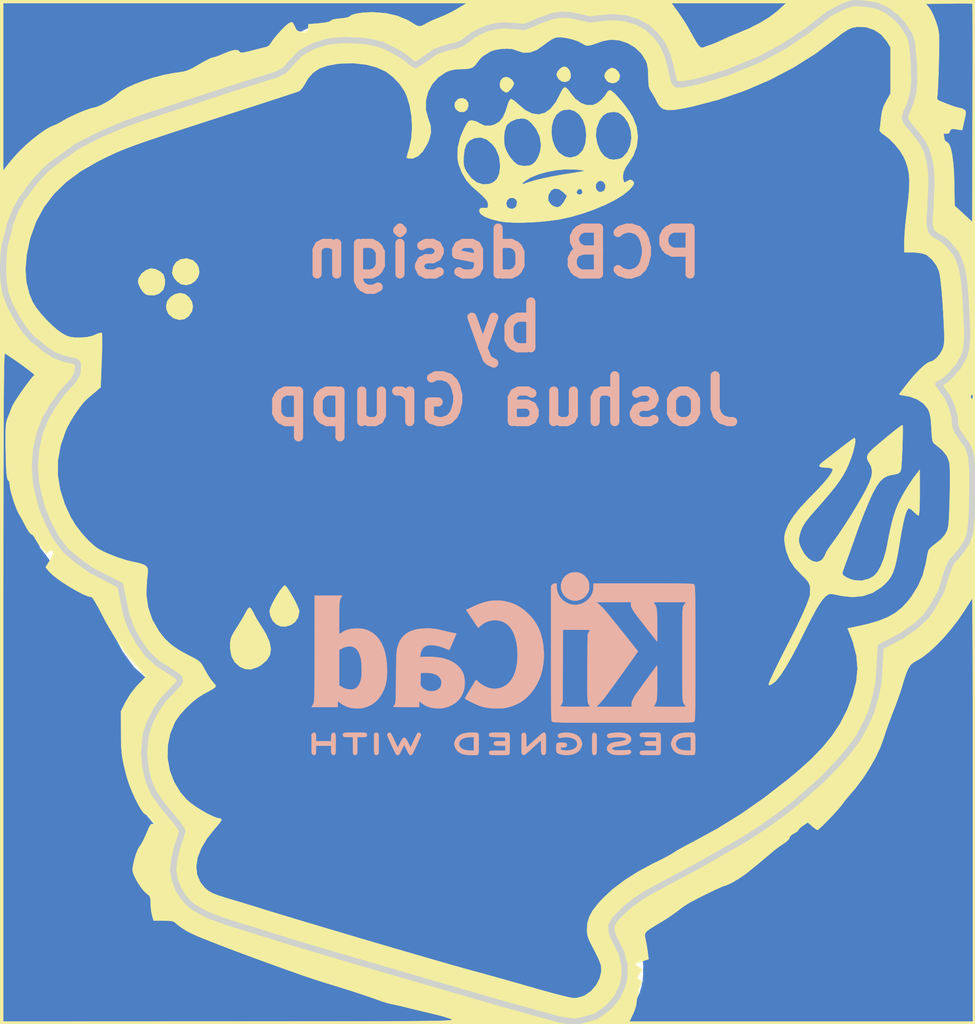
<source format=kicad_pcb>
(kicad_pcb (version 20171130) (host pcbnew "(6.0.0-rc1-dev)")

  (general
    (thickness 1.6)
    (drawings 372)
    (tracks 0)
    (zones 0)
    (modules 4)
    (nets 1)
  )

  (page A)
  (layers
    (0 F.Cu signal hide)
    (31 B.Cu signal hide)
    (32 B.Adhes user hide)
    (33 F.Adhes user hide)
    (34 B.Paste user hide)
    (35 F.Paste user hide)
    (36 B.SilkS user)
    (37 F.SilkS user hide)
    (38 B.Mask user)
    (39 F.Mask user hide)
    (40 Dwgs.User user hide)
    (41 Cmts.User user hide)
    (42 Eco1.User user hide)
    (43 Eco2.User user hide)
    (44 Edge.Cuts user)
    (45 Margin user hide)
    (46 B.CrtYd user hide)
    (47 F.CrtYd user hide)
    (48 B.Fab user hide)
    (49 F.Fab user hide)
  )

  (setup
    (last_trace_width 0.25)
    (trace_clearance 0.2)
    (zone_clearance 0.508)
    (zone_45_only no)
    (trace_min 0.2)
    (segment_width 0.05)
    (edge_width 0.15)
    (via_size 0.8)
    (via_drill 0.4)
    (via_min_size 0.4)
    (via_min_drill 0.3)
    (uvia_size 0.3)
    (uvia_drill 0.1)
    (uvias_allowed no)
    (uvia_min_size 0.2)
    (uvia_min_drill 0.1)
    (pcb_text_width 0.3)
    (pcb_text_size 1.5 1.5)
    (mod_edge_width 0.15)
    (mod_text_size 1 1)
    (mod_text_width 0.15)
    (pad_size 1.524 1.524)
    (pad_drill 0.762)
    (pad_to_mask_clearance 0.2)
    (aux_axis_origin 0 0)
    (visible_elements 7FFFFFFF)
    (pcbplotparams
      (layerselection 0x010fc_ffffffff)
      (usegerberextensions false)
      (usegerberattributes false)
      (usegerberadvancedattributes false)
      (creategerberjobfile false)
      (excludeedgelayer true)
      (linewidth 0.100000)
      (plotframeref false)
      (viasonmask false)
      (mode 1)
      (useauxorigin false)
      (hpglpennumber 1)
      (hpglpenspeed 20)
      (hpglpendiameter 15.000000)
      (psnegative false)
      (psa4output false)
      (plotreference true)
      (plotvalue true)
      (plotinvisibletext false)
      (padsonsilk false)
      (subtractmaskfromsilk false)
      (outputformat 1)
      (mirror false)
      (drillshape 1)
      (scaleselection 1)
      (outputdirectory ""))
  )

  (net 0 "")

  (net_class Default "This is the default net class."
    (clearance 0.2)
    (trace_width 0.25)
    (via_dia 0.8)
    (via_drill 0.4)
    (uvia_dia 0.3)
    (uvia_drill 0.1)
  )

  (module joshua:thuglife-mask (layer F.Cu) (tedit 0) (tstamp 5B53D37F)
    (at 150 100)
    (fp_text reference G*** (at 0 0) (layer F.SilkS) hide
      (effects (font (size 1.524 1.524) (thickness 0.3)))
    )
    (fp_text value thuglife-mask (at 0.75 0) (layer F.SilkS) hide
      (effects (font (size 1.524 1.524) (thickness 0.3)))
    )
    (fp_poly (pts (xy 10.111396 4.099175) (xy 10.194148 4.138642) (xy 10.270531 4.192992) (xy 10.313183 4.244054)
      (xy 10.310665 4.266112) (xy 10.322575 4.304102) (xy 10.372644 4.348849) (xy 10.428639 4.407828)
      (xy 10.433376 4.447896) (xy 10.436486 4.484903) (xy 10.448655 4.487333) (xy 10.473294 4.523812)
      (xy 10.477706 4.611817) (xy 10.4775 4.614333) (xy 10.478596 4.703274) (xy 10.496254 4.741313)
      (xy 10.49679 4.741333) (xy 10.527191 4.775169) (xy 10.530545 4.79425) (xy 10.547953 4.904912)
      (xy 10.578926 5.019383) (xy 10.604598 5.080159) (xy 10.597028 5.11833) (xy 10.575248 5.122981)
      (xy 10.546564 5.13819) (xy 10.562166 5.154731) (xy 10.604546 5.209833) (xy 10.615752 5.268282)
      (xy 10.592404 5.291667) (xy 10.568372 5.32895) (xy 10.552406 5.420606) (xy 10.551079 5.439833)
      (xy 10.540804 5.591922) (xy 10.528635 5.676606) (xy 10.511288 5.711135) (xy 10.498666 5.715)
      (xy 10.469705 5.749618) (xy 10.463388 5.7785) (xy 10.451941 5.881523) (xy 10.449277 5.9055)
      (xy 10.423766 5.962007) (xy 10.406944 5.969) (xy 10.378541 6.00462) (xy 10.371666 6.056165)
      (xy 10.354577 6.116498) (xy 10.322139 6.11272) (xy 10.290349 6.110669) (xy 10.299643 6.152555)
      (xy 10.302711 6.211128) (xy 10.283172 6.223) (xy 10.259128 6.249013) (xy 10.265833 6.265333)
      (xy 10.256698 6.30195) (xy 10.228429 6.307667) (xy 10.181388 6.339547) (xy 10.181166 6.392333)
      (xy 10.170871 6.463165) (xy 10.133904 6.477) (xy 10.091994 6.498154) (xy 10.0965 6.519333)
      (xy 10.091739 6.55828) (xy 10.075333 6.561667) (xy 10.044897 6.583934) (xy 10.0494 6.596289)
      (xy 10.036542 6.644215) (xy 9.990666 6.688667) (xy 9.936614 6.745978) (xy 9.931932 6.781044)
      (xy 9.921472 6.813375) (xy 9.906 6.815667) (xy 9.874171 6.836282) (xy 9.877891 6.847417)
      (xy 9.867873 6.898605) (xy 9.841171 6.930843) (xy 9.789963 6.961199) (xy 9.764289 6.930843)
      (xy 9.747436 6.92453) (xy 9.740008 6.974417) (xy 9.720474 7.048824) (xy 9.691834 7.069667)
      (xy 9.666551 7.095601) (xy 9.673166 7.112) (xy 9.663113 7.147864) (xy 9.630833 7.154333)
      (xy 9.585109 7.174245) (xy 9.5885 7.196667) (xy 9.578447 7.232531) (xy 9.546166 7.239)
      (xy 9.500442 7.258912) (xy 9.503833 7.281333) (xy 9.492994 7.316533) (xy 9.456942 7.323667)
      (xy 9.407853 7.335403) (xy 9.410095 7.349873) (xy 9.406523 7.396386) (xy 9.377841 7.43454)
      (xy 9.303655 7.484069) (xy 9.266968 7.493) (xy 9.234643 7.508358) (xy 9.240761 7.519206)
      (xy 9.237779 7.564074) (xy 9.18944 7.620439) (xy 9.124405 7.658695) (xy 9.102192 7.662333)
      (xy 9.074098 7.68809) (xy 9.0805 7.704667) (xy 9.070447 7.740531) (xy 9.038166 7.747)
      (xy 8.992442 7.766912) (xy 8.995833 7.789333) (xy 8.984994 7.824533) (xy 8.948942 7.831667)
      (xy 8.900679 7.844126) (xy 8.903841 7.859619) (xy 8.894495 7.900549) (xy 8.836814 7.954099)
      (xy 8.765267 7.995948) (xy 8.733256 8.00023) (xy 8.704245 8.016504) (xy 8.641368 8.081512)
      (xy 8.6107 8.117417) (xy 8.526268 8.203386) (xy 8.453486 8.25138) (xy 8.436861 8.255)
      (xy 8.397974 8.277198) (xy 8.403166 8.297333) (xy 8.38987 8.330347) (xy 8.339666 8.339667)
      (xy 8.279575 8.355577) (xy 8.276166 8.382) (xy 8.266569 8.418241) (xy 8.236331 8.424333)
      (xy 8.17841 8.446435) (xy 8.170333 8.466667) (xy 8.135875 8.503819) (xy 8.104334 8.509)
      (xy 8.060517 8.529523) (xy 8.0645 8.551333) (xy 8.051204 8.584347) (xy 8.001 8.593667)
      (xy 7.940908 8.609577) (xy 7.9375 8.636) (xy 7.924204 8.669014) (xy 7.874 8.678333)
      (xy 7.813908 8.694244) (xy 7.8105 8.720667) (xy 7.804578 8.757086) (xy 7.751935 8.761951)
      (xy 7.726648 8.752417) (xy 7.690717 8.774849) (xy 7.639581 8.837083) (xy 7.558812 8.908708)
      (xy 7.483543 8.932333) (xy 7.424198 8.942722) (xy 7.421786 8.959897) (xy 7.417632 9.001815)
      (xy 7.361141 9.051995) (xy 7.279872 9.09068) (xy 7.225918 9.10032) (xy 7.174345 9.119617)
      (xy 7.1755 9.144) (xy 7.167174 9.182166) (xy 7.097859 9.195088) (xy 7.059083 9.191346)
      (xy 7.028333 9.218296) (xy 7.027333 9.228666) (xy 6.992875 9.265819) (xy 6.961334 9.271)
      (xy 6.917517 9.291523) (xy 6.9215 9.313333) (xy 6.907689 9.345859) (xy 6.853442 9.355667)
      (xy 6.791111 9.365599) (xy 6.786803 9.383248) (xy 6.774807 9.417549) (xy 6.711069 9.463149)
      (xy 6.62403 9.504153) (xy 6.542129 9.524667) (xy 6.533162 9.525) (xy 6.493199 9.54682)
      (xy 6.498166 9.567333) (xy 6.484356 9.599859) (xy 6.430109 9.609667) (xy 6.367778 9.619599)
      (xy 6.36347 9.637248) (xy 6.351474 9.671549) (xy 6.287736 9.717149) (xy 6.200697 9.758153)
      (xy 6.118796 9.778667) (xy 6.109829 9.779) (xy 6.069866 9.80082) (xy 6.074833 9.821333)
      (xy 6.061537 9.854347) (xy 6.011333 9.863667) (xy 5.950181 9.880122) (xy 5.949583 9.908831)
      (xy 5.94399 9.944468) (xy 5.920331 9.946149) (xy 5.812257 9.94367) (xy 5.774547 9.973404)
      (xy 5.782946 9.997861) (xy 5.784997 10.029651) (xy 5.743111 10.020356) (xy 5.684538 10.017288)
      (xy 5.672666 10.036827) (xy 5.646653 10.060871) (xy 5.630333 10.054167) (xy 5.591323 10.057523)
      (xy 5.588 10.072835) (xy 5.552459 10.108899) (xy 5.500834 10.117667) (xy 5.442299 10.133963)
      (xy 5.439833 10.16) (xy 5.424649 10.191209) (xy 5.355166 10.202333) (xy 5.277334 10.216331)
      (xy 5.274946 10.251861) (xy 5.277056 10.283972) (xy 5.238614 10.2757) (xy 5.16844 10.284289)
      (xy 5.146646 10.315232) (xy 5.093172 10.359875) (xy 5.056873 10.355606) (xy 4.988369 10.365993)
      (xy 4.966672 10.397096) (xy 4.938116 10.439299) (xy 4.905423 10.406966) (xy 4.875421 10.374721)
      (xy 4.868981 10.403417) (xy 4.834061 10.44981) (xy 4.802334 10.456333) (xy 4.759369 10.478347)
      (xy 4.766946 10.505861) (xy 4.769017 10.537501) (xy 4.725508 10.527741) (xy 4.652265 10.532342)
      (xy 4.628006 10.56643) (xy 4.59945 10.608632) (xy 4.566756 10.576299) (xy 4.536754 10.544055)
      (xy 4.530314 10.57275) (xy 4.495394 10.619144) (xy 4.463668 10.625667) (xy 4.41985 10.646189)
      (xy 4.423833 10.668) (xy 4.408649 10.699209) (xy 4.339166 10.710333) (xy 4.265598 10.7235)
      (xy 4.2545 10.752667) (xy 4.241204 10.785681) (xy 4.191 10.795) (xy 4.130567 10.811163)
      (xy 4.128148 10.838382) (xy 4.131671 10.874539) (xy 4.120063 10.875702) (xy 4.036616 10.871653)
      (xy 3.968401 10.883277) (xy 3.948224 10.90447) (xy 3.95047 10.907248) (xy 3.938814 10.941724)
      (xy 3.874872 10.987084) (xy 3.786821 11.027858) (xy 3.702837 11.048578) (xy 3.692272 11.049)
      (xy 3.649589 11.062628) (xy 3.654593 11.077037) (xy 3.637344 11.111532) (xy 3.568683 11.17341)
      (xy 3.470281 11.247309) (xy 3.363807 11.317862) (xy 3.270932 11.369703) (xy 3.216504 11.387667)
      (xy 3.189668 11.413503) (xy 3.196166 11.43) (xy 3.186569 11.466241) (xy 3.156331 11.472333)
      (xy 3.09841 11.494435) (xy 3.090333 11.514667) (xy 3.058376 11.547126) (xy 3.037416 11.546417)
      (xy 2.99561 11.567346) (xy 2.995083 11.58875) (xy 2.968888 11.630902) (xy 2.918501 11.641667)
      (xy 2.859966 11.657963) (xy 2.8575 11.684) (xy 2.847447 11.719864) (xy 2.815166 11.726333)
      (xy 2.769442 11.746245) (xy 2.772833 11.768667) (xy 2.767779 11.8076) (xy 2.751141 11.811)
      (xy 2.687145 11.835312) (xy 2.62941 11.888511) (xy 2.606597 11.940992) (xy 2.612571 11.954127)
      (xy 2.605696 11.977968) (xy 2.586365 11.980333) (xy 2.520054 12.004159) (xy 2.460734 12.056629)
      (xy 2.436917 12.109233) (xy 2.443238 12.12346) (xy 2.432339 12.14528) (xy 2.39639 12.149667)
      (xy 2.345021 12.165334) (xy 2.344734 12.184289) (xy 2.331875 12.232215) (xy 2.286 12.276667)
      (xy 2.231948 12.333978) (xy 2.227265 12.369044) (xy 2.217394 12.401727) (xy 2.203831 12.403667)
      (xy 2.164301 12.438008) (xy 2.159 12.468495) (xy 2.124761 12.539192) (xy 2.095743 12.557598)
      (xy 2.052754 12.597447) (xy 2.055908 12.619769) (xy 2.047563 12.655072) (xy 2.032 12.657667)
      (xy 2.004393 12.683454) (xy 2.010833 12.7) (xy 2.006072 12.738947) (xy 1.989666 12.742333)
      (xy 1.96206 12.768121) (xy 1.9685 12.784667) (xy 1.963739 12.823613) (xy 1.947333 12.827)
      (xy 1.919727 12.852787) (xy 1.926166 12.869333) (xy 1.92281 12.908343) (xy 1.907498 12.911667)
      (xy 1.869523 12.934246) (xy 1.86961 12.943417) (xy 1.864518 13.013644) (xy 1.839644 13.124288)
      (xy 1.804918 13.236478) (xy 1.779516 13.296153) (xy 1.763617 13.364152) (xy 1.75226 13.485643)
      (xy 1.745581 13.638882) (xy 1.743716 13.802123) (xy 1.746801 13.953625) (xy 1.754973 14.071641)
      (xy 1.768367 14.134429) (xy 1.77424 14.139333) (xy 1.806989 14.173184) (xy 1.810796 14.19225)
      (xy 1.849614 14.368157) (xy 1.909714 14.482226) (xy 2.000821 14.656018) (xy 2.032992 14.753167)
      (xy 2.074356 14.812424) (xy 2.108295 14.841955) (xy 2.148501 14.888741) (xy 2.120995 14.911451)
      (xy 2.040184 14.906611) (xy 1.947333 14.880744) (xy 1.841919 14.844848) (xy 1.773265 14.823871)
      (xy 1.767416 14.822547) (xy 1.725083 14.813428) (xy 1.672647 14.800055) (xy 1.568994 14.775045)
      (xy 1.502833 14.7594) (xy 1.395353 14.729062) (xy 1.312333 14.701439) (xy 1.207906 14.674026)
      (xy 1.143 14.668527) (xy 1.053723 14.65082) (xy 1.030902 14.637748) (xy 0.952413 14.600277)
      (xy 0.882735 14.579759) (xy 0.73934 14.546903) (xy 0.664513 14.526636) (xy 0.645583 14.51828)
      (xy 0.600443 14.506561) (xy 0.560916 14.500699) (xy 0.46503 14.47755) (xy 0.381 14.447461)
      (xy 0.291915 14.420864) (xy 0.243416 14.421969) (xy 0.212369 14.411916) (xy 0.211666 14.40484)
      (xy 0.176474 14.370411) (xy 0.137583 14.360648) (xy 0.045232 14.346607) (xy -0.046431 14.327821)
      (xy -0.10168 14.311921) (xy -0.105834 14.308667) (xy -0.140941 14.294703) (xy -0.219906 14.275341)
      (xy -0.303191 14.259806) (xy -0.328084 14.256797) (xy -0.377426 14.231522) (xy -0.381 14.219375)
      (xy -0.415464 14.199605) (xy -0.465667 14.202833) (xy -0.533733 14.202571) (xy -0.550334 14.186291)
      (xy -0.584954 14.153214) (xy -0.613834 14.146389) (xy -0.716857 14.134942) (xy -0.740834 14.132278)
      (xy -0.797339 14.105408) (xy -0.804334 14.087446) (xy -0.830288 14.067991) (xy -0.843742 14.074025)
      (xy -0.898415 14.069304) (xy -0.908132 14.057959) (xy -0.964929 14.0317) (xy -1.016891 14.033671)
      (xy -1.084243 14.027526) (xy -1.100667 14.002847) (xy -1.118331 13.976826) (xy -1.128522 13.983744)
      (xy -1.179425 13.984931) (xy -1.213189 13.964449) (xy -1.260609 13.939315) (xy -1.27 13.948833)
      (xy -1.296046 13.952641) (xy -1.3335 13.927667) (xy -1.384696 13.898112) (xy -1.397 13.9065)
      (xy -1.422733 13.913061) (xy -1.449917 13.895953) (xy -1.535611 13.865219) (xy -1.576917 13.865857)
      (xy -1.639221 13.859887) (xy -1.651 13.843) (xy -1.685111 13.8184) (xy -1.7229 13.818711)
      (xy -1.813215 13.80791) (xy -1.899781 13.774798) (xy -1.98787 13.741798) (xy -2.039549 13.741831)
      (xy -2.07272 13.73267) (xy -2.074334 13.720929) (xy -2.108587 13.693516) (xy -2.159 13.694833)
      (xy -2.227066 13.694571) (xy -2.243667 13.678291) (xy -2.277491 13.645172) (xy -2.296584 13.641539)
      (xy -2.373976 13.629562) (xy -2.4765 13.607981) (xy -2.589117 13.584131) (xy -2.667745 13.571077)
      (xy -2.762113 13.54247) (xy -2.791315 13.527159) (xy -2.88298 13.493399) (xy -2.938738 13.484742)
      (xy -3.046111 13.4596) (xy -3.122084 13.426672) (xy -3.192557 13.394668) (xy -3.217334 13.39473)
      (xy -3.253419 13.393254) (xy -3.346883 13.368494) (xy -3.446614 13.336222) (xy -3.574736 13.297471)
      (xy -3.668249 13.279076) (xy -3.700614 13.282058) (xy -3.723192 13.273816) (xy -3.725334 13.25489)
      (xy -3.750167 13.22302) (xy -3.767667 13.229167) (xy -3.805977 13.221693) (xy -3.810649 13.199915)
      (xy -3.819658 13.167612) (xy -3.847858 13.202207) (xy -3.884701 13.234162) (xy -3.900753 13.210909)
      (xy -3.951019 13.169181) (xy -4.011711 13.154777) (xy -4.08614 13.132459) (xy -4.106982 13.103741)
      (xy -4.124936 13.094846) (xy -4.148667 13.123333) (xy -4.182898 13.157777) (xy -4.190352 13.133917)
      (xy -4.210794 13.088017) (xy -4.22275 13.086013) (xy -4.28625 13.080721) (xy -4.355321 13.061102)
      (xy -4.360334 13.059833) (xy -4.410278 13.042445) (xy -4.41325 13.040477) (xy -4.463314 13.027437)
      (xy -4.586578 13.00593) (xy -4.747788 12.981402) (xy -4.836714 12.946785) (xy -4.891878 12.909693)
      (xy -4.955343 12.865616) (xy -4.980674 12.85875) (xy -5.005917 12.866094) (xy -5.050622 12.856583)
      (xy -5.09389 12.848188) (xy -5.202498 12.817931) (xy -5.242056 12.8027) (xy -5.325747 12.770031)
      (xy -5.355167 12.760766) (xy -5.418296 12.740443) (xy -5.527498 12.702329) (xy -5.578006 12.684163)
      (xy -5.690557 12.644498) (xy -5.765432 12.620285) (xy -5.77909 12.617003) (xy -5.81025 12.612094)
      (xy -5.897527 12.590197) (xy -5.998573 12.569916) (xy -6.043084 12.563463) (xy -6.092438 12.542377)
      (xy -6.096 12.532616) (xy -6.135694 12.511123) (xy -6.244216 12.492028) (xy -6.40573 12.478015)
      (xy -6.424084 12.477002) (xy -6.473376 12.450341) (xy -6.477 12.436446) (xy -6.502955 12.416991)
      (xy -6.516409 12.423025) (xy -6.570694 12.417565) (xy -6.582834 12.403667) (xy -6.633537 12.378529)
      (xy -6.649259 12.384308) (xy -6.686333 12.383515) (xy -6.688667 12.37284) (xy -6.714803 12.344355)
      (xy -6.80181 12.323487) (xy -6.932084 12.309321) (xy -6.981437 12.288371) (xy -6.985 12.27862)
      (xy -7.020175 12.252318) (xy -7.059084 12.243982) (xy -7.219489 12.21322) (xy -7.366 12.160929)
      (xy -7.455167 12.134713) (xy -7.503584 12.135969) (xy -7.534631 12.125916) (xy -7.535334 12.11884)
      (xy -7.570526 12.084411) (xy -7.609417 12.074648) (xy -7.701768 12.060607) (xy -7.793431 12.041821)
      (xy -7.84868 12.025921) (xy -7.852834 12.022667) (xy -7.86646 12.014922) (xy -7.920218 12.000013)
      (xy -8.033427 11.972713) (xy -8.0645 11.9654) (xy -8.168298 11.934937) (xy -8.265584 11.900473)
      (xy -8.347511 11.874917) (xy -8.381997 11.876365) (xy -8.382 11.876524) (xy -8.412057 11.871957)
      (xy -8.48063 11.832994) (xy -8.561221 11.794966) (xy -8.60763 11.79674) (xy -8.633727 11.792768)
      (xy -8.636 11.775722) (xy -8.656795 11.734377) (xy -8.66775 11.73396) (xy -8.736455 11.721498)
      (xy -8.83387 11.675176) (xy -8.929498 11.613432) (xy -8.992838 11.554704) (xy -9.002889 11.531357)
      (xy -8.981109 11.47792) (xy -8.965113 11.472333) (xy -8.9451 11.446686) (xy -8.950425 11.434976)
      (xy -8.942695 11.379746) (xy -8.892898 11.295323) (xy -8.886351 11.286809) (xy -8.834284 11.212739)
      (xy -8.821097 11.176676) (xy -8.823219 11.176) (xy -8.81228 11.150351) (xy -8.752946 11.083113)
      (xy -8.660189 10.988846) (xy -8.548984 10.88211) (xy -8.434303 10.777466) (xy -8.331119 10.689475)
      (xy -8.289575 10.65706) (xy -8.192127 10.587802) (xy -8.125226 10.546293) (xy -8.111521 10.541)
      (xy -8.066068 10.521147) (xy -7.970685 10.46964) (xy -7.871578 10.412571) (xy -7.746647 10.341999)
      (xy -7.647648 10.291624) (xy -7.605131 10.274988) (xy -7.542197 10.250266) (xy -7.535334 10.244667)
      (xy -7.456338 10.190157) (xy -7.350134 10.140616) (xy -7.263594 10.117723) (xy -7.260742 10.117667)
      (xy -7.203767 10.100569) (xy -7.196337 10.085917) (xy -7.160932 10.044759) (xy -7.080533 10.001512)
      (xy -6.99278 9.972522) (xy -6.936721 9.973175) (xy -6.902786 9.963856) (xy -6.900334 9.948333)
      (xy -6.875326 9.919749) (xy -6.860926 9.925359) (xy -6.806556 9.92005) (xy -6.794927 9.90669)
      (xy -6.734819 9.870536) (xy -6.686169 9.863667) (xy -6.618764 9.844396) (xy -6.604 9.818835)
      (xy -6.58068 9.790933) (xy -6.569215 9.795502) (xy -6.511 9.792947) (xy -6.418748 9.756974)
      (xy -6.41621 9.755667) (xy -6.309158 9.711516) (xy -6.226628 9.694333) (xy -6.14093 9.672539)
      (xy -6.11505 9.654613) (xy -6.044557 9.617376) (xy -5.969 9.597622) (xy -5.860722 9.574598)
      (xy -5.799667 9.556211) (xy -5.693958 9.523341) (xy -5.548857 9.486398) (xy -5.408268 9.456482)
      (xy -5.3975 9.454543) (xy -5.290941 9.427328) (xy -5.207 9.398814) (xy -5.082446 9.361321)
      (xy -4.974167 9.339165) (xy -4.885222 9.324042) (xy -4.847187 9.313789) (xy -4.847167 9.313668)
      (xy -4.809301 9.301458) (xy -4.711642 9.28142) (xy -4.582584 9.259192) (xy -4.487094 9.230372)
      (xy -4.455584 9.21436) (xy -4.408749 9.195426) (xy -4.402667 9.200543) (xy -4.366405 9.203992)
      (xy -4.276144 9.188874) (xy -4.243917 9.181512) (xy -4.088414 9.148842) (xy -3.925996 9.121344)
      (xy -3.915834 9.119914) (xy -3.791005 9.099431) (xy -3.6961 9.078265) (xy -3.683 9.074164)
      (xy -3.485009 9.023512) (xy -3.291417 9.000614) (xy -3.206832 8.987948) (xy -3.175 8.966378)
      (xy -3.14428 8.952446) (xy -3.07092 8.972421) (xy -2.983125 9.013846) (xy -2.909099 9.064262)
      (xy -2.881748 9.09591) (xy -2.855873 9.180252) (xy -2.835964 9.307664) (xy -2.831797 9.356041)
      (xy -2.817381 9.475706) (xy -2.795607 9.555485) (xy -2.785694 9.569705) (xy -2.757486 9.625431)
      (xy -2.742639 9.707288) (xy -2.725114 9.790793) (xy -2.700101 9.821333) (xy -2.671213 9.856006)
      (xy -2.667 9.888881) (xy -2.643617 9.967555) (xy -2.586604 10.069111) (xy -2.579451 10.079381)
      (xy -2.529475 10.159309) (xy -2.517129 10.200728) (xy -2.520609 10.202333) (xy -2.506644 10.229291)
      (xy -2.444001 10.30085) (xy -2.345136 10.403038) (xy -2.314961 10.432974) (xy -2.189637 10.543109)
      (xy -2.041477 10.653646) (xy -1.887404 10.754431) (xy -1.744341 10.83531) (xy -1.62921 10.886129)
      (xy -1.558934 10.896733) (xy -1.550261 10.891816) (xy -1.526794 10.899536) (xy -1.524 10.922)
      (xy -1.509864 10.958344) (xy -1.498481 10.952925) (xy -1.444855 10.947862) (xy -1.360898 10.970318)
      (xy -1.146944 11.025158) (xy -0.854872 11.055507) (xy -0.483625 11.061431) (xy -0.116417 11.047945)
      (xy 0.014368 11.036307) (xy 0.102726 11.019985) (xy 0.127 11.006478) (xy 0.13925 10.986568)
      (xy 0.189079 10.973672) (xy 0.296105 10.963854) (xy 0.359061 10.959923) (xy 0.429411 10.943079)
      (xy 0.441229 10.916708) (xy 0.46127 10.891455) (xy 0.540825 10.879764) (xy 0.550333 10.879667)
      (xy 0.636385 10.868394) (xy 0.657289 10.839348) (xy 0.656166 10.837333) (xy 0.667616 10.80203)
      (xy 0.706584 10.793653) (xy 0.801037 10.767737) (xy 0.863486 10.73151) (xy 0.939056 10.69265)
      (xy 0.979903 10.693021) (xy 1.01394 10.684118) (xy 1.016 10.670498) (xy 1.050248 10.630739)
      (xy 1.0795 10.625667) (xy 1.135835 10.602808) (xy 1.143 10.583333) (xy 1.178562 10.549271)
      (xy 1.230165 10.541) (xy 1.2887 10.524703) (xy 1.291166 10.498667) (xy 1.300763 10.462425)
      (xy 1.331001 10.456333) (xy 1.388922 10.434231) (xy 1.397 10.414) (xy 1.431288 10.376443)
      (xy 1.4605 10.371667) (xy 1.516835 10.348808) (xy 1.524 10.329333) (xy 1.553539 10.288203)
      (xy 1.562688 10.287) (xy 1.610337 10.259752) (xy 1.699798 10.187956) (xy 1.812617 10.086531)
      (xy 1.824473 10.075333) (xy 1.93907 9.971696) (xy 2.032722 9.896249) (xy 2.086726 9.863948)
      (xy 2.089174 9.863667) (xy 2.110162 9.844999) (xy 2.104041 9.83693) (xy 2.11484 9.794666)
      (xy 2.174142 9.721178) (xy 2.202818 9.692945) (xy 2.282271 9.608629) (xy 2.325625 9.542984)
      (xy 2.328333 9.531285) (xy 2.360728 9.475757) (xy 2.402416 9.443724) (xy 2.446041 9.409211)
      (xy 2.438272 9.399287) (xy 2.435933 9.374894) (xy 2.480605 9.323917) (xy 2.547121 9.245846)
      (xy 2.573261 9.192381) (xy 2.611809 9.115837) (xy 2.647734 9.072551) (xy 2.688224 9.006037)
      (xy 2.686057 8.971254) (xy 2.68648 8.934518) (xy 2.6965 8.932333) (xy 2.730862 8.898641)
      (xy 2.778359 8.819837) (xy 2.821946 8.729326) (xy 2.844581 8.660516) (xy 2.843054 8.645071)
      (xy 2.860839 8.610014) (xy 2.89871 8.567575) (xy 2.941209 8.500163) (xy 2.940057 8.463254)
      (xy 2.942522 8.426592) (xy 2.953779 8.424333) (xy 2.990979 8.390594) (xy 2.9947 8.371417)
      (xy 3.013532 8.287194) (xy 3.053705 8.174207) (xy 3.101122 8.067211) (xy 3.141685 8.000962)
      (xy 3.146865 7.996267) (xy 3.179081 7.940226) (xy 3.179121 7.932767) (xy 3.189483 7.85432)
      (xy 3.220146 7.776799) (xy 3.251936 7.743472) (xy 3.313815 7.734474) (xy 3.3655 7.726377)
      (xy 3.601208 7.688433) (xy 3.765625 7.66141) (xy 3.871104 7.64309) (xy 3.929995 7.631256)
      (xy 3.95465 7.623691) (xy 3.958166 7.62) (xy 3.985662 7.608984) (xy 4.075713 7.589673)
      (xy 4.212166 7.564481) (xy 4.418318 7.527318) (xy 4.565956 7.499713) (xy 4.680002 7.47683)
      (xy 4.785377 7.453828) (xy 4.804833 7.449419) (xy 4.958397 7.417773) (xy 5.108279 7.391718)
      (xy 5.122333 7.389645) (xy 5.261357 7.366814) (xy 5.421989 7.336581) (xy 5.460633 7.328684)
      (xy 5.580194 7.308431) (xy 5.66254 7.303169) (xy 5.679267 7.30658) (xy 5.718167 7.294546)
      (xy 5.721967 7.286788) (xy 5.768795 7.259041) (xy 5.870664 7.232263) (xy 5.926666 7.222959)
      (xy 6.09583 7.196632) (xy 6.268659 7.1656) (xy 6.297083 7.159953) (xy 6.405966 7.143175)
      (xy 6.470293 7.143619) (xy 6.477648 7.149434) (xy 6.496281 7.143014) (xy 6.519333 7.112)
      (xy 6.552514 7.069854) (xy 6.561381 7.101488) (xy 6.561666 7.112) (xy 6.572033 7.150112)
      (xy 6.596436 7.122789) (xy 6.660477 7.079996) (xy 6.743954 7.060639) (xy 6.827464 7.040848)
      (xy 6.858 7.011044) (xy 6.877864 6.992447) (xy 6.885854 6.998744) (xy 6.936757 6.999931)
      (xy 6.970521 6.979449) (xy 7.017941 6.954315) (xy 7.027333 6.963833) (xy 7.05298 6.968815)
      (xy 7.08453 6.947897) (xy 7.169362 6.90797) (xy 7.253863 6.891147) (xy 7.336491 6.873528)
      (xy 7.366 6.848767) (xy 7.401532 6.821852) (xy 7.450666 6.815667) (xy 7.519439 6.796905)
      (xy 7.535333 6.770835) (xy 7.559439 6.743459) (xy 7.57143 6.748312) (xy 7.629079 6.743128)
      (xy 7.687846 6.709823) (xy 7.794712 6.659668) (xy 7.865915 6.64768) (xy 7.931084 6.631885)
      (xy 7.9375 6.604) (xy 7.950461 6.57068) (xy 7.998501 6.561667) (xy 8.06862 6.543387)
      (xy 8.085666 6.516835) (xy 8.111601 6.491552) (xy 8.128 6.498167) (xy 8.166946 6.493406)
      (xy 8.170333 6.477) (xy 8.19612 6.449394) (xy 8.212666 6.455833) (xy 8.251676 6.452477)
      (xy 8.255 6.437165) (xy 8.29054 6.401101) (xy 8.342165 6.392333) (xy 8.4007 6.376037)
      (xy 8.403166 6.35) (xy 8.416128 6.31668) (xy 8.464168 6.307667) (xy 8.534303 6.290395)
      (xy 8.551333 6.265333) (xy 8.586896 6.231271) (xy 8.638498 6.223) (xy 8.697033 6.206703)
      (xy 8.6995 6.180667) (xy 8.712795 6.147652) (xy 8.763 6.138333) (xy 8.823091 6.122422)
      (xy 8.8265 6.096) (xy 8.836096 6.059758) (xy 8.866334 6.053667) (xy 8.924256 6.031564)
      (xy 8.932333 6.011333) (xy 8.966621 5.973776) (xy 8.995833 5.969) (xy 9.052169 5.946141)
      (xy 9.059333 5.926667) (xy 9.094074 5.890232) (xy 9.129888 5.884333) (xy 9.177161 5.872253)
      (xy 9.174238 5.858127) (xy 9.176821 5.813058) (xy 9.225867 5.757163) (xy 9.292863 5.718953)
      (xy 9.317365 5.715) (xy 9.348968 5.698985) (xy 9.342325 5.687548) (xy 9.35018 5.643977)
      (xy 9.405247 5.581714) (xy 9.459048 5.526362) (xy 9.461505 5.503333) (xy 9.4615 5.503333)
      (xy 9.462215 5.479781) (xy 9.507939 5.42925) (xy 9.575442 5.348655) (xy 9.602477 5.292067)
      (xy 9.645417 5.214917) (xy 9.665977 5.197465) (xy 9.693786 5.169184) (xy 9.685627 5.165315)
      (xy 9.680125 5.129653) (xy 9.7009 5.040343) (xy 9.717377 4.990011) (xy 9.756843 4.850386)
      (xy 9.777913 4.721738) (xy 9.779 4.696433) (xy 9.796074 4.565454) (xy 9.828369 4.458339)
      (xy 9.864738 4.3625) (xy 9.881286 4.304004) (xy 9.914673 4.253204) (xy 9.958258 4.215151)
      (xy 10.007606 4.164013) (xy 10.009349 4.139127) (xy 10.021259 4.107849) (xy 10.049639 4.092762)
      (xy 10.111396 4.099175)) (layer F.Mask) (width 0.01))
    (fp_poly (pts (xy 4.923848 -2.834084) (xy 5.038207 -2.821881) (xy 5.09748 -2.801664) (xy 5.101166 -2.794)
      (xy 5.135623 -2.781674) (xy 5.169881 -2.774128) (xy 5.339945 -2.714896) (xy 5.518609 -2.610224)
      (xy 5.687283 -2.476338) (xy 5.827378 -2.329463) (xy 5.920303 -2.185827) (xy 5.947371 -2.0955)
      (xy 5.969786 -2.030017) (xy 6.010909 -1.947333) (xy 6.06255 -1.782413) (xy 6.06964 -1.569884)
      (xy 6.034166 -1.332871) (xy 5.958111 -1.094496) (xy 5.93277 -1.03693) (xy 5.842095 -0.866627)
      (xy 5.761555 -0.761483) (xy 5.715897 -0.732168) (xy 5.657796 -0.699753) (xy 5.654474 -0.672521)
      (xy 5.638664 -0.643178) (xy 5.588 -0.635) (xy 5.527908 -0.619089) (xy 5.5245 -0.592667)
      (xy 5.509316 -0.561458) (xy 5.439833 -0.550333) (xy 5.362772 -0.537603) (xy 5.360794 -0.497417)
      (xy 5.366388 -0.471871) (xy 5.320959 -0.5026) (xy 5.26568 -0.539151) (xy 5.249219 -0.516106)
      (xy 5.248685 -0.5026) (xy 5.239307 -0.469557) (xy 5.207 -0.508) (xy 5.17306 -0.540317)
      (xy 5.165314 -0.521387) (xy 5.129183 -0.488451) (xy 5.058833 -0.489637) (xy 4.931231 -0.511808)
      (xy 4.836897 -0.528226) (xy 4.74701 -0.55711) (xy 4.706281 -0.591989) (xy 4.665924 -0.616814)
      (xy 4.652751 -0.611414) (xy 4.607312 -0.622498) (xy 4.588431 -0.653241) (xy 4.55225 -0.700698)
      (xy 4.53314 -0.700647) (xy 4.491179 -0.718531) (xy 4.431441 -0.792548) (xy 4.366904 -0.899947)
      (xy 4.31055 -1.017979) (xy 4.27536 -1.123895) (xy 4.269863 -1.162057) (xy 4.267626 -1.340769)
      (xy 4.276195 -1.494603) (xy 4.293576 -1.604299) (xy 4.317777 -1.650598) (xy 4.320438 -1.651)
      (xy 4.359281 -1.687281) (xy 4.401337 -1.774894) (xy 4.434009 -1.88199) (xy 4.445 -1.965963)
      (xy 4.421283 -2.047587) (xy 4.367799 -2.095077) (xy 4.311044 -2.089706) (xy 4.295263 -2.071794)
      (xy 4.244415 -2.049344) (xy 4.230408 -2.054975) (xy 4.196298 -2.044062) (xy 4.191 -2.015435)
      (xy 4.157989 -1.943105) (xy 4.116916 -1.908391) (xy 4.073291 -1.873878) (xy 4.08106 -1.863954)
      (xy 4.083399 -1.839561) (xy 4.038727 -1.788583) (xy 3.979308 -1.695403) (xy 3.946909 -1.572485)
      (xy 3.946535 -1.568184) (xy 3.924791 -1.460104) (xy 3.887315 -1.392098) (xy 3.883035 -1.388916)
      (xy 3.858349 -1.361122) (xy 3.894666 -1.354667) (xy 3.929882 -1.339572) (xy 3.915833 -1.322269)
      (xy 3.87862 -1.258736) (xy 3.865419 -1.19571) (xy 3.84908 -1.027916) (xy 3.833589 -0.931127)
      (xy 3.816453 -0.891744) (xy 3.809233 -0.889) (xy 3.788454 -0.852968) (xy 3.780581 -0.79375)
      (xy 3.769186 -0.636841) (xy 3.751586 -0.521485) (xy 3.73099 -0.46723) (xy 3.726683 -0.465429)
      (xy 3.712821 -0.426931) (xy 3.700237 -0.327577) (xy 3.693476 -0.224445) (xy 3.682499 -0.089371)
      (xy 3.66532 0.007986) (xy 3.651142 0.039901) (xy 3.625501 0.102216) (xy 3.619597 0.212709)
      (xy 3.631252 0.337779) (xy 3.65829 0.443822) (xy 3.679858 0.483004) (xy 3.764461 0.53473)
      (xy 3.849192 0.527786) (xy 4.068088 0.47891) (xy 4.250642 0.452441) (xy 4.383163 0.449458)
      (xy 4.451961 0.471045) (xy 4.45738 0.479735) (xy 4.454977 0.55346) (xy 4.422237 0.642284)
      (xy 4.376242 0.707663) (xy 4.351039 0.719667) (xy 4.332116 0.746004) (xy 4.339166 0.762)
      (xy 4.328327 0.797199) (xy 4.292276 0.804333) (xy 4.243186 0.81607) (xy 4.245428 0.83054)
      (xy 4.242446 0.875408) (xy 4.194106 0.931772) (xy 4.129072 0.970028) (xy 4.106858 0.973667)
      (xy 4.078765 0.999423) (xy 4.085166 1.016) (xy 4.070179 1.047391) (xy 4.002998 1.058333)
      (xy 3.922253 1.072519) (xy 3.894666 1.100667) (xy 3.858921 1.134144) (xy 3.802944 1.143)
      (xy 3.740833 1.152063) (xy 3.735648 1.167426) (xy 3.724914 1.20963) (xy 3.667738 1.283794)
      (xy 3.647453 1.305009) (xy 3.55712 1.424813) (xy 3.510972 1.571328) (xy 3.498711 1.725083)
      (xy 3.487957 1.799537) (xy 3.47238 1.820333) (xy 3.458219 1.857878) (xy 3.45245 1.951674)
      (xy 3.452927 1.989667) (xy 3.450453 2.095683) (xy 3.438315 2.154657) (xy 3.43283 2.158981)
      (xy 3.418571 2.196494) (xy 3.413329 2.290238) (xy 3.414096 2.328315) (xy 3.407239 2.443505)
      (xy 3.379233 2.496683) (xy 3.371763 2.498315) (xy 3.35892 2.516097) (xy 3.386666 2.54)
      (xy 3.419906 2.573789) (xy 3.406321 2.581685) (xy 3.374971 2.61924) (xy 3.357534 2.709807)
      (xy 3.357015 2.719917) (xy 3.346108 2.91326) (xy 3.331282 3.063081) (xy 3.314369 3.154233)
      (xy 3.302 3.175031) (xy 3.288516 3.213206) (xy 3.277028 3.310897) (xy 3.272421 3.390341)
      (xy 3.259699 3.52458) (xy 3.236676 3.626348) (xy 3.221926 3.656299) (xy 3.199377 3.7279)
      (xy 3.245497 3.7818) (xy 3.344298 3.801531) (xy 3.362011 3.800581) (xy 3.455542 3.768626)
      (xy 3.545074 3.702401) (xy 3.607511 3.624563) (xy 3.619756 3.557767) (xy 3.616424 3.551024)
      (xy 3.626948 3.517048) (xy 3.648751 3.513018) (xy 3.678796 3.500745) (xy 3.657246 3.481268)
      (xy 3.626659 3.419434) (xy 3.628689 3.3655) (xy 3.646583 3.250242) (xy 3.652327 3.185583)
      (xy 3.667844 3.111115) (xy 3.68772 3.090333) (xy 3.707806 3.056048) (xy 3.706416 3.01625)
      (xy 3.714308 2.941053) (xy 3.731124 2.918628) (xy 3.761207 2.862899) (xy 3.776694 2.781045)
      (xy 3.79422 2.69754) (xy 3.819233 2.667) (xy 3.845426 2.638344) (xy 3.844854 2.63525)
      (xy 3.849692 2.565192) (xy 3.857792 2.534322) (xy 5.804048 2.534322) (xy 5.833915 2.539352)
      (xy 5.866842 2.56413) (xy 5.855858 2.592917) (xy 5.83465 2.668805) (xy 5.821885 2.798246)
      (xy 5.817479 2.954636) (xy 5.821352 3.111373) (xy 5.833419 3.241853) (xy 5.8536 3.319476)
      (xy 5.858124 3.325819) (xy 5.921982 3.35669) (xy 6.016574 3.332122) (xy 6.120545 3.273266)
      (xy 6.197505 3.240503) (xy 6.236962 3.245407) (xy 6.263059 3.241435) (xy 6.265333 3.224389)
      (xy 6.299681 3.18109) (xy 6.331331 3.175) (xy 6.375149 3.154477) (xy 6.371166 3.132667)
      (xy 6.380763 3.096425) (xy 6.411001 3.090333) (xy 6.468922 3.068231) (xy 6.477 3.048)
      (xy 6.511741 3.011565) (xy 6.547555 3.005667) (xy 6.594224 2.993056) (xy 6.590658 2.978214)
      (xy 6.598514 2.934643) (xy 6.65358 2.872381) (xy 6.708904 2.816886) (xy 6.714641 2.794)
      (xy 6.711056 2.768745) (xy 6.730115 2.741083) (xy 6.839449 2.608718) (xy 6.900618 2.524664)
      (xy 6.922703 2.474857) (xy 6.918122 2.449869) (xy 6.926053 2.414899) (xy 6.938536 2.413)
      (xy 6.972078 2.376768) (xy 7.011658 2.288954) (xy 7.046138 2.180882) (xy 7.064375 2.083875)
      (xy 7.064832 2.0579) (xy 7.093223 2.003716) (xy 7.109375 1.991288) (xy 7.155711 1.929658)
      (xy 7.176491 1.870139) (xy 7.204621 1.749407) (xy 7.221232 1.68275) (xy 7.240232 1.57025)
      (xy 7.249454 1.449917) (xy 7.260798 1.356199) (xy 7.283511 1.312711) (xy 7.285958 1.312333)
      (xy 7.303525 1.277685) (xy 7.297567 1.217083) (xy 7.274176 1.10262) (xy 7.254289 0.994833)
      (xy 7.218145 0.869948) (xy 7.160791 0.750406) (xy 7.096615 0.660328) (xy 7.040008 0.623836)
      (xy 7.033321 0.624417) (xy 6.988003 0.611611) (xy 6.985 0.600232) (xy 6.946892 0.578652)
      (xy 6.849466 0.561619) (xy 6.773333 0.555806) (xy 6.643745 0.558053) (xy 6.571027 0.576668)
      (xy 6.561666 0.590574) (xy 6.529116 0.633186) (xy 6.516309 0.635) (xy 6.453597 0.659582)
      (xy 6.396737 0.713181) (xy 6.374459 0.765576) (xy 6.380238 0.778127) (xy 6.375389 0.80284)
      (xy 6.362191 0.804333) (xy 6.317196 0.839421) (xy 6.268202 0.924558) (xy 6.265333 0.931333)
      (xy 6.218214 1.01867) (xy 6.175306 1.05814) (xy 6.173032 1.058333) (xy 6.150422 1.083425)
      (xy 6.154835 1.093118) (xy 6.152564 1.15168) (xy 6.11751 1.241285) (xy 6.08225 1.320295)
      (xy 6.078287 1.354622) (xy 6.078833 1.354667) (xy 6.077168 1.386074) (xy 6.049876 1.446415)
      (xy 6.013476 1.549079) (xy 5.986989 1.683918) (xy 5.98415 1.708955) (xy 5.961607 1.825128)
      (xy 5.926092 1.90284) (xy 5.915347 1.912891) (xy 5.890111 1.94082) (xy 5.926666 1.947333)
      (xy 5.961886 1.9624) (xy 5.947769 1.979731) (xy 5.921817 2.036402) (xy 5.900208 2.149052)
      (xy 5.891108 2.243482) (xy 5.874858 2.377948) (xy 5.848251 2.476058) (xy 5.827672 2.507417)
      (xy 5.804048 2.534322) (xy 3.857792 2.534322) (xy 3.877121 2.460659) (xy 3.916362 2.352099)
      (xy 3.956638 2.269964) (xy 3.983463 2.243667) (xy 4.008232 2.218126) (xy 4.002609 2.204746)
      (xy 4.008046 2.146629) (xy 4.034884 2.109496) (xy 4.087141 2.040527) (xy 4.09928 2.010833)
      (xy 4.136343 1.883362) (xy 4.183215 1.823243) (xy 4.196351 1.820333) (xy 4.218971 1.794229)
      (xy 4.212166 1.778) (xy 4.213898 1.738919) (xy 4.227982 1.735667) (xy 4.273686 1.700844)
      (xy 4.295237 1.656028) (xy 4.32245 1.593846) (xy 4.374565 1.515178) (xy 4.46443 1.401839)
      (xy 4.53055 1.322917) (xy 4.555652 1.2778) (xy 4.548025 1.27) (xy 4.55876 1.244749)
      (xy 4.617374 1.18087) (xy 4.656666 1.143) (xy 4.731272 1.067359) (xy 4.763815 1.021903)
      (xy 4.760464 1.016) (xy 4.772862 0.98907) (xy 4.834298 0.91753) (xy 4.932592 0.815254)
      (xy 4.964889 0.783167) (xy 5.082602 0.672937) (xy 5.181088 0.590897) (xy 5.242419 0.551736)
      (xy 5.249066 0.550333) (xy 5.27692 0.524561) (xy 5.2705 0.508) (xy 5.280552 0.472135)
      (xy 5.312833 0.465667) (xy 5.358557 0.445754) (xy 5.355166 0.423333) (xy 5.352661 0.384075)
      (xy 5.363714 0.381) (xy 5.412997 0.355388) (xy 5.501491 0.289786) (xy 5.566073 0.23612)
      (xy 5.666083 0.158208) (xy 5.741634 0.114759) (xy 5.766694 0.111619) (xy 5.798718 0.105117)
      (xy 5.799666 0.097499) (xy 5.833988 0.060673) (xy 5.913984 0.013644) (xy 6.005201 -0.026445)
      (xy 6.073185 -0.042449) (xy 6.07937 -0.041685) (xy 6.124676 -0.064787) (xy 6.1336 -0.07682)
      (xy 6.193077 -0.118187) (xy 6.244166 -0.133352) (xy 6.325698 -0.160777) (xy 6.353809 -0.182038)
      (xy 6.412052 -0.212344) (xy 6.470225 -0.222796) (xy 6.542742 -0.237717) (xy 6.561666 -0.253776)
      (xy 6.600607 -0.277685) (xy 6.718689 -0.294453) (xy 6.917799 -0.304254) (xy 7.133166 -0.307186)
      (xy 7.35357 -0.304996) (xy 7.507411 -0.29516) (xy 7.612616 -0.27552) (xy 7.687111 -0.243919)
      (xy 7.694083 -0.239694) (xy 7.740668 -0.225662) (xy 7.747 -0.235204) (xy 7.777051 -0.235382)
      (xy 7.849675 -0.19645) (xy 7.852833 -0.194393) (xy 7.926677 -0.152637) (xy 7.958632 -0.147706)
      (xy 7.958666 -0.148278) (xy 7.989618 -0.150996) (xy 8.070181 -0.114105) (xy 8.181915 -0.04837)
      (xy 8.306384 0.035442) (xy 8.414825 0.118062) (xy 8.510015 0.202479) (xy 8.566336 0.265617)
      (xy 8.573482 0.288295) (xy 8.580163 0.332529) (xy 8.614654 0.380802) (xy 8.670712 0.459189)
      (xy 8.741598 0.579309) (xy 8.777389 0.646978) (xy 8.828499 0.761667) (xy 8.856727 0.872267)
      (xy 8.866741 1.008457) (xy 8.863432 1.194074) (xy 8.855235 1.395851) (xy 8.847453 1.527702)
      (xy 8.838066 1.60433) (xy 8.825056 1.640439) (xy 8.806404 1.650736) (xy 8.800708 1.651)
      (xy 8.780938 1.685463) (xy 8.784166 1.735667) (xy 8.78009 1.803576) (xy 8.75807 1.820333)
      (xy 8.735055 1.846412) (xy 8.741833 1.862667) (xy 8.737072 1.901613) (xy 8.720666 1.905)
      (xy 8.691896 1.929732) (xy 8.69739 1.94392) (xy 8.692975 2.00326) (xy 8.668139 2.040178)
      (xy 8.614102 2.123281) (xy 8.601074 2.160008) (xy 8.565861 2.224798) (xy 8.547894 2.236699)
      (xy 8.52697 2.277055) (xy 8.532401 2.289616) (xy 8.524584 2.32566) (xy 8.509 2.328333)
      (xy 8.478564 2.350601) (xy 8.483067 2.362955) (xy 8.470208 2.410881) (xy 8.424333 2.455333)
      (xy 8.369623 2.511586) (xy 8.363808 2.544815) (xy 8.348902 2.589725) (xy 8.29831 2.63615)
      (xy 8.243839 2.69064) (xy 8.241158 2.723714) (xy 8.231072 2.746527) (xy 8.1915 2.751667)
      (xy 8.139262 2.762869) (xy 8.140205 2.777983) (xy 8.127137 2.818965) (xy 8.065675 2.89676)
      (xy 8.000999 2.963333) (xy 7.9142 3.055324) (xy 7.865374 3.124377) (xy 7.861794 3.148683)
      (xy 7.850995 3.170593) (xy 7.815057 3.175) (xy 7.765986 3.193887) (xy 7.768166 3.217333)
      (xy 7.758113 3.253198) (xy 7.725833 3.259667) (xy 7.680109 3.279579) (xy 7.6835 3.302)
      (xy 7.673447 3.337864) (xy 7.641166 3.344333) (xy 7.595442 3.364245) (xy 7.598833 3.386667)
      (xy 7.58878 3.422531) (xy 7.5565 3.429) (xy 7.510776 3.448912) (xy 7.514166 3.471333)
      (xy 7.504569 3.507575) (xy 7.474331 3.513667) (xy 7.41641 3.535769) (xy 7.408333 3.556)
      (xy 7.373875 3.593152) (xy 7.342334 3.598333) (xy 7.298517 3.618856) (xy 7.3025 3.640667)
      (xy 7.29166 3.675866) (xy 7.255609 3.683) (xy 7.207163 3.695299) (xy 7.210119 3.710564)
      (xy 7.205965 3.752482) (xy 7.149474 3.802662) (xy 7.068205 3.841346) (xy 7.014251 3.850987)
      (xy 6.962678 3.870284) (xy 6.963833 3.894667) (xy 6.954236 3.930908) (xy 6.923998 3.937)
      (xy 6.866077 3.959102) (xy 6.858 3.979333) (xy 6.822437 4.013396) (xy 6.770834 4.021667)
      (xy 6.712299 4.037963) (xy 6.709833 4.064) (xy 6.694649 4.095209) (xy 6.625166 4.106333)
      (xy 6.551598 4.1195) (xy 6.5405 4.148667) (xy 6.525316 4.179875) (xy 6.455833 4.191)
      (xy 6.378001 4.204997) (xy 6.375612 4.240527) (xy 6.377652 4.272446) (xy 6.337133 4.263543)
      (xy 6.265788 4.260756) (xy 6.242597 4.278206) (xy 6.191749 4.300656) (xy 6.177741 4.295025)
      (xy 6.140877 4.301266) (xy 6.138333 4.315501) (xy 6.102793 4.351566) (xy 6.051168 4.360333)
      (xy 5.992633 4.37663) (xy 5.990166 4.402667) (xy 5.988493 4.44175) (xy 5.974453 4.445)
      (xy 5.953446 4.481217) (xy 5.971718 4.582583) (xy 6.014667 4.671456) (xy 6.089787 4.776906)
      (xy 6.180036 4.880559) (xy 6.268371 4.964038) (xy 6.337752 5.008968) (xy 6.36592 5.007635)
      (xy 6.389519 5.015207) (xy 6.392333 5.037667) (xy 6.40764 5.072714) (xy 6.420188 5.066256)
      (xy 6.472058 5.062939) (xy 6.494271 5.076388) (xy 6.566605 5.109408) (xy 6.675488 5.135418)
      (xy 6.783845 5.158389) (xy 6.85527 5.184147) (xy 6.855405 5.18423) (xy 6.896465 5.187847)
      (xy 6.900333 5.175441) (xy 6.938067 5.150821) (xy 7.032888 5.132313) (xy 7.079157 5.128335)
      (xy 7.197637 5.110656) (xy 7.2778 5.07919) (xy 7.290176 5.067142) (xy 7.318732 5.041799)
      (xy 7.323018 5.053119) (xy 7.353278 5.059151) (xy 7.425442 5.02304) (xy 7.42801 5.021369)
      (xy 7.535457 4.970422) (xy 7.621008 4.953) (xy 7.680475 4.936935) (xy 7.6835 4.910667)
      (xy 7.698683 4.879458) (xy 7.768166 4.868333) (xy 7.841735 4.855166) (xy 7.852833 4.826)
      (xy 7.866129 4.792986) (xy 7.916333 4.783667) (xy 7.976424 4.767756) (xy 7.979833 4.741333)
      (xy 7.987547 4.703606) (xy 8.010322 4.699) (xy 8.076837 4.667656) (xy 8.128 4.614333)
      (xy 8.190992 4.548884) (xy 8.232595 4.529282) (xy 8.284291 4.498515) (xy 8.359336 4.422372)
      (xy 8.382 4.394833) (xy 8.463054 4.295408) (xy 8.529096 4.219784) (xy 8.538734 4.209757)
      (xy 8.569603 4.153415) (xy 8.563428 4.13254) (xy 8.570181 4.108642) (xy 8.589109 4.106333)
      (xy 8.620979 4.0815) (xy 8.614833 4.064) (xy 8.614475 4.02483) (xy 8.627032 4.021667)
      (xy 8.671817 3.987627) (xy 8.708626 3.926417) (xy 8.727637 3.830446) (xy 8.683307 3.729313)
      (xy 8.68065 3.725333) (xy 8.623831 3.618744) (xy 8.566883 3.478249) (xy 8.521407 3.33693)
      (xy 8.499001 3.227873) (xy 8.498545 3.205902) (xy 8.543883 3.018011) (xy 8.642028 2.871611)
      (xy 8.779092 2.781331) (xy 8.92175 2.759982) (xy 9.01548 2.77586) (xy 9.058958 2.802452)
      (xy 9.059333 2.805151) (xy 9.084243 2.825398) (xy 9.091083 2.822108) (xy 9.141931 2.832532)
      (xy 9.177419 2.861943) (xy 9.210056 2.910005) (xy 9.203985 2.921) (xy 9.20251 2.946987)
      (xy 9.225798 2.981044) (xy 9.249539 3.047669) (xy 9.262556 3.159119) (xy 9.265125 3.288294)
      (xy 9.257527 3.408092) (xy 9.240037 3.491413) (xy 9.220335 3.513667) (xy 9.214479 3.545847)
      (xy 9.245127 3.625712) (xy 9.25825 3.65125) (xy 9.321466 3.795099) (xy 9.33442 3.893196)
      (xy 9.29625 3.935929) (xy 9.283888 3.937) (xy 9.240905 3.953984) (xy 9.242891 3.96875)
      (xy 9.234766 4.017324) (xy 9.187884 4.065659) (xy 9.137304 4.081348) (xy 9.127344 4.075566)
      (xy 9.105411 4.085915) (xy 9.101666 4.116916) (xy 9.080537 4.183894) (xy 9.062377 4.198055)
      (xy 9.026827 4.240512) (xy 8.967574 4.340572) (xy 8.895919 4.478749) (xy 8.877205 4.517355)
      (xy 8.806641 4.655608) (xy 8.747637 4.75414) (xy 8.710281 4.796641) (xy 8.704827 4.79605)
      (xy 8.680198 4.801437) (xy 8.678333 4.81702) (xy 8.650715 4.876863) (xy 8.58339 4.959274)
      (xy 8.575065 4.967752) (xy 8.512934 5.042952) (xy 8.495117 5.092844) (xy 8.497454 5.096677)
      (xy 8.488172 5.119145) (xy 8.461901 5.122333) (xy 8.39166 5.153824) (xy 8.339666 5.207)
      (xy 8.271381 5.272642) (xy 8.221989 5.291667) (xy 8.185831 5.314854) (xy 8.1915 5.334)
      (xy 8.178538 5.36732) (xy 8.130498 5.376333) (xy 8.060362 5.393605) (xy 8.043333 5.418667)
      (xy 8.008875 5.455819) (xy 7.977334 5.461) (xy 7.9344 5.482769) (xy 7.939249 5.506164)
      (xy 7.931949 5.537951) (xy 7.888831 5.537914) (xy 7.828212 5.549515) (xy 7.822814 5.58261)
      (xy 7.806939 5.622155) (xy 7.773401 5.617033) (xy 7.707444 5.627668) (xy 7.688332 5.654173)
      (xy 7.631934 5.703749) (xy 7.576496 5.715) (xy 7.51619 5.73165) (xy 7.515916 5.760164)
      (xy 7.510323 5.795802) (xy 7.486664 5.797482) (xy 7.37859 5.795004) (xy 7.340881 5.824737)
      (xy 7.349279 5.849194) (xy 7.35137 5.881269) (xy 7.312539 5.872877) (xy 7.231693 5.879272)
      (xy 7.195701 5.906663) (xy 7.140573 5.955561) (xy 7.118523 5.962633) (xy 7.059083 5.969278)
      (xy 6.990012 5.988898) (xy 6.985 5.990167) (xy 6.935055 6.007591) (xy 6.932083 6.009569)
      (xy 6.887457 6.019076) (xy 6.789371 6.031885) (xy 6.754921 6.035612) (xy 6.639892 6.059236)
      (xy 6.563359 6.096237) (xy 6.554486 6.106169) (xy 6.526045 6.133381) (xy 6.519333 6.096)
      (xy 6.504408 6.060754) (xy 6.486935 6.075223) (xy 6.426689 6.102542) (xy 6.302834 6.12367)
      (xy 6.136362 6.135731) (xy 6.0325 6.137454) (xy 5.864057 6.1335) (xy 5.713026 6.123928)
      (xy 5.600433 6.110673) (xy 5.547306 6.095671) (xy 5.545666 6.092655) (xy 5.50918 6.075157)
      (xy 5.42925 6.071482) (xy 5.322848 6.062043) (xy 5.258893 6.037971) (xy 5.197102 6.01806)
      (xy 5.178122 6.0261) (xy 5.127403 6.028074) (xy 5.103746 6.013474) (xy 5.02763 5.9761)
      (xy 4.944814 5.953818) (xy 4.816382 5.915809) (xy 4.734463 5.878816) (xy 4.649823 5.840903)
      (xy 4.60375 5.833006) (xy 4.573415 5.809979) (xy 4.572 5.797168) (xy 4.546437 5.771098)
      (xy 4.532268 5.776892) (xy 4.482482 5.766054) (xy 4.448889 5.726474) (xy 4.413949 5.679617)
      (xy 4.403953 5.68325) (xy 4.381454 5.685699) (xy 4.331513 5.643582) (xy 4.276491 5.580805)
      (xy 4.238747 5.521272) (xy 4.233333 5.500835) (xy 4.207398 5.475552) (xy 4.191 5.482167)
      (xy 4.151915 5.480532) (xy 4.148666 5.466522) (xy 4.121897 5.403467) (xy 4.09365 5.368774)
      (xy 4.045734 5.301837) (xy 3.978634 5.186484) (xy 3.924317 5.082271) (xy 3.864953 4.968746)
      (xy 3.823158 4.900627) (xy 3.808712 4.891771) (xy 3.791273 4.896265) (xy 3.7682 4.864762)
      (xy 3.702158 4.822182) (xy 3.581872 4.795046) (xy 3.436564 4.78458) (xy 3.295454 4.792007)
      (xy 3.187761 4.818551) (xy 3.155845 4.839106) (xy 3.117472 4.913529) (xy 3.084482 5.038822)
      (xy 3.071098 5.127103) (xy 3.053242 5.284182) (xy 3.035707 5.427448) (xy 3.028419 5.482167)
      (xy 3.01145 5.622328) (xy 2.999458 5.74675) (xy 2.97995 5.840693) (xy 2.947363 5.884567)
      (xy 2.944097 5.884981) (xy 2.924311 5.900207) (xy 2.942166 5.916731) (xy 2.978069 5.976262)
      (xy 2.988399 6.058032) (xy 2.972278 6.123472) (xy 2.947235 6.138981) (xy 2.935395 6.156807)
      (xy 2.963333 6.180667) (xy 2.996235 6.214435) (xy 2.982193 6.222352) (xy 2.952573 6.260508)
      (xy 2.931223 6.355579) (xy 2.927033 6.401281) (xy 2.910155 6.526197) (xy 2.881004 6.618635)
      (xy 2.87124 6.634115) (xy 2.843131 6.68049) (xy 2.847816 6.688667) (xy 2.852542 6.725295)
      (xy 2.839006 6.817714) (xy 2.828167 6.868583) (xy 2.796896 7.008437) (xy 2.771016 7.131266)
      (xy 2.76649 7.154333) (xy 2.741286 7.256623) (xy 2.699987 7.397227) (xy 2.676032 7.471833)
      (xy 2.638014 7.596926) (xy 2.616793 7.687981) (xy 2.615209 7.71525) (xy 2.592679 7.745571)
      (xy 2.579834 7.747) (xy 2.554551 7.772935) (xy 2.561166 7.789333) (xy 2.561867 7.828517)
      (xy 2.549553 7.831667) (xy 2.512093 7.86628) (xy 2.504722 7.895167) (xy 2.493275 7.99819)
      (xy 2.490611 8.022167) (xy 2.463741 8.078671) (xy 2.445779 8.085667) (xy 2.4271 8.11202)
      (xy 2.434166 8.128) (xy 2.429405 8.166947) (xy 2.413 8.170333) (xy 2.385393 8.196121)
      (xy 2.391833 8.212667) (xy 2.387072 8.251613) (xy 2.370666 8.255) (xy 2.34306 8.280787)
      (xy 2.3495 8.297333) (xy 2.344739 8.33628) (xy 2.328333 8.339667) (xy 2.300727 8.365454)
      (xy 2.307166 8.382) (xy 2.302405 8.420947) (xy 2.286 8.424333) (xy 2.257229 8.449066)
      (xy 2.262724 8.463254) (xy 2.256465 8.520567) (xy 2.224904 8.564047) (xy 2.18583 8.624458)
      (xy 2.189238 8.652127) (xy 2.182484 8.676024) (xy 2.163557 8.678333) (xy 2.131686 8.703166)
      (xy 2.137833 8.720667) (xy 2.134476 8.759676) (xy 2.119165 8.763) (xy 2.079634 8.797341)
      (xy 2.074333 8.827828) (xy 2.040095 8.898525) (xy 2.011076 8.916931) (xy 1.968087 8.95678)
      (xy 1.971241 8.979102) (xy 1.962896 9.014405) (xy 1.947333 9.017) (xy 1.919727 9.042787)
      (xy 1.926166 9.059333) (xy 1.916113 9.095198) (xy 1.883833 9.101667) (xy 1.838109 9.121579)
      (xy 1.8415 9.144) (xy 1.836739 9.182947) (xy 1.820333 9.186333) (xy 1.792727 9.212121)
      (xy 1.799166 9.228667) (xy 1.789113 9.264531) (xy 1.756833 9.271) (xy 1.711109 9.290912)
      (xy 1.7145 9.313333) (xy 1.704447 9.349198) (xy 1.672166 9.355667) (xy 1.622059 9.371001)
      (xy 1.62118 9.387417) (xy 1.60185 9.428503) (xy 1.539046 9.506731) (xy 1.451765 9.602097)
      (xy 1.359007 9.694599) (xy 1.279769 9.764233) (xy 1.238742 9.790077) (xy 1.216329 9.829302)
      (xy 1.217083 9.831917) (xy 1.190731 9.857255) (xy 1.140501 9.863667) (xy 1.081966 9.879963)
      (xy 1.0795 9.906) (xy 1.066204 9.939014) (xy 1.016 9.948333) (xy 0.955908 9.964244)
      (xy 0.9525 9.990667) (xy 0.939204 10.023681) (xy 0.889 10.033) (xy 0.828908 10.048911)
      (xy 0.8255 10.075333) (xy 0.812538 10.108653) (xy 0.764498 10.117667) (xy 0.694379 10.135946)
      (xy 0.677333 10.162498) (xy 0.652372 10.1893) (xy 0.639796 10.184131) (xy 0.586149 10.192829)
      (xy 0.548347 10.225892) (xy 0.478993 10.27001) (xy 0.437717 10.269088) (xy 0.387652 10.275421)
      (xy 0.381 10.295384) (xy 0.364567 10.323525) (xy 0.354793 10.317238) (xy 0.308223 10.320686)
      (xy 0.270871 10.348747) (xy 0.185537 10.38667) (xy 0.127744 10.384127) (xy 0.056283 10.387078)
      (xy 0.041685 10.419646) (xy 0.032123 10.452233) (xy 0 10.414) (xy -0.033666 10.377981)
      (xy -0.041686 10.405272) (xy -0.073834 10.451258) (xy -0.09525 10.453173) (xy -0.222945 10.447881)
      (xy -0.300985 10.467361) (xy -0.312952 10.507363) (xy -0.311873 10.50925) (xy -0.306279 10.534796)
      (xy -0.351708 10.504066) (xy -0.406987 10.467515) (xy -0.423448 10.490561) (xy -0.423982 10.504066)
      (xy -0.43336 10.53711) (xy -0.465667 10.498667) (xy -0.499456 10.465427) (xy -0.507352 10.479012)
      (xy -0.545024 10.508002) (xy -0.636806 10.522482) (xy -0.656167 10.522857) (xy -0.754296 10.511836)
      (xy -0.803629 10.484739) (xy -0.804982 10.479012) (xy -0.822938 10.47017) (xy -0.846667 10.498667)
      (xy -0.88037 10.530515) (xy -0.888352 10.51503) (xy -0.924384 10.481085) (xy -0.98425 10.47515)
      (xy -1.078498 10.468602) (xy -1.121834 10.452226) (xy -1.197043 10.419932) (xy -1.248834 10.407439)
      (xy -1.34877 10.369009) (xy -1.38983 10.339527) (xy -1.455718 10.305804) (xy -1.485379 10.310461)
      (xy -1.530987 10.299489) (xy -1.549902 10.268759) (xy -1.589716 10.223732) (xy -1.613103 10.226241)
      (xy -1.648987 10.222831) (xy -1.651 10.211985) (xy -1.684332 10.16676) (xy -1.756834 10.117667)
      (xy -1.834228 10.057434) (xy -1.862667 10.002181) (xy -1.883694 9.963117) (xy -1.901953 9.967616)
      (xy -1.9435 9.95366) (xy -1.968305 9.906615) (xy -2.005151 9.837909) (xy -2.032113 9.821333)
      (xy -2.069051 9.785607) (xy -2.113225 9.697462) (xy -2.121616 9.67542) (xy -2.162317 9.585145)
      (xy -2.196492 9.545788) (xy -2.201968 9.546558) (xy -2.222325 9.547793) (xy -2.235576 9.51158)
      (xy -2.243751 9.423628) (xy -2.24888 9.269649) (xy -2.250146 9.2075) (xy -2.252146 8.990764)
      (xy -2.246267 8.839851) (xy -2.229091 8.736033) (xy -2.197201 8.660583) (xy -2.14718 8.594774)
      (xy -2.136121 8.582651) (xy -2.073238 8.50864) (xy -2.050615 8.468851) (xy -2.053378 8.466667)
      (xy -2.043801 8.440918) (xy -1.988549 8.377336) (xy -1.972349 8.360833) (xy -1.889799 8.289803)
      (xy -1.827366 8.255559) (xy -1.822258 8.255) (xy -1.779604 8.223941) (xy -1.778 8.212667)
      (xy -1.742438 8.178604) (xy -1.690835 8.170333) (xy -1.6323 8.154037) (xy -1.629834 8.128)
      (xy -1.612256 8.097198) (xy -1.525641 8.078063) (xy -1.385182 8.073676) (xy -1.36525 8.074294)
      (xy -1.316135 8.050885) (xy -1.312334 8.036131) (xy -1.287179 8.013252) (xy -1.277021 8.017827)
      (xy -1.213337 8.040063) (xy -1.109772 8.062896) (xy -1.109679 8.062912) (xy -0.881202 8.145131)
      (xy -0.672048 8.304006) (xy -0.490934 8.532197) (xy -0.432352 8.633521) (xy -0.398402 8.74133)
      (xy -0.379736 8.887833) (xy -0.377057 9.041906) (xy -0.391067 9.172428) (xy -0.418577 9.244101)
      (xy -0.444758 9.305469) (xy -0.437078 9.327812) (xy -0.442187 9.353166) (xy -0.46111 9.355667)
      (xy -0.49298 9.3805) (xy -0.486834 9.398) (xy -0.49019 9.437009) (xy -0.505502 9.440333)
      (xy -0.541918 9.475766) (xy -0.550334 9.525) (xy -0.564545 9.593841) (xy -0.5842 9.609667)
      (xy -0.609687 9.645937) (xy -0.618067 9.715334) (xy -0.591136 9.812505) (xy -0.508678 9.850893)
      (xy -0.368199 9.830977) (xy -0.244814 9.787083) (xy -0.154925 9.733565) (xy -0.052135 9.649171)
      (xy 0.044819 9.552988) (xy 0.117203 9.464107) (xy 0.146279 9.401615) (xy 0.143884 9.391071)
      (xy 0.149819 9.357132) (xy 0.159598 9.355667) (xy 0.195219 9.32057) (xy 0.248747 9.232704)
      (xy 0.307392 9.118205) (xy 0.358363 9.00321) (xy 0.38887 8.913855) (xy 0.391583 8.881626)
      (xy 0.410763 8.848105) (xy 0.416277 8.847667) (xy 0.452092 8.813838) (xy 0.45613 8.79475)
      (xy 0.487668 8.635905) (xy 0.519507 8.530167) (xy 0.54905 8.422368) (xy 0.569837 8.329083)
      (xy 0.597517 8.192041) (xy 0.617574 8.09625) (xy 0.638384 7.974522) (xy 0.656605 7.82943)
      (xy 0.658474 7.8105) (xy 0.679139 7.649496) (xy 0.708153 7.483239) (xy 0.711205 7.468592)
      (xy 0.734032 7.327886) (xy 0.743319 7.201672) (xy 0.742991 7.182842) (xy 0.747106 7.099859)
      (xy 0.762113 7.069667) (xy 0.778036 7.032405) (xy 0.785985 6.940797) (xy 0.78619 6.9215)
      (xy 0.777203 6.823544) (xy 0.755108 6.774605) (xy 0.75043 6.773333) (xy 0.732906 6.747252)
      (xy 0.739025 6.733925) (xy 0.745704 6.685625) (xy 0.704474 6.676463) (xy 0.645431 6.712658)
      (xy 0.643914 6.714276) (xy 0.61183 6.762299) (xy 0.618641 6.773333) (xy 0.612688 6.796496)
      (xy 0.55758 6.851714) (xy 0.501141 6.916285) (xy 0.494658 6.957548) (xy 0.485312 6.980612)
      (xy 0.451555 6.985) (xy 0.396534 7.008594) (xy 0.391583 7.034456) (xy 0.366463 7.088627)
      (xy 0.304249 7.134939) (xy 0.234082 7.18544) (xy 0.214833 7.223067) (xy 0.1886 7.26836)
      (xy 0.133084 7.306278) (xy 0.074533 7.350898) (xy 0.070806 7.380362) (xy 0.058351 7.401808)
      (xy 0.004557 7.408333) (xy -0.058419 7.42357) (xy -0.0635 7.450667) (xy -0.071826 7.488833)
      (xy -0.141141 7.501754) (xy -0.179917 7.498013) (xy -0.210667 7.524963) (xy -0.211667 7.535333)
      (xy -0.246125 7.572485) (xy -0.277666 7.577667) (xy -0.320631 7.599681) (xy -0.313054 7.627194)
      (xy -0.311015 7.659113) (xy -0.351534 7.650209) (xy -0.422878 7.647422) (xy -0.44607 7.664873)
      (xy -0.496918 7.687322) (xy -0.510926 7.681692) (xy -0.54779 7.687933) (xy -0.550334 7.702168)
      (xy -0.573092 7.741564) (xy -0.582084 7.741987) (xy -0.674026 7.738425) (xy -0.754224 7.751162)
      (xy -0.790194 7.774125) (xy -0.788578 7.780578) (xy -0.813972 7.797297) (xy -0.896669 7.807454)
      (xy -1.009538 7.810755) (xy -1.125448 7.806908) (xy -1.217267 7.795623) (xy -1.248834 7.785531)
      (xy -1.327364 7.766978) (xy -1.354667 7.766837) (xy -1.427042 7.749714) (xy -1.443572 7.735018)
      (xy -1.503514 7.698036) (xy -1.542207 7.68829) (xy -1.627525 7.646361) (xy -1.653738 7.617021)
      (xy -1.686075 7.581548) (xy -1.692686 7.589899) (xy -1.718996 7.58945) (xy -1.780912 7.541707)
      (xy -1.854139 7.498873) (xy -1.935635 7.482199) (xy -1.997963 7.491873) (xy -2.013692 7.528086)
      (xy -2.007859 7.540146) (xy -2.020673 7.572038) (xy -2.053167 7.577667) (xy -2.098891 7.597579)
      (xy -2.0955 7.62) (xy -2.100261 7.658947) (xy -2.116667 7.662333) (xy -2.144273 7.688121)
      (xy -2.137834 7.704667) (xy -2.147887 7.740531) (xy -2.180167 7.747) (xy -2.225891 7.766912)
      (xy -2.2225 7.789333) (xy -2.232553 7.825198) (xy -2.264834 7.831667) (xy -2.310558 7.851579)
      (xy -2.307167 7.874) (xy -2.31722 7.909864) (xy -2.3495 7.916333) (xy -2.395224 7.936245)
      (xy -2.391834 7.958667) (xy -2.401887 7.994531) (xy -2.434167 8.001) (xy -2.479891 8.020912)
      (xy -2.4765 8.043333) (xy -2.489796 8.076347) (xy -2.54 8.085667) (xy -2.600092 8.101577)
      (xy -2.6035 8.128) (xy -2.616796 8.161014) (xy -2.667 8.170333) (xy -2.729162 8.187023)
      (xy -2.726379 8.219335) (xy -2.727766 8.25136) (xy -2.787381 8.244465) (xy -2.862655 8.244514)
      (xy -2.878667 8.28013) (xy -2.89659 8.330857) (xy -2.910417 8.334653) (xy -2.996131 8.334904)
      (xy -3.033665 8.361589) (xy -3.029445 8.377775) (xy -3.04844 8.401626) (xy -3.126613 8.407483)
      (xy -3.13278 8.407099) (xy -3.229382 8.415402) (xy -3.260279 8.462423) (xy -3.260315 8.46424)
      (xy -3.266786 8.507937) (xy -3.29559 8.476482) (xy -3.302 8.466667) (xy -3.336213 8.432427)
      (xy -3.343686 8.455818) (xy -3.379259 8.492072) (xy -3.439584 8.492962) (xy -3.549826 8.496811)
      (xy -3.608917 8.515884) (xy -3.671324 8.530799) (xy -3.683 8.505306) (xy -3.700675 8.479984)
      (xy -3.7465 8.509) (xy -3.797532 8.536333) (xy -3.81 8.524767) (xy -3.847943 8.503826)
      (xy -3.944475 8.492006) (xy -4.011084 8.49094) (xy -4.13907 8.488052) (xy -4.232242 8.477174)
      (xy -4.2545 8.470068) (xy -4.327047 8.449029) (xy -4.402667 8.439747) (xy -4.48668 8.431491)
      (xy -4.519084 8.423577) (xy -4.563357 8.405471) (xy -4.572 8.403167) (xy -4.642205 8.383517)
      (xy -4.646084 8.382278) (xy -4.709584 8.376987) (xy -4.741063 8.351276) (xy -4.741334 8.346722)
      (xy -4.775162 8.310907) (xy -4.79425 8.30687) (xy -4.965952 8.27005) (xy -5.047875 8.221762)
      (xy -5.111224 8.192027) (xy -5.136812 8.198923) (xy -5.162167 8.193814) (xy -5.164667 8.17489)
      (xy -5.1895 8.14302) (xy -5.207 8.149167) (xy -5.246185 8.149867) (xy -5.249334 8.137554)
      (xy -5.283196 8.098259) (xy -5.30225 8.093424) (xy -5.496109 8.074619) (xy -5.622458 8.074593)
      (xy -5.696517 8.094106) (xy -5.721248 8.114361) (xy -5.80056 8.162217) (xy -5.849682 8.170333)
      (xy -5.905887 8.186107) (xy -5.907759 8.209012) (xy -5.925183 8.249971) (xy -5.999478 8.298663)
      (xy -6.011094 8.304013) (xy -6.098117 8.35192) (xy -6.138056 8.392426) (xy -6.138334 8.394832)
      (xy -6.164277 8.411527) (xy -6.176231 8.405908) (xy -6.221065 8.417178) (xy -6.238403 8.445743)
      (xy -6.293064 8.501874) (xy -6.323977 8.509) (xy -6.38791 8.53185) (xy -6.399389 8.548158)
      (xy -6.448231 8.591734) (xy -6.475348 8.601075) (xy -6.553301 8.63854) (xy -6.620913 8.688917)
      (xy -6.712071 8.745836) (xy -6.778818 8.763) (xy -6.856507 8.784429) (xy -6.879167 8.805333)
      (xy -6.938877 8.840896) (xy -6.987499 8.847667) (xy -7.054888 8.867798) (xy -7.069667 8.894529)
      (xy -7.100461 8.922836) (xy -7.133167 8.917024) (xy -7.187014 8.92426) (xy -7.197315 8.965412)
      (xy -7.204234 9.013557) (xy -7.233564 8.982982) (xy -7.239 8.974667) (xy -7.273231 8.940223)
      (xy -7.280686 8.964083) (xy -7.317372 9.003849) (xy -7.387167 9.017) (xy -7.466921 9.0351)
      (xy -7.493649 9.069917) (xy -7.508284 9.091954) (xy -7.535334 9.059333) (xy -7.569564 9.024889)
      (xy -7.577019 9.04875) (xy -7.616176 9.086546) (xy -7.720754 9.101619) (xy -7.728332 9.101667)
      (xy -7.821169 9.109652) (xy -7.859815 9.129398) (xy -7.858493 9.134843) (xy -7.888276 9.147604)
      (xy -7.983982 9.155695) (xy -8.127008 9.159352) (xy -8.298752 9.158812) (xy -8.480611 9.154312)
      (xy -8.653985 9.146087) (xy -8.80027 9.134373) (xy -8.89 9.121736) (xy -9.039563 9.091666)
      (xy -9.12621 9.073507) (xy -9.170113 9.062889) (xy -9.186334 9.057559) (xy -9.23925 9.05432)
      (xy -9.269696 9.026993) (xy -9.271 9.014501) (xy -9.296935 8.989218) (xy -9.313334 8.995833)
      (xy -9.352281 8.991072) (xy -9.355667 8.974667) (xy -9.376761 8.943439) (xy -9.388279 8.947492)
      (xy -9.435037 8.934964) (xy -9.512932 8.881492) (xy -9.599483 8.80717) (xy -9.672205 8.732096)
      (xy -9.708616 8.676366) (xy -9.706913 8.66269) (xy -9.71811 8.640881) (xy -9.757834 8.636)
      (xy -9.809029 8.623893) (xy -9.806836 8.60739) (xy -9.811474 8.560121) (xy -9.860834 8.490849)
      (xy -9.940292 8.355832) (xy -9.990913 8.148482) (xy -10.010974 7.9375) (xy -10.006207 7.86972)
      (xy -9.350739 7.86972) (xy -9.330973 7.873352) (xy -9.287238 7.90754) (xy -9.283441 7.926917)
      (xy -9.241632 8.071447) (xy -9.141665 8.205117) (xy -9.008389 8.300391) (xy -8.921598 8.327853)
      (xy -8.843134 8.344902) (xy -8.817014 8.356209) (xy -8.765231 8.365124) (xy -8.654627 8.365103)
      (xy -8.510365 8.357952) (xy -8.357605 8.345476) (xy -8.221509 8.329481) (xy -8.12724 8.311772)
      (xy -8.108473 8.305364) (xy -7.999479 8.258207) (xy -7.916334 8.223995) (xy -7.724667 8.140502)
      (xy -7.586975 8.061767) (xy -7.477595 7.97405) (xy -7.405188 7.912051) (xy -7.367519 7.889836)
      (xy -7.366 7.891941) (xy -7.339821 7.881396) (xy -7.275993 7.827128) (xy -7.26802 7.81957)
      (xy -7.204854 7.746141) (xy -7.185181 7.695794) (xy -7.185851 7.694083) (xy -7.169579 7.664262)
      (xy -7.154334 7.662333) (xy -7.126728 7.636546) (xy -7.133167 7.62) (xy -7.129811 7.58099)
      (xy -7.114499 7.577667) (xy -7.082525 7.541014) (xy -7.069667 7.455802) (xy -7.088631 7.359551)
      (xy -7.160988 7.297823) (xy -7.201302 7.279414) (xy -7.309527 7.24149) (xy -7.38984 7.224917)
      (xy -7.391802 7.224889) (xy -7.445195 7.208515) (xy -7.450667 7.196667) (xy -7.45428 7.180547)
      (xy -7.476941 7.169189) (xy -7.536384 7.159215) (xy -7.650341 7.147253) (xy -7.768167 7.136247)
      (xy -7.888774 7.123931) (xy -7.965427 7.113846) (xy -7.979834 7.110148) (xy -8.016371 7.102123)
      (xy -8.09625 7.093171) (xy -8.180582 7.100037) (xy -8.213315 7.129121) (xy -8.231178 7.1401)
      (xy -8.255 7.112) (xy -8.288836 7.078114) (xy -8.2967 7.090833) (xy -8.33456 7.120401)
      (xy -8.427292 7.13974) (xy -8.452313 7.141668) (xy -8.560701 7.15572) (xy -8.62739 7.179326)
      (xy -8.632215 7.184001) (xy -8.690738 7.218584) (xy -8.741834 7.232294) (xy -8.817708 7.260923)
      (xy -8.840612 7.285211) (xy -8.889191 7.321649) (xy -8.906422 7.323667) (xy -8.968755 7.352409)
      (xy -9.060258 7.423265) (xy -9.156052 7.513177) (xy -9.231259 7.599088) (xy -9.260417 7.65175)
      (xy -9.279029 7.74481) (xy -9.281584 7.757583) (xy -9.32236 7.830909) (xy -9.3345 7.841602)
      (xy -9.350739 7.86972) (xy -10.006207 7.86972) (xy -10.001424 7.801739) (xy -9.966836 7.643379)
      (xy -9.916174 7.490376) (xy -9.8584 7.370685) (xy -9.812051 7.317034) (xy -9.782513 7.287053)
      (xy -9.792598 7.281981) (xy -9.785106 7.256652) (xy -9.727693 7.19266) (xy -9.676325 7.14375)
      (xy -9.544233 7.024445) (xy -9.459619 6.951726) (xy -9.408069 6.91441) (xy -9.375167 6.901309)
      (xy -9.362637 6.900333) (xy -9.3058 6.871302) (xy -9.271387 6.837299) (xy -9.213353 6.794428)
      (xy -9.185153 6.79523) (xy -9.141589 6.78638) (xy -9.137033 6.777475) (xy -9.088521 6.73929)
      (xy -9.038167 6.724294) (xy -8.958705 6.700174) (xy -8.932334 6.682314) (xy -8.877459 6.652992)
      (xy -8.8265 6.639981) (xy -8.74662 6.614885) (xy -8.719874 6.596176) (xy -8.666207 6.569335)
      (xy -8.571707 6.54674) (xy -8.483167 6.530455) (xy -8.445513 6.519673) (xy -8.4455 6.519575)
      (xy -8.407487 6.504491) (xy -8.310352 6.487612) (xy -8.179449 6.472789) (xy -8.096395 6.466553)
      (xy -7.986486 6.455254) (xy -7.922829 6.439527) (xy -7.916479 6.43322) (xy -7.876916 6.424883)
      (xy -7.769612 6.419363) (xy -7.611463 6.417184) (xy -7.440084 6.418502) (xy -7.236411 6.420054)
      (xy -7.05441 6.418135) (xy -6.916599 6.413174) (xy -6.853484 6.407333) (xy -6.741806 6.351284)
      (xy -6.667574 6.225578) (xy -6.628823 6.0325) (xy -6.609971 5.885067) (xy -6.586488 5.749073)
      (xy -6.583731 5.736167) (xy -6.556499 5.593947) (xy -6.539349 5.482167) (xy -6.520227 5.346718)
      (xy -6.498335 5.207) (xy -6.47593 5.071786) (xy -6.456524 4.953657) (xy -6.456416 4.953)
      (xy -6.433136 4.821925) (xy -6.417384 4.741333) (xy -6.395821 4.623215) (xy -6.37452 4.4876)
      (xy -6.374482 4.487333) (xy -6.350728 4.34323) (xy -6.320383 4.185556) (xy -6.316375 4.166582)
      (xy -6.295165 4.039949) (xy -6.288473 3.939967) (xy -6.28978 3.923165) (xy -6.28347 3.862657)
      (xy -6.268644 3.852333) (xy -6.237306 3.818531) (xy -6.234066 3.799417) (xy -6.222376 3.682329)
      (xy -6.201397 3.530163) (xy -6.177587 3.386652) (xy -6.162155 3.312583) (xy -6.117665 3.132235)
      (xy -6.086545 2.997553) (xy -6.060807 2.872274) (xy -6.03628 2.741083) (xy -6.011696 2.635203)
      (xy -5.995171 2.582333) (xy -5.968639 2.491305) (xy -5.951228 2.413) (xy -5.924076 2.282502)
      (xy -5.9055 2.201333) (xy -5.869368 2.042989) (xy -5.855116 1.953305) (xy -5.861569 1.919475)
      (xy -5.879966 1.923467) (xy -5.933685 1.923253) (xy -5.9426 1.913468) (xy -5.990993 1.89782)
      (xy -6.090489 1.889294) (xy -6.207769 1.888546) (xy -6.309516 1.896232) (xy -6.35 1.905448)
      (xy -6.402677 1.908845) (xy -6.502609 1.906217) (xy -6.513507 1.905636) (xy -6.601807 1.910232)
      (xy -6.633503 1.932003) (xy -6.631527 1.937043) (xy -6.652482 1.960117) (xy -6.736573 1.969262)
      (xy -6.774937 1.968424) (xy -6.880275 1.970521) (xy -6.93857 1.985478) (xy -6.942667 1.992264)
      (xy -6.976831 2.008096) (xy -7.033954 2.000201) (xy -7.097896 1.995475) (xy -7.096098 2.023482)
      (xy -7.104457 2.059478) (xy -7.163562 2.066498) (xy -7.316948 2.067341) (xy -7.389254 2.086325)
      (xy -7.391528 2.109611) (xy -7.392277 2.134687) (xy -7.442424 2.150039) (xy -7.556384 2.158775)
      (xy -7.631346 2.16135) (xy -7.708687 2.173917) (xy -7.727555 2.198549) (xy -7.743127 2.226812)
      (xy -7.779709 2.23227) (xy -7.920769 2.237785) (xy -7.98395 2.256244) (xy -7.985265 2.277212)
      (xy -8.000889 2.309323) (xy -8.035683 2.318906) (xy -8.131916 2.333896) (xy -8.228036 2.354187)
      (xy -8.284549 2.371313) (xy -8.28675 2.372719) (xy -8.331986 2.381931) (xy -8.383545 2.386542)
      (xy -8.473959 2.419839) (xy -8.509896 2.455333) (xy -8.542403 2.497493) (xy -8.551063 2.465484)
      (xy -8.551334 2.455333) (xy -8.562943 2.418639) (xy -8.584133 2.441356) (xy -8.651555 2.495716)
      (xy -8.677727 2.504856) (xy -8.762292 2.545045) (xy -8.797155 2.572139) (xy -8.863485 2.605913)
      (xy -8.893413 2.601391) (xy -8.930066 2.604102) (xy -8.932334 2.615513) (xy -8.966998 2.6544)
      (xy -9.056007 2.713256) (xy -9.133417 2.755351) (xy -9.266269 2.828103) (xy -9.367637 2.89393)
      (xy -9.423395 2.942426) (xy -9.419416 2.963181) (xy -9.415714 2.963333) (xy -9.419027 2.986997)
      (xy -9.465606 3.037417) (xy -9.555608 3.161888) (xy -9.579774 3.291417) (xy -9.60535 3.340681)
      (xy -9.619221 3.344333) (xy -9.6379 3.370687) (xy -9.630834 3.386667) (xy -9.628854 3.425904)
      (xy -9.640269 3.429) (xy -9.670249 3.465304) (xy -9.68447 3.532941) (xy -9.700271 3.663511)
      (xy -9.728903 3.744028) (xy -9.783705 3.809102) (xy -9.794966 3.819633) (xy -9.852198 3.863608)
      (xy -9.904317 3.863193) (xy -9.984264 3.815275) (xy -10.006633 3.799617) (xy -10.11897 3.715758)
      (xy -10.214662 3.63688) (xy -10.2209 3.631234) (xy -10.297277 3.574381) (xy -10.344372 3.556)
      (xy -10.366038 3.53811) (xy -10.360402 3.530624) (xy -10.371668 3.48866) (xy -10.430258 3.413731)
      (xy -10.46064 3.382457) (xy -10.531534 3.307458) (xy -10.561319 3.264014) (xy -10.558443 3.259667)
      (xy -10.555129 3.233736) (xy -10.572633 3.20675) (xy -10.634284 3.083521) (xy -10.681275 2.902466)
      (xy -10.710576 2.689623) (xy -10.719154 2.471032) (xy -10.703979 2.272731) (xy -10.689686 2.201333)
      (xy -10.665875 2.104479) (xy -10.653951 2.053167) (xy -10.621417 1.950659) (xy -10.572854 1.844141)
      (xy -10.523302 1.762927) (xy -10.491033 1.735667) (xy -10.46897 1.710254) (xy -10.474006 1.698988)
      (xy -10.45918 1.651563) (xy -10.39958 1.560981) (xy -10.309826 1.444424) (xy -10.20454 1.319073)
      (xy -10.098341 1.202111) (xy -10.00585 1.110719) (xy -9.941688 1.062079) (xy -9.928849 1.058333)
      (xy -9.883158 1.032253) (xy -9.805263 0.968145) (xy -9.790612 0.954765) (xy -9.761828 0.932737)
      (xy -3.713235 0.932737) (xy -3.707805 1.013818) (xy -3.700766 1.026456) (xy -3.648108 1.043543)
      (xy -3.583231 1.037689) (xy -3.556 1.016) (xy -3.522162 0.987565) (xy -3.503084 0.984462)
      (xy -3.331859 0.967298) (xy -3.236357 0.942547) (xy -3.217334 0.9221) (xy -3.18288 0.892773)
      (xy -3.153259 0.889) (xy -3.040739 0.858218) (xy -2.91168 0.778894) (xy -2.823637 0.6985)
      (xy -2.704378 0.563677) (xy -2.632483 0.466614) (xy -2.596123 0.384533) (xy -2.583472 0.294655)
      (xy -2.582334 0.233779) (xy -2.591678 0.104447) (xy -2.631364 0.020577) (xy -2.712881 -0.051649)
      (xy -2.812899 -0.113449) (xy -2.89282 -0.142567) (xy -2.903381 -0.142875) (xy -2.991326 -0.136731)
      (xy -3.071666 -0.132292) (xy -3.143135 -0.114865) (xy -3.153834 -0.084667) (xy -3.166796 -0.051347)
      (xy -3.214835 -0.042333) (xy -3.284971 -0.025062) (xy -3.302 0) (xy -3.336081 0.038028)
      (xy -3.362648 0.042333) (xy -3.42301 0.07759) (xy -3.450167 0.127) (xy -3.486731 0.195372)
      (xy -3.513118 0.211667) (xy -3.54889 0.249993) (xy -3.590436 0.350334) (xy -3.6327 0.490735)
      (xy -3.670626 0.64924) (xy -3.699156 0.803892) (xy -3.713235 0.932737) (xy -9.761828 0.932737)
      (xy -9.708517 0.89194) (xy -9.650217 0.870623) (xy -9.644293 0.872597) (xy -9.611607 0.862728)
      (xy -9.609667 0.849165) (xy -9.574127 0.813101) (xy -9.522502 0.804333) (xy -9.463967 0.788037)
      (xy -9.4615 0.762) (xy -9.457883 0.723002) (xy -9.442371 0.719667) (xy -9.379698 0.70278)
      (xy -9.272326 0.659952) (xy -9.212185 0.632756) (xy -9.082397 0.578968) (xy -8.970417 0.544547)
      (xy -8.937479 0.539081) (xy -8.865811 0.524068) (xy -8.847667 0.508224) (xy -8.80824 0.486178)
      (xy -8.701574 0.466403) (xy -8.545093 0.4521) (xy -8.54075 0.451844) (xy -8.477773 0.436304)
      (xy -8.466667 0.422538) (xy -8.427426 0.40477) (xy -8.321972 0.390302) (xy -8.168709 0.379546)
      (xy -7.986043 0.372913) (xy -7.792377 0.370815) (xy -7.606117 0.373662) (xy -7.445666 0.381866)
      (xy -7.329429 0.395839) (xy -7.323667 0.396993) (xy -7.220759 0.418549) (xy -7.094122 0.445451)
      (xy -6.916567 0.483482) (xy -6.879167 0.491512) (xy -6.746628 0.527332) (xy -6.646334 0.562763)
      (xy -6.560674 0.59759) (xy -6.519334 0.61323) (xy -6.387501 0.653322) (xy -6.255566 0.692921)
      (xy -6.149943 0.724154) (xy -6.097048 0.73915) (xy -6.096 0.739389) (xy -6.046582 0.761221)
      (xy -5.98515 0.79376) (xy -5.906783 0.82242) (xy -5.868733 0.816955) (xy -5.843179 0.820328)
      (xy -5.842 0.831144) (xy -5.805764 0.861909) (xy -5.736167 0.872067) (xy -5.65121 0.850373)
      (xy -5.630334 0.795867) (xy -5.611964 0.731796) (xy -5.590431 0.719667) (xy -5.563244 0.685853)
      (xy -5.564249 0.645583) (xy -5.558637 0.530986) (xy -5.517727 0.369281) (xy -5.451462 0.184929)
      (xy -5.369785 0.002387) (xy -5.282638 -0.153884) (xy -5.199965 -0.259426) (xy -5.194257 -0.264583)
      (xy -5.143258 -0.318084) (xy -5.142593 -0.338667) (xy -5.132736 -0.365455) (xy -5.074625 -0.435532)
      (xy -4.985308 -0.529167) (xy -4.878676 -0.628374) (xy -4.790428 -0.697279) (xy -4.744406 -0.719667)
      (xy -4.713934 -0.745062) (xy -4.720167 -0.762) (xy -4.71057 -0.798242) (xy -4.680332 -0.804333)
      (xy -4.622411 -0.826436) (xy -4.614334 -0.846667) (xy -4.580046 -0.884224) (xy -4.550834 -0.889)
      (xy -4.494498 -0.911859) (xy -4.487334 -0.931333) (xy -4.451771 -0.965396) (xy -4.400169 -0.973667)
      (xy -4.341634 -0.989963) (xy -4.339167 -1.016) (xy -4.322916 -1.046592) (xy -4.251469 -1.065404)
      (xy -4.154154 -1.065531) (xy -4.138084 -1.063347) (xy -4.106464 -1.088658) (xy -4.106334 -1.091658)
      (xy -4.071132 -1.122591) (xy -4.031865 -1.130592) (xy -3.885127 -1.153971) (xy -3.805625 -1.199574)
      (xy -3.800065 -1.2065) (xy -3.772909 -1.214112) (xy -3.767667 -1.185333) (xy -3.75538 -1.149129)
      (xy -3.735269 -1.170027) (xy -3.669428 -1.209128) (xy -3.538053 -1.241761) (xy -3.360198 -1.265144)
      (xy -3.154915 -1.276498) (xy -3.009452 -1.275932) (xy -2.757816 -1.244454) (xy -2.519684 -1.171344)
      (xy -2.32457 -1.066653) (xy -2.272576 -1.025018) (xy -2.175462 -0.909783) (xy -2.076878 -0.750722)
      (xy -1.998248 -0.585522) (xy -1.966645 -0.486833) (xy -1.950318 -0.379786) (xy -1.938035 -0.238246)
      (xy -1.930495 -0.085316) (xy -1.928399 0.055904) (xy -1.932445 0.162314) (xy -1.943333 0.210813)
      (xy -1.945494 0.211667) (xy -1.960151 0.249209) (xy -1.966196 0.343) (xy -1.965739 0.381)
      (xy -1.970261 0.486985) (xy -1.987512 0.545984) (xy -1.995091 0.550333) (xy -2.013283 0.581305)
      (xy -2.006619 0.609551) (xy -2.011742 0.678254) (xy -2.029805 0.697143) (xy -2.057154 0.747788)
      (xy -2.051359 0.764925) (xy -2.055902 0.801856) (xy -2.068983 0.804333) (xy -2.114022 0.839314)
      (xy -2.137834 0.889) (xy -2.185947 0.957669) (xy -2.227852 0.973667) (xy -2.269424 0.994935)
      (xy -2.264834 1.016) (xy -2.274431 1.052241) (xy -2.304669 1.058333) (xy -2.36259 1.080435)
      (xy -2.370667 1.100667) (xy -2.405125 1.137819) (xy -2.436666 1.143) (xy -2.480483 1.163523)
      (xy -2.4765 1.185333) (xy -2.489796 1.218347) (xy -2.54 1.227667) (xy -2.600092 1.243577)
      (xy -2.6035 1.27) (xy -2.616462 1.30332) (xy -2.664502 1.312333) (xy -2.73468 1.326749)
      (xy -2.751667 1.347611) (xy -2.786285 1.38285) (xy -2.815167 1.389944) (xy -2.918191 1.401391)
      (xy -2.942167 1.404055) (xy -2.998674 1.429566) (xy -3.005667 1.446389) (xy -3.03328 1.477006)
      (xy -3.037417 1.476653) (xy -3.144093 1.472604) (xy -3.218584 1.491971) (xy -3.23589 1.52782)
      (xy -3.234054 1.531194) (xy -3.231963 1.563269) (xy -3.270794 1.554877) (xy -3.351269 1.561479)
      (xy -3.388756 1.590016) (xy -3.462147 1.642457) (xy -3.500182 1.651) (xy -3.538461 1.674874)
      (xy -3.530388 1.700527) (xy -3.528336 1.732317) (xy -3.570223 1.723023) (xy -3.628782 1.720182)
      (xy -3.640667 1.740019) (xy -3.66637 1.806398) (xy -3.693584 1.843055) (xy -3.791004 1.955398)
      (xy -3.834241 2.01572) (xy -3.831347 2.032) (xy -3.830232 2.06336) (xy -3.858313 2.12725)
      (xy -3.893248 2.229243) (xy -3.918086 2.368083) (xy -3.92219 2.413) (xy -3.940711 2.648121)
      (xy -3.960386 2.805583) (xy -3.982142 2.892396) (xy -3.986738 2.901748) (xy -4.003384 2.968399)
      (xy -4.013643 3.078215) (xy -4.014215 3.094096) (xy -4.029356 3.232465) (xy -4.059774 3.35437)
      (xy -4.060362 3.35593) (xy -4.088806 3.467924) (xy -4.108903 3.613623) (xy -4.112151 3.659084)
      (xy -4.123284 3.77369) (xy -4.140045 3.842967) (xy -4.148667 3.852333) (xy -4.166183 3.890294)
      (xy -4.180714 3.986727) (xy -4.185447 4.05069) (xy -4.195342 4.174886) (xy -4.208591 4.261387)
      (xy -4.214837 4.279986) (xy -4.228907 4.335076) (xy -4.247129 4.447086) (xy -4.265956 4.588621)
      (xy -4.281846 4.732286) (xy -4.291254 4.850684) (xy -4.29232 4.878917) (xy -4.306872 4.941856)
      (xy -4.32183 4.953) (xy -4.34186 4.991073) (xy -4.363323 5.088897) (xy -4.375505 5.17525)
      (xy -4.40297 5.394653) (xy -4.433052 5.604853) (xy -4.462525 5.785661) (xy -4.488165 5.91689)
      (xy -4.502313 5.969) (xy -4.518248 6.044473) (xy -4.534285 6.172131) (xy -4.543421 6.277435)
      (xy -4.545736 6.428125) (xy -4.517589 6.526344) (xy -4.444819 6.584865) (xy -4.313264 6.616458)
      (xy -4.151111 6.631263) (xy -3.992294 6.647441) (xy -3.847682 6.671675) (xy -3.789032 6.686407)
      (xy -3.64951 6.720794) (xy -3.534834 6.739026) (xy -3.434139 6.761229) (xy -3.376732 6.794347)
      (xy -3.349385 6.804447) (xy -3.344982 6.778733) (xy -3.332363 6.742583) (xy -3.283254 6.771333)
      (xy -3.280834 6.773333) (xy -3.229849 6.80005) (xy -3.217334 6.787588) (xy -3.180261 6.760383)
      (xy -3.089982 6.745745) (xy -3.07975 6.745357) (xy -2.895036 6.73573) (xy -2.756035 6.719448)
      (xy -2.678188 6.698699) (xy -2.667 6.686815) (xy -2.633979 6.650083) (xy -2.562612 6.604773)
      (xy -2.494307 6.553502) (xy -2.480444 6.512953) (xy -2.474975 6.478583) (xy -2.464888 6.477)
      (xy -2.426751 6.443192) (xy -2.422537 6.424083) (xy -2.39174 6.279734) (xy -2.339699 6.138333)
      (xy -2.311234 6.030618) (xy -2.309809 5.958417) (xy -2.298343 5.896165) (xy -2.272986 5.883685)
      (xy -2.256148 5.867207) (xy -2.286 5.842) (xy -2.319781 5.808177) (xy -2.306923 5.800315)
      (xy -2.280816 5.761724) (xy -2.259443 5.663306) (xy -2.250945 5.577417) (xy -2.230214 5.306603)
      (xy -2.203873 5.100767) (xy -2.184242 4.999442) (xy -2.170336 4.903107) (xy -2.157699 4.757497)
      (xy -2.150648 4.629025) (xy -2.141878 4.49074) (xy -2.129514 4.393754) (xy -2.11727 4.360333)
      (xy -2.104732 4.335052) (xy -2.093065 4.253827) (xy -2.08156 4.108589) (xy -2.069505 3.891267)
      (xy -2.062287 3.735917) (xy -2.051449 3.642186) (xy -2.033245 3.598708) (xy -2.031396 3.598333)
      (xy -2.010536 3.562302) (xy -2.002703 3.503083) (xy -1.989385 3.222629) (xy -1.975495 3.015665)
      (xy -1.961342 2.88581) (xy -1.947233 2.836679) (xy -1.945984 2.836341) (xy -1.925921 2.800049)
      (xy -1.914865 2.732392) (xy -1.899099 2.600654) (xy -1.872733 2.520285) (xy -1.830528 2.463512)
      (xy -1.796754 2.397182) (xy -1.801276 2.367254) (xy -1.79359 2.331026) (xy -1.778 2.328333)
      (xy -1.750394 2.302546) (xy -1.756834 2.286) (xy -1.750205 2.247476) (xy -1.73111 2.243667)
      (xy -1.700134 2.227403) (xy -1.706905 2.215984) (xy -1.696845 2.172889) (xy -1.63844 2.098058)
      (xy -1.608513 2.067817) (xy -1.536263 1.993912) (xy -1.504537 1.951384) (xy -1.506467 1.947333)
      (xy -1.493489 1.923718) (xy -1.431783 1.864767) (xy -1.404721 1.8415) (xy -1.31014 1.772823)
      (xy -1.235635 1.737103) (xy -1.225084 1.735667) (xy -1.192625 1.719549) (xy -1.199534 1.707355)
      (xy -1.18603 1.671761) (xy -1.114998 1.617788) (xy -1.00798 1.557331) (xy -0.88652 1.502284)
      (xy -0.772158 1.464543) (xy -0.75163 1.460039) (xy -0.577785 1.433074) (xy -0.422029 1.420888)
      (xy -0.309625 1.424835) (xy -0.275167 1.434521) (xy -0.195052 1.462969) (xy -0.174772 1.466902)
      (xy -0.094712 1.507462) (xy 0.006554 1.59402) (xy 0.10402 1.70163) (xy 0.172682 1.805346)
      (xy 0.1795 1.820333) (xy 0.199777 1.902521) (xy 0.21627 2.028431) (xy 0.227766 2.174221)
      (xy 0.233052 2.316049) (xy 0.230915 2.430071) (xy 0.220143 2.492446) (xy 0.213945 2.497667)
      (xy 0.199048 2.535414) (xy 0.189323 2.630333) (xy 0.187784 2.677583) (xy 0.182753 2.798791)
      (xy 0.169823 2.946173) (xy 0.147077 3.137234) (xy 0.112598 3.38948) (xy 0.100887 3.471333)
      (xy 0.079253 3.636801) (xy 0.058026 3.824208) (xy 0.040395 4.002646) (xy 0.029545 4.141206)
      (xy 0.027768 4.180417) (xy 0.017111 4.254888) (xy 0.002116 4.275693) (xy -0.015196 4.312806)
      (xy -0.02608 4.403136) (xy -0.02654 4.413277) (xy -0.037095 4.613911) (xy -0.051052 4.781367)
      (xy -0.06666 4.899409) (xy -0.082172 4.9518) (xy -0.084667 4.953009) (xy -0.099248 4.990791)
      (xy -0.110872 5.085728) (xy -0.113675 5.132949) (xy -0.126146 5.377861) (xy -0.139555 5.548262)
      (xy -0.155241 5.654306) (xy -0.174544 5.706149) (xy -0.1905 5.715625) (xy -0.199787 5.733034)
      (xy -0.176301 5.752131) (xy -0.128184 5.798362) (xy -0.123385 5.814983) (xy -0.118689 5.924245)
      (xy -0.059034 5.983234) (xy -0.032316 5.993346) (xy 0.092239 6.022722) (xy 0.20539 6.03311)
      (xy 0.280511 6.023473) (xy 0.296333 6.006153) (xy 0.328433 5.969795) (xy 0.336742 5.969)
      (xy 0.383157 5.946225) (xy 0.450734 5.892189) (xy 0.517037 5.828328) (xy 0.559627 5.776075)
      (xy 0.558992 5.756685) (xy 0.557384 5.738063) (xy 0.573041 5.724935) (xy 0.617103 5.671048)
      (xy 0.679691 5.567955) (xy 0.750121 5.437079) (xy 0.817708 5.299842) (xy 0.871768 5.177667)
      (xy 0.901616 5.091976) (xy 0.902193 5.064971) (xy 0.905364 5.03904) (xy 0.917222 5.037667)
      (xy 0.94616 5.026724) (xy 0.964188 4.980624) (xy 0.976916 4.879454) (xy 0.982838 4.804833)
      (xy 0.997471 4.725167) (xy 1.01619 4.699) (xy 1.035033 4.661558) (xy 1.049654 4.568733)
      (xy 1.051881 4.54025) (xy 1.064875 4.393957) (xy 1.082386 4.25879) (xy 1.083091 4.2545)
      (xy 1.111783 4.061627) (xy 1.141984 3.825159) (xy 1.162765 3.640667) (xy 1.182405 3.495573)
      (xy 1.206011 3.3655) (xy 1.222891 3.250387) (xy 1.236038 3.093877) (xy 1.240542 2.995083)
      (xy 1.247706 2.864276) (xy 1.259158 2.775917) (xy 1.26935 2.751667) (xy 1.283889 2.713482)
      (xy 1.297746 2.615402) (xy 1.30464 2.529417) (xy 1.316884 2.33342) (xy 1.326536 2.205963)
      (xy 1.335541 2.131039) (xy 1.345843 2.092641) (xy 1.359386 2.074765) (xy 1.35992 2.074333)
      (xy 1.367687 2.023291) (xy 1.352301 1.962242) (xy 1.310075 1.899521) (xy 1.230901 1.883125)
      (xy 1.177714 1.887133) (xy 1.033642 1.903263) (xy 0.881368 1.920201) (xy 0.878416 1.920528)
      (xy 0.768606 1.923608) (xy 0.723352 1.897169) (xy 0.719666 1.876722) (xy 0.700385 1.834842)
      (xy 0.682576 1.838259) (xy 0.660338 1.818504) (xy 0.655928 1.739636) (xy 0.656668 1.72977)
      (xy 0.681825 1.625446) (xy 0.725508 1.561827) (xy 0.758521 1.530535) (xy 0.749492 1.524648)
      (xy 0.748655 1.501646) (xy 0.792707 1.447863) (xy 0.859598 1.384359) (xy 0.92728 1.3322)
      (xy 0.971742 1.312333) (xy 1.014461 1.287877) (xy 1.016 1.279242) (xy 1.052769 1.248951)
      (xy 1.146149 1.209478) (xy 1.207599 1.189578) (xy 1.365817 1.125247) (xy 1.458539 1.034542)
      (xy 1.499609 0.89765) (xy 1.505039 0.763875) (xy 1.51089 0.642408) (xy 1.529288 0.564749)
      (xy 1.5447 0.549685) (xy 1.552657 0.53169) (xy 1.524 0.508) (xy 1.490133 0.474172)
      (xy 1.502878 0.466315) (xy 1.529019 0.42476) (xy 1.55134 0.30566) (xy 1.568904 0.116086)
      (xy 1.580119 -0.116417) (xy 1.591981 -0.19088) (xy 1.608124 -0.211667) (xy 1.632067 -0.246859)
      (xy 1.638899 -0.28575) (xy 1.651982 -0.38333) (xy 1.669074 -0.47625) (xy 1.696615 -0.613356)
      (xy 1.714941 -0.709083) (xy 1.745866 -0.820998) (xy 1.796268 -0.952699) (xy 1.854943 -1.080192)
      (xy 1.910689 -1.179483) (xy 1.952303 -1.226577) (xy 1.957068 -1.227667) (xy 1.977661 -1.252875)
      (xy 1.973263 -1.262292) (xy 1.985038 -1.312705) (xy 2.041436 -1.392852) (xy 2.057145 -1.410459)
      (xy 2.116853 -1.483646) (xy 2.133316 -1.523219) (xy 2.128963 -1.525409) (xy 2.133336 -1.549113)
      (xy 2.189201 -1.60482) (xy 2.195439 -1.610075) (xy 2.256429 -1.667241) (xy 2.269052 -1.693192)
      (xy 2.267598 -1.693333) (xy 2.275183 -1.719007) (xy 2.329262 -1.782428) (xy 2.345651 -1.799167)
      (xy 2.428954 -1.87027) (xy 2.492989 -1.904463) (xy 2.49824 -1.905) (xy 2.528289 -1.927226)
      (xy 2.523866 -1.939189) (xy 2.539286 -1.98476) (xy 2.60524 -2.049677) (xy 2.613023 -2.055606)
      (xy 2.708226 -2.130546) (xy 2.776798 -2.19075) (xy 2.860774 -2.237482) (xy 2.899307 -2.243667)
      (xy 2.947333 -2.260766) (xy 2.945992 -2.27981) (xy 2.962864 -2.319057) (xy 3.032296 -2.364497)
      (xy 3.124966 -2.400792) (xy 3.200656 -2.413) (xy 3.244952 -2.431139) (xy 3.242401 -2.449021)
      (xy 3.265928 -2.478482) (xy 3.341728 -2.519077) (xy 3.440533 -2.559139) (xy 3.533078 -2.587006)
      (xy 3.590094 -2.591014) (xy 3.5936 -2.588986) (xy 3.626577 -2.603899) (xy 3.635933 -2.616717)
      (xy 3.692917 -2.650951) (xy 3.788833 -2.673096) (xy 3.885971 -2.692379) (xy 3.937793 -2.717004)
      (xy 3.992485 -2.744555) (xy 4.064793 -2.760563) (xy 4.167792 -2.784664) (xy 4.22275 -2.808154)
      (xy 4.269147 -2.811506) (xy 4.276314 -2.785915) (xy 4.285023 -2.75246) (xy 4.31118 -2.784415)
      (xy 4.364365 -2.808199) (xy 4.474664 -2.82533) (xy 4.619637 -2.835536) (xy 4.776845 -2.838544)
      (xy 4.923848 -2.834084)) (layer F.Mask) (width 0.01))
    (fp_poly (pts (xy -7.408334 9.0805) (xy -7.4295 9.101667) (xy -7.450667 9.0805) (xy -7.4295 9.059333)
      (xy -7.408334 9.0805)) (layer F.Mask) (width 0.01))
    (fp_poly (pts (xy -6.985 8.911167) (xy -7.006167 8.932333) (xy -7.027334 8.911167) (xy -7.006167 8.89)
      (xy -6.985 8.911167)) (layer F.Mask) (width 0.01))
    (fp_poly (pts (xy -6.815667 8.8265) (xy -6.836834 8.847667) (xy -6.858 8.8265) (xy -6.836834 8.805333)
      (xy -6.815667 8.8265)) (layer F.Mask) (width 0.01))
    (fp_poly (pts (xy 6.646333 6.117167) (xy 6.625166 6.138333) (xy 6.604 6.117167) (xy 6.625166 6.096)
      (xy 6.646333 6.117167)) (layer F.Mask) (width 0.01))
    (fp_poly (pts (xy 3.979333 1.121833) (xy 3.958166 1.143) (xy 3.937 1.121833) (xy 3.958166 1.100667)
      (xy 3.979333 1.121833)) (layer F.Mask) (width 0.01))
    (fp_poly (pts (xy 0.18225 -1.572941) (xy 0.39126 -1.461997) (xy 0.552309 -1.291828) (xy 0.579314 -1.247831)
      (xy 0.630973 -1.141564) (xy 0.653051 -1.065699) (xy 0.650899 -1.049812) (xy 0.660677 -1.017528)
      (xy 0.672273 -1.016) (xy 0.691459 -0.975547) (xy 0.704573 -0.861393) (xy 0.710677 -0.684351)
      (xy 0.710774 -0.5715) (xy 0.705813 -0.389025) (xy 0.695341 -0.242853) (xy 0.681022 -0.150473)
      (xy 0.668504 -0.127) (xy 0.649144 -0.10069) (xy 0.656166 -0.084667) (xy 0.656867 -0.045483)
      (xy 0.644553 -0.042333) (xy 0.606417 -0.008526) (xy 0.602203 0.010583) (xy 0.588798 0.094881)
      (xy 0.577219 0.148167) (xy 0.558814 0.233798) (xy 0.553572 0.267082) (xy 0.523753 0.282363)
      (xy 0.508 0.275167) (xy 0.474843 0.288307) (xy 0.465666 0.337497) (xy 0.438917 0.419919)
      (xy 0.402409 0.450264) (xy 0.359421 0.490113) (xy 0.362574 0.512436) (xy 0.349977 0.54464)
      (xy 0.3175 0.550333) (xy 0.271776 0.570245) (xy 0.275166 0.592667) (xy 0.265113 0.628531)
      (xy 0.232833 0.635) (xy 0.187109 0.654912) (xy 0.1905 0.677333) (xy 0.180903 0.713575)
      (xy 0.150665 0.719667) (xy 0.092743 0.741769) (xy 0.084666 0.762) (xy 0.050378 0.799557)
      (xy 0.021166 0.804333) (xy -0.035131 0.829583) (xy -0.042334 0.851196) (xy -0.072834 0.880259)
      (xy -0.10233 0.875035) (xy -0.166161 0.88736) (xy -0.187511 0.917642) (xy -0.244219 0.964429)
      (xy -0.296948 0.96124) (xy -0.387745 0.973199) (xy -0.422146 1.009354) (xy -0.454689 1.053661)
      (xy -0.464758 1.023095) (xy -0.465028 1.016) (xy -0.480647 0.980748) (xy -0.498065 0.994859)
      (xy -0.561997 1.026013) (xy -0.669898 1.039606) (xy -0.782547 1.033799) (xy -0.853892 1.011535)
      (xy -0.921475 0.994427) (xy -0.939896 1.000125) (xy -0.971452 0.989114) (xy -0.973667 0.973667)
      (xy -0.999455 0.94606) (xy -1.016 0.9525) (xy -1.054947 0.947739) (xy -1.058334 0.931333)
      (xy -1.084052 0.903573) (xy -1.100173 0.909861) (xy -1.140004 0.889488) (xy -1.207147 0.814864)
      (xy -1.288089 0.705912) (xy -1.369315 0.582555) (xy -1.437312 0.464715) (xy -1.478564 0.372315)
      (xy -1.484906 0.342687) (xy -1.497349 0.243707) (xy -1.508046 0.1905) (xy -1.534692 0.04873)
      (xy -1.543623 -0.063119) (xy -1.53358 -0.122652) (xy -1.525876 -0.127) (xy -1.496225 -0.160792)
      (xy -1.493276 -0.179917) (xy -1.478596 -0.378077) (xy -1.45723 -0.503368) (xy -1.43017 -0.550145)
      (xy -1.428183 -0.550333) (xy -1.411008 -0.576782) (xy -1.418167 -0.592667) (xy -1.411539 -0.631191)
      (xy -1.392443 -0.635) (xy -1.360727 -0.650588) (xy -1.366964 -0.661409) (xy -1.366395 -0.713607)
      (xy -1.329386 -0.809573) (xy -1.269029 -0.924409) (xy -1.198413 -1.033215) (xy -1.130631 -1.111093)
      (xy -1.130451 -1.11125) (xy -1.078562 -1.164794) (xy -1.076271 -1.185333) (xy -1.06773 -1.208794)
      (xy -1.008837 -1.267404) (xy -0.981387 -1.291167) (xy -0.881956 -1.360328) (xy -0.797293 -1.395775)
      (xy -0.785141 -1.397) (xy -0.737948 -1.416455) (xy -0.740834 -1.439333) (xy -0.733498 -1.477763)
      (xy -0.656325 -1.489008) (xy -0.599002 -1.483851) (xy -0.563389 -1.500783) (xy -0.569751 -1.521169)
      (xy -0.558228 -1.557461) (xy -0.499916 -1.569572) (xy -0.380495 -1.581426) (xy -0.3175 -1.593219)
      (xy -0.059183 -1.618677) (xy 0.18225 -1.572941)) (layer F.Mask) (width 0.01))
    (fp_poly (pts (xy -4.928502 -13.652023) (xy -4.777411 -13.641926) (xy -4.660319 -13.62592) (xy -4.6355 -13.620044)
      (xy -4.403326 -13.5269) (xy -4.227365 -13.396395) (xy -4.118407 -13.237958) (xy -4.09129 -13.1445)
      (xy -4.074504 -13.055591) (xy -4.062248 -13.017522) (xy -4.062079 -13.0175) (xy -4.050161 -12.982037)
      (xy -4.041975 -12.932833) (xy -4.024241 -12.828633) (xy -4.001955 -12.721167) (xy -3.96595 -12.542303)
      (xy -3.956528 -12.438274) (xy -3.973213 -12.403688) (xy -3.97399 -12.403667) (xy -3.995556 -12.366384)
      (xy -4.010292 -12.274732) (xy -4.011588 -12.2555) (xy -4.021773 -12.104814) (xy -4.034232 -12.02083)
      (xy -4.052843 -11.985601) (xy -4.071056 -11.980333) (xy -4.099737 -11.944817) (xy -4.106334 -11.895667)
      (xy -4.125096 -11.826894) (xy -4.151166 -11.811) (xy -4.176449 -11.785065) (xy -4.169834 -11.768667)
      (xy -4.170825 -11.729554) (xy -4.184361 -11.726333) (xy -4.224975 -11.690699) (xy -4.267514 -11.604432)
      (xy -4.269324 -11.599333) (xy -4.314594 -11.51118) (xy -4.363284 -11.472417) (xy -4.365187 -11.472333)
      (xy -4.396433 -11.4565) (xy -4.390042 -11.445597) (xy -4.400738 -11.403272) (xy -4.459926 -11.329951)
      (xy -4.487334 -11.303) (xy -4.558974 -11.224648) (xy -4.587451 -11.169482) (xy -4.584626 -11.160403)
      (xy -4.594623 -11.137924) (xy -4.628445 -11.133667) (xy -4.689169 -11.112822) (xy -4.699 -11.091333)
      (xy -4.733458 -11.054181) (xy -4.764999 -11.049) (xy -4.808816 -11.028477) (xy -4.804834 -11.006667)
      (xy -4.814887 -10.970802) (xy -4.847167 -10.964333) (xy -4.894018 -10.946009) (xy -4.891759 -10.925655)
      (xy -4.908961 -10.884478) (xy -4.98295 -10.836163) (xy -4.992041 -10.832005) (xy -5.071152 -10.785511)
      (xy -5.09678 -10.746233) (xy -5.095616 -10.743684) (xy -5.110444 -10.714954) (xy -5.141002 -10.710333)
      (xy -5.198903 -10.686952) (xy -5.207 -10.665502) (xy -5.232935 -10.640219) (xy -5.249334 -10.646833)
      (xy -5.288435 -10.64557) (xy -5.291667 -10.631834) (xy -5.327269 -10.594444) (xy -5.419882 -10.535467)
      (xy -5.548218 -10.465529) (xy -5.690992 -10.395255) (xy -5.826915 -10.335274) (xy -5.934699 -10.29621)
      (xy -5.982457 -10.287) (xy -6.033752 -10.268761) (xy -6.0325 -10.244667) (xy -6.043931 -10.209674)
      (xy -6.082919 -10.201685) (xy -6.131463 -10.193411) (xy -6.101794 -10.164476) (xy -6.070258 -10.127251)
      (xy -6.092426 -10.111803) (xy -6.124978 -10.063567) (xy -6.150939 -9.96054) (xy -6.157831 -9.905595)
      (xy -6.169327 -9.792227) (xy -6.178766 -9.724223) (xy -6.181532 -9.7155) (xy -6.188059 -9.677507)
      (xy -6.197379 -9.580538) (xy -6.202982 -9.50794) (xy -6.222204 -9.379845) (xy -6.254377 -9.288088)
      (xy -6.273315 -9.265171) (xy -6.300389 -9.234894) (xy -6.2865 -9.229315) (xy -6.259556 -9.195125)
      (xy -6.244591 -9.120919) (xy -6.245699 -9.047795) (xy -6.265334 -9.016763) (xy -6.279151 -8.976941)
      (xy -6.293205 -8.868387) (xy -6.306143 -8.70702) (xy -6.316614 -8.508758) (xy -6.321914 -8.35025)
      (xy -6.333839 -8.24015) (xy -6.358418 -8.176175) (xy -6.369991 -8.169685) (xy -6.378549 -8.151717)
      (xy -6.35 -8.128) (xy -6.316314 -8.094183) (xy -6.3293 -8.086315) (xy -6.353154 -8.047876)
      (xy -6.36722 -7.950302) (xy -6.368988 -7.874) (xy -6.371497 -7.753234) (xy -6.381325 -7.676574)
      (xy -6.389689 -7.662283) (xy -6.399303 -7.622812) (xy -6.406933 -7.51597) (xy -6.411697 -7.359043)
      (xy -6.412852 -7.207199) (xy -6.416416 -7.00921) (xy -6.426742 -6.850989) (xy -6.442369 -6.749301)
      (xy -6.455185 -6.721065) (xy -6.467437 -6.693552) (xy -6.442752 -6.689315) (xy -6.409073 -6.663098)
      (xy -6.416008 -6.642276) (xy -6.438733 -6.576865) (xy -6.456969 -6.456385) (xy -6.471602 -6.271828)
      (xy -6.483522 -6.014182) (xy -6.486528 -5.926667) (xy -6.49652 -5.759175) (xy -6.513045 -5.625147)
      (xy -6.533102 -5.546327) (xy -6.5405 -5.535732) (xy -6.551551 -5.508144) (xy -6.527419 -5.503982)
      (xy -6.493631 -5.477921) (xy -6.500478 -5.457262) (xy -6.516757 -5.394029) (xy -6.532122 -5.27242)
      (xy -6.543262 -5.118692) (xy -6.543306 -5.117794) (xy -6.5542 -4.964418) (xy -6.569009 -4.843454)
      (xy -6.584544 -4.780903) (xy -6.584669 -4.780698) (xy -6.598569 -4.722279) (xy -6.614642 -4.600577)
      (xy -6.630939 -4.436878) (xy -6.645512 -4.252464) (xy -6.656413 -4.068622) (xy -6.660919 -3.947583)
      (xy -6.67156 -3.873112) (xy -6.68655 -3.852307) (xy -6.704021 -3.815194) (xy -6.715289 -3.724865)
      (xy -6.715791 -3.714723) (xy -6.729123 -3.580048) (xy -6.749712 -3.471333) (xy -6.796765 -3.272651)
      (xy -6.824547 -3.111265) (xy -6.827768 -3.07975) (xy -6.847473 -3.016772) (xy -6.864579 -3.005667)
      (xy -6.882834 -2.971185) (xy -6.879263 -2.921498) (xy -6.893704 -2.823541) (xy -6.925539 -2.774843)
      (xy -6.970791 -2.719819) (xy -6.975978 -2.700262) (xy -6.976062 -2.652221) (xy -6.998413 -2.555405)
      (xy -7.033903 -2.438324) (xy -7.073406 -2.329489) (xy -7.107793 -2.25741) (xy -7.122152 -2.243667)
      (xy -7.140268 -2.217278) (xy -7.133167 -2.201333) (xy -7.136524 -2.162324) (xy -7.151835 -2.159)
      (xy -7.188762 -2.136552) (xy -7.18828 -2.12725) (xy -7.193935 -2.056564) (xy -7.226031 -1.971734)
      (xy -7.267373 -1.912607) (xy -7.284187 -1.905) (xy -7.31485 -1.880323) (xy -7.313602 -1.87325)
      (xy -7.321025 -1.809812) (xy -7.356293 -1.715936) (xy -7.403642 -1.625056) (xy -7.44731 -1.570608)
      (xy -7.458301 -1.566333) (xy -7.479727 -1.540571) (xy -7.473943 -1.527413) (xy -7.480884 -1.470788)
      (xy -7.516802 -1.42158) (xy -7.558467 -1.369976) (xy -7.5565 -1.354667) (xy -7.557829 -1.330225)
      (xy -7.585227 -1.296354) (xy -7.652436 -1.215527) (xy -7.704667 -1.143) (xy -7.772504 -1.049897)
      (xy -7.819068 -0.994686) (xy -7.849895 -0.936904) (xy -7.843762 -0.915207) (xy -7.855386 -0.893783)
      (xy -7.895167 -0.889) (xy -7.947697 -0.878052) (xy -7.947101 -0.863323) (xy -7.94801 -0.817921)
      (xy -7.990545 -0.766503) (xy -8.042299 -0.744129) (xy -8.053917 -0.747775) (xy -8.081308 -0.731631)
      (xy -8.085667 -0.700999) (xy -8.119696 -0.643315) (xy -8.151666 -0.635) (xy -8.195483 -0.614477)
      (xy -8.1915 -0.592667) (xy -8.201553 -0.556802) (xy -8.233834 -0.550333) (xy -8.279558 -0.530421)
      (xy -8.276167 -0.508) (xy -8.285764 -0.471759) (xy -8.316002 -0.465667) (xy -8.373923 -0.443565)
      (xy -8.382 -0.423333) (xy -8.416458 -0.386181) (xy -8.447999 -0.381) (xy -8.491816 -0.360477)
      (xy -8.487834 -0.338667) (xy -8.50113 -0.305653) (xy -8.551334 -0.296333) (xy -8.611425 -0.280423)
      (xy -8.614834 -0.254) (xy -8.61695 -0.217519) (xy -8.692745 -0.213386) (xy -8.702707 -0.214448)
      (xy -8.74521 -0.188151) (xy -8.802922 -0.129781) (xy -8.883565 -0.064062) (xy -8.947883 -0.042333)
      (xy -9.007734 -0.021108) (xy -9.017 0) (xy -9.051458 0.037152) (xy -9.082999 0.042333)
      (xy -9.125955 0.064386) (xy -9.118712 0.091335) (xy -9.120099 0.12336) (xy -9.179714 0.116465)
      (xy -9.254988 0.116514) (xy -9.271 0.15213) (xy -9.305729 0.208762) (xy -9.401771 0.217686)
      (xy -9.408584 0.21668) (xy -9.439334 0.24363) (xy -9.440334 0.254) (xy -9.475897 0.288062)
      (xy -9.527499 0.296333) (xy -9.586034 0.31263) (xy -9.5885 0.338667) (xy -9.603684 0.369875)
      (xy -9.673167 0.381) (xy -9.750999 0.394997) (xy -9.753388 0.430527) (xy -9.751297 0.462603)
      (xy -9.790127 0.45421) (xy -9.87022 0.461024) (xy -9.909259 0.490759) (xy -9.973665 0.535293)
      (xy -10.007604 0.536297) (xy -10.078983 0.540966) (xy -10.138834 0.564549) (xy -10.249885 0.604861)
      (xy -10.312671 0.615466) (xy -10.428725 0.637179) (xy -10.482004 0.655311) (xy -10.576457 0.681773)
      (xy -10.705703 0.703064) (xy -10.729712 0.705655) (xy -10.844764 0.728208) (xy -10.921107 0.763821)
      (xy -10.930147 0.773732) (xy -10.957898 0.798238) (xy -10.964334 0.762) (xy -10.977634 0.72626)
      (xy -10.996732 0.744699) (xy -11.046852 0.761658) (xy -11.15687 0.776363) (xy -11.302026 0.787656)
      (xy -11.457559 0.79438) (xy -11.598708 0.795379) (xy -11.700712 0.789495) (xy -11.737255 0.779301)
      (xy -11.790457 0.76206) (xy -11.925548 0.733804) (xy -12.09248 0.703337) (xy -12.165057 0.670626)
      (xy -12.202208 0.644095) (xy -12.265557 0.61436) (xy -12.291146 0.621256) (xy -12.3165 0.616147)
      (xy -12.319 0.597224) (xy -12.341294 0.563612) (xy -12.356537 0.568535) (xy -12.410487 0.56017)
      (xy -12.446 0.529167) (xy -12.505521 0.487598) (xy -12.535464 0.489798) (xy -12.570821 0.481837)
      (xy -12.573 0.468165) (xy -12.607342 0.428634) (xy -12.637829 0.423333) (xy -12.708526 0.389095)
      (xy -12.726932 0.360076) (xy -12.764681 0.315685) (xy -12.784667 0.3175) (xy -12.825141 0.302869)
      (xy -12.844728 0.268864) (xy -12.878008 0.221807) (xy -12.895484 0.223706) (xy -12.942299 0.217924)
      (xy -13.016515 0.14977) (xy -13.109018 0.033259) (xy -13.210692 -0.117593) (xy -13.312421 -0.288772)
      (xy -13.405089 -0.466263) (xy -13.479582 -0.636049) (xy -13.509063 -0.719667) (xy -13.544138 -0.869269)
      (xy -13.571607 -1.058245) (xy -13.590344 -1.264892) (xy -13.599223 -1.467508) (xy -13.597119 -1.64439)
      (xy -13.582906 -1.773835) (xy -13.566289 -1.822834) (xy -13.540447 -1.894107) (xy -13.517289 -2.002442)
      (xy -13.517226 -2.002845) (xy -13.494711 -2.102513) (xy -13.469425 -2.158144) (xy -13.468411 -2.159)
      (xy -13.435436 -2.214983) (xy -13.427075 -2.243667) (xy -13.392252 -2.308993) (xy -13.373895 -2.321366)
      (xy -13.352971 -2.361722) (xy -13.358402 -2.374283) (xy -13.350585 -2.410327) (xy -13.335 -2.413)
      (xy -13.307394 -2.438788) (xy -13.313834 -2.455333) (xy -13.307205 -2.493858) (xy -13.28811 -2.497667)
      (xy -13.255966 -2.512865) (xy -13.2619 -2.523344) (xy -13.27124 -2.543069) (xy -13.258811 -2.575773)
      (xy -13.215593 -2.633405) (xy -13.132563 -2.727908) (xy -13.0007 -2.871231) (xy -12.992439 -2.880134)
      (xy -12.891362 -2.981221) (xy -12.81175 -3.04647) (xy -12.770524 -3.062052) (xy -12.770189 -3.061744)
      (xy -12.744065 -3.065115) (xy -12.742334 -3.079004) (xy -12.708744 -3.123477) (xy -12.627337 -3.180573)
      (xy -12.527157 -3.234619) (xy -12.437247 -3.269942) (xy -12.386692 -3.270914) (xy -12.362363 -3.275596)
      (xy -12.361334 -3.285936) (xy -12.326142 -3.324239) (xy -12.28725 -3.334685) (xy -12.189555 -3.349705)
      (xy -12.0926 -3.370005) (xy -12.035551 -3.387254) (xy -12.03325 -3.38872) (xy -11.988526 -3.396471)
      (xy -11.889935 -3.405362) (xy -11.853334 -3.407833) (xy -11.727497 -3.415985) (xy -11.631241 -3.422708)
      (xy -11.618325 -3.423708) (xy -11.585833 -3.440011) (xy -11.566983 -3.492869) (xy -11.559271 -3.597915)
      (xy -11.560191 -3.770777) (xy -11.560488 -3.784618) (xy -11.566391 -3.96058) (xy -11.577846 -4.070818)
      (xy -11.599695 -4.134273) (xy -11.636778 -4.169883) (xy -11.662346 -4.183075) (xy -11.741228 -4.201241)
      (xy -11.817643 -4.165645) (xy -11.866503 -4.12379) (xy -11.951845 -4.055301) (xy -12.015619 -4.022221)
      (xy -12.02082 -4.021667) (xy -12.063441 -3.993225) (xy -12.065 -3.983079) (xy -12.09909 -3.955472)
      (xy -12.137989 -3.955204) (xy -12.185225 -3.982756) (xy -12.208426 -4.060237) (xy -12.214338 -4.163125)
      (xy -12.207714 -4.282286) (xy -12.186527 -4.352046) (xy -12.173099 -4.360982) (xy -12.152342 -4.375058)
      (xy -12.172155 -4.392732) (xy -12.191133 -4.442976) (xy -12.205178 -4.54586) (xy -12.21339 -4.6748)
      (xy -12.214868 -4.803214) (xy -12.208712 -4.904518) (xy -12.194022 -4.952129) (xy -12.191134 -4.952998)
      (xy -12.179815 -4.991824) (xy -12.170334 -5.094268) (xy -12.164539 -5.23928) (xy -12.164157 -5.259917)
      (xy -12.158404 -5.540718) (xy -12.150625 -5.746568) (xy -12.139505 -5.887179) (xy -12.123731 -5.972264)
      (xy -12.101987 -6.011534) (xy -12.072958 -6.014703) (xy -12.062618 -6.010059) (xy -11.997818 -5.956973)
      (xy -11.916168 -5.867413) (xy -11.836451 -5.765466) (xy -11.777451 -5.675217) (xy -11.757954 -5.620753)
      (xy -11.758231 -5.61975) (xy -11.738233 -5.588566) (xy -11.73142 -5.588) (xy -11.688846 -5.556611)
      (xy -11.613382 -5.474409) (xy -11.523474 -5.361912) (xy -11.426729 -5.236159) (xy -11.343253 -5.131819)
      (xy -11.29535 -5.076162) (xy -11.19631 -4.962041) (xy -11.091139 -4.823162) (xy -10.992569 -4.678845)
      (xy -10.913336 -4.548411) (xy -10.86617 -4.451184) (xy -10.858911 -4.41391) (xy -10.872936 -4.333557)
      (xy -10.876428 -4.308465) (xy -10.91249 -4.299098) (xy -10.988256 -4.319048) (xy -11.128121 -4.354014)
      (xy -11.254522 -4.355157) (xy -11.340848 -4.32393) (xy -11.359909 -4.298746) (xy -11.369774 -4.209717)
      (xy -11.361098 -4.139996) (xy -11.324085 -3.937667) (xy -11.301181 -3.700106) (xy -11.297612 -3.640667)
      (xy -11.277939 -3.489189) (xy -11.241924 -3.378496) (xy -11.196578 -3.32542) (xy -11.167527 -3.328403)
      (xy -11.135546 -3.318031) (xy -11.133667 -3.304499) (xy -11.111078 -3.266444) (xy -11.101917 -3.266503)
      (xy -11.027886 -3.253696) (xy -10.912624 -3.204962) (xy -10.78397 -3.13334) (xy -10.708307 -3.082142)
      (xy -10.621603 -2.999219) (xy -10.532636 -2.885195) (xy -10.455492 -2.762801) (xy -10.404256 -2.654766)
      (xy -10.393013 -2.583821) (xy -10.395711 -2.577679) (xy -10.393958 -2.541898) (xy -10.384271 -2.54)
      (xy -10.368865 -2.501246) (xy -10.360309 -2.398977) (xy -10.3602 -2.254181) (xy -10.360898 -2.233083)
      (xy -10.368464 -2.043546) (xy -10.375713 -1.92307) (xy -10.384913 -1.856093) (xy -10.398332 -1.827048)
      (xy -10.418239 -1.820371) (xy -10.421056 -1.820333) (xy -10.449737 -1.784817) (xy -10.456334 -1.735667)
      (xy -10.474062 -1.666877) (xy -10.498667 -1.651) (xy -10.535819 -1.616542) (xy -10.541 -1.585002)
      (xy -10.561523 -1.541184) (xy -10.583334 -1.545167) (xy -10.622497 -1.545358) (xy -10.625667 -1.53268)
      (xy -10.651013 -1.476495) (xy -10.710961 -1.402533) (xy -10.781378 -1.335294) (xy -10.838132 -1.299274)
      (xy -10.854058 -1.300835) (xy -10.877426 -1.293485) (xy -10.879667 -1.274557) (xy -10.9045 -1.242687)
      (xy -10.922 -1.248833) (xy -10.960947 -1.244073) (xy -10.964334 -1.227667) (xy -10.989342 -1.199083)
      (xy -11.003742 -1.204692) (xy -11.058451 -1.200047) (xy -11.067931 -1.188952) (xy -11.124314 -1.16331)
      (xy -11.187272 -1.164397) (xy -11.292007 -1.180979) (xy -11.426888 -1.201597) (xy -11.449391 -1.204971)
      (xy -11.562677 -1.231301) (xy -11.63609 -1.265639) (xy -11.644624 -1.274785) (xy -11.689241 -1.313491)
      (xy -11.700213 -1.314347) (xy -11.781196 -1.34144) (xy -11.885414 -1.446688) (xy -11.956607 -1.544318)
      (xy -12.023835 -1.659858) (xy -12.055996 -1.771325) (xy -12.062642 -1.917348) (xy -12.061303 -1.967651)
      (xy -12.052911 -2.05936) (xy -11.806319 -2.05936) (xy -11.788417 -2.041935) (xy -11.751054 -1.976256)
      (xy -11.748887 -1.947333) (xy -11.72278 -1.826237) (xy -11.639695 -1.68653) (xy -11.614169 -1.655078)
      (xy -11.511899 -1.59272) (xy -11.366733 -1.569157) (xy -11.210872 -1.584077) (xy -11.076514 -1.637165)
      (xy -11.045068 -1.660614) (xy -10.90447 -1.829988) (xy -10.824514 -2.027173) (xy -10.811698 -2.229547)
      (xy -10.844628 -2.358532) (xy -10.878815 -2.448677) (xy -10.891899 -2.497667) (xy -10.920573 -2.541888)
      (xy -10.992013 -2.611485) (xy -11.079464 -2.683505) (xy -11.156175 -2.734993) (xy -11.180786 -2.74554)
      (xy -11.344116 -2.758818) (xy -11.471949 -2.712524) (xy -11.494256 -2.693458) (xy -11.534325 -2.640891)
      (xy -11.528274 -2.624019) (xy -11.523098 -2.606336) (xy -11.54051 -2.592269) (xy -11.606157 -2.516383)
      (xy -11.669876 -2.394132) (xy -11.714902 -2.262506) (xy -11.726334 -2.182269) (xy -11.744113 -2.101517)
      (xy -11.77925 -2.073685) (xy -11.806319 -2.05936) (xy -12.052911 -2.05936) (xy -12.046655 -2.127719)
      (xy -12.018336 -2.270384) (xy -11.994118 -2.338917) (xy -11.962445 -2.419197) (xy -11.965092 -2.45519)
      (xy -11.966547 -2.455333) (xy -11.969009 -2.478691) (xy -11.946467 -2.506133) (xy -11.905115 -2.582625)
      (xy -11.898046 -2.671141) (xy -11.923824 -2.737162) (xy -11.956669 -2.751667) (xy -12.029037 -2.725418)
      (xy -12.044261 -2.708643) (xy -12.095182 -2.684342) (xy -12.110558 -2.690159) (xy -12.156539 -2.679418)
      (xy -12.175662 -2.648517) (xy -12.226877 -2.590628) (xy -12.257177 -2.582333) (xy -12.313818 -2.547138)
      (xy -12.340167 -2.497667) (xy -12.37545 -2.429334) (xy -12.400091 -2.413) (xy -12.438388 -2.377024)
      (xy -12.488266 -2.287615) (xy -12.537367 -2.172553) (xy -12.573336 -2.059619) (xy -12.583878 -1.999779)
      (xy -12.598819 -1.925551) (xy -12.615621 -1.905) (xy -12.629981 -1.867168) (xy -12.635134 -1.770459)
      (xy -12.63201 -1.640054) (xy -12.621538 -1.501134) (xy -12.604646 -1.37888) (xy -12.594528 -1.3335)
      (xy -12.49479 -1.109038) (xy -12.331903 -0.901308) (xy -12.12726 -0.731704) (xy -11.902249 -0.621622)
      (xy -11.8745 -0.613318) (xy -11.778885 -0.596379) (xy -11.641093 -0.583228) (xy -11.48328 -0.574493)
      (xy -11.327604 -0.570801) (xy -11.196222 -0.572782) (xy -11.111289 -0.581063) (xy -11.091334 -0.591117)
      (xy -11.054416 -0.61197) (xy -10.96524 -0.626589) (xy -10.961719 -0.626867) (xy -10.83 -0.639917)
      (xy -10.749134 -0.660891) (xy -10.685372 -0.701023) (xy -10.651088 -0.73025) (xy -10.575619 -0.78601)
      (xy -10.531094 -0.804333) (xy -10.479494 -0.831668) (xy -10.400742 -0.898626) (xy -10.388985 -0.910167)
      (xy -10.327285 -0.979027) (xy -10.309359 -1.014646) (xy -10.31272 -1.016) (xy -10.306543 -1.039255)
      (xy -10.250721 -1.095408) (xy -10.248364 -1.097461) (xy -10.179971 -1.166946) (xy -10.152148 -1.213877)
      (xy -10.136365 -1.276442) (xy -10.108836 -1.354667) (xy -10.056281 -1.529221) (xy -10.007817 -1.760106)
      (xy -9.968014 -2.018987) (xy -9.941438 -2.27753) (xy -9.933116 -2.44475) (xy -9.92501 -2.538479)
      (xy -9.909198 -2.581966) (xy -9.907512 -2.582342) (xy -9.89273 -2.621252) (xy -9.8775 -2.724336)
      (xy -9.863895 -2.871137) (xy -9.853984 -3.041201) (xy -9.850727 -3.14325) (xy -9.841372 -3.22783)
      (xy -9.824203 -3.259667) (xy -9.810143 -3.298214) (xy -9.797301 -3.398746) (xy -9.789229 -3.52425)
      (xy -9.781308 -3.674393) (xy -9.771813 -3.795627) (xy -9.764415 -3.852333) (xy -9.750401 -3.929793)
      (xy -9.730465 -4.055084) (xy -9.719655 -4.1275) (xy -9.696907 -4.281177) (xy -9.675514 -4.421885)
      (xy -9.668576 -4.466167) (xy -9.619277 -4.846198) (xy -9.589607 -5.207) (xy -9.576723 -5.373597)
      (xy -9.561504 -5.524602) (xy -9.550064 -5.609167) (xy -9.52701 -5.744717) (xy -9.503439 -5.884333)
      (xy -9.47914 -6.028609) (xy -9.457018 -6.1595) (xy -9.438792 -6.299813) (xy -9.428842 -6.424083)
      (xy -9.416485 -6.517814) (xy -9.395326 -6.561292) (xy -9.393162 -6.561667) (xy -9.372362 -6.598951)
      (xy -9.358853 -6.690607) (xy -9.357784 -6.709833) (xy -9.349249 -6.886958) (xy -9.34088 -6.995297)
      (xy -9.330656 -7.0507) (xy -9.316558 -7.069021) (xy -9.311923 -7.069667) (xy -9.284581 -7.103523)
      (xy -9.281455 -7.122583) (xy -9.25062 -7.286389) (xy -9.191904 -7.440245) (xy -9.190783 -7.442353)
      (xy -9.166522 -7.518004) (xy -9.173712 -7.550934) (xy -9.167485 -7.575297) (xy -9.148558 -7.577667)
      (xy -9.115452 -7.6007) (xy -9.120725 -7.616587) (xy -9.11631 -7.675927) (xy -9.091473 -7.712845)
      (xy -9.037437 -7.795948) (xy -9.024409 -7.832675) (xy -8.989195 -7.897465) (xy -8.971228 -7.909366)
      (xy -8.949566 -7.949504) (xy -8.954046 -7.959549) (xy -8.941954 -8.009937) (xy -8.883545 -8.0877)
      (xy -8.868681 -8.103138) (xy -8.798816 -8.180448) (xy -8.766031 -8.23155) (xy -8.765679 -8.235888)
      (xy -8.744078 -8.281262) (xy -8.68455 -8.36378) (xy -8.660808 -8.393177) (xy -8.591619 -8.484434)
      (xy -8.553757 -8.549424) (xy -8.551334 -8.559494) (xy -8.516498 -8.588933) (xy -8.480778 -8.593667)
      (xy -8.433784 -8.605991) (xy -8.437002 -8.620446) (xy -8.424534 -8.662591) (xy -8.359813 -8.74277)
      (xy -8.257813 -8.847548) (xy -8.133507 -8.963491) (xy -8.00187 -9.077166) (xy -7.877875 -9.175136)
      (xy -7.776497 -9.243969) (xy -7.712752 -9.27023) (xy -7.677679 -9.294552) (xy -7.6835 -9.313333)
      (xy -7.670205 -9.346348) (xy -7.62 -9.355667) (xy -7.559909 -9.371578) (xy -7.5565 -9.398)
      (xy -7.546904 -9.434242) (xy -7.516666 -9.440333) (xy -7.458744 -9.462436) (xy -7.450667 -9.482667)
      (xy -7.415104 -9.516729) (xy -7.363502 -9.525) (xy -7.304967 -9.541297) (xy -7.3025 -9.567334)
      (xy -7.289205 -9.600348) (xy -7.239 -9.609667) (xy -7.177658 -9.623871) (xy -7.172526 -9.647187)
      (xy -7.157069 -9.685367) (xy -7.107265 -9.707838) (xy -7.048356 -9.742427) (xy -7.045833 -9.774683)
      (xy -7.101082 -9.796142) (xy -7.203764 -9.79746) (xy -7.320114 -9.782481) (xy -7.416365 -9.755047)
      (xy -7.4554 -9.728072) (xy -7.499701 -9.691353) (xy -7.508317 -9.690718) (xy -7.613972 -9.694872)
      (xy -7.678956 -9.678967) (xy -7.68579 -9.655705) (xy -7.702512 -9.631097) (xy -7.767958 -9.628717)
      (xy -7.85269 -9.619059) (xy -7.874649 -9.572095) (xy -7.883 -9.52886) (xy -7.911858 -9.56154)
      (xy -7.948475 -9.593757) (xy -7.964894 -9.569818) (xy -8.016301 -9.51946) (xy -8.044102 -9.510921)
      (xy -8.138089 -9.48016) (xy -8.15975 -9.468395) (xy -8.230658 -9.452411) (xy -8.251588 -9.459391)
      (xy -8.308213 -9.45245) (xy -8.357421 -9.416532) (xy -8.409446 -9.376645) (xy -8.424961 -9.404227)
      (xy -8.424982 -9.40556) (xy -8.433858 -9.438364) (xy -8.462582 -9.40316) (xy -8.516813 -9.366426)
      (xy -8.543999 -9.3723) (xy -8.597533 -9.36386) (xy -8.632111 -9.324807) (xy -8.666307 -9.278762)
      (xy -8.677483 -9.307857) (xy -8.677695 -9.313333) (xy -8.687182 -9.353071) (xy -8.715465 -9.320301)
      (xy -8.761696 -9.272184) (xy -8.778317 -9.267384) (xy -8.876522 -9.269936) (xy -8.917985 -9.248402)
      (xy -8.914624 -9.234261) (xy -8.92861 -9.203705) (xy -8.965043 -9.19773) (xy -9.085459 -9.192255)
      (xy -9.132118 -9.173096) (xy -9.129005 -9.153985) (xy -9.150962 -9.130187) (xy -9.231477 -9.116668)
      (xy -9.237499 -9.116385) (xy -9.340742 -9.09506) (xy -9.402512 -9.053484) (xy -9.432689 -9.019321)
      (xy -9.440334 -9.059333) (xy -9.448661 -9.09975) (xy -9.478582 -9.064493) (xy -9.534211 -9.02866)
      (xy -9.5629 -9.035426) (xy -9.614666 -9.028271) (xy -9.637024 -8.994967) (xy -9.666276 -8.950384)
      (xy -9.699577 -8.981701) (xy -9.729579 -9.013945) (xy -9.736019 -8.98525) (xy -9.771945 -8.942281)
      (xy -9.821334 -8.932333) (xy -9.890355 -8.910208) (xy -9.906649 -8.879417) (xy -9.917837 -8.852232)
      (xy -9.943858 -8.884207) (xy -9.980475 -8.916423) (xy -9.996894 -8.892485) (xy -10.047577 -8.844647)
      (xy -10.097269 -8.827434) (xy -10.165461 -8.81206) (xy -10.181167 -8.805427) (xy -10.217003 -8.794036)
      (xy -10.285163 -8.779952) (xy -10.378218 -8.745823) (xy -10.422098 -8.709014) (xy -10.449883 -8.684367)
      (xy -10.456334 -8.720667) (xy -10.469282 -8.756559) (xy -10.488732 -8.737246) (xy -10.552292 -8.702434)
      (xy -10.593917 -8.70175) (xy -10.657357 -8.68138) (xy -10.668649 -8.642838) (xy -10.675423 -8.596279)
      (xy -10.70461 -8.627241) (xy -10.710334 -8.636) (xy -10.743553 -8.674079) (xy -10.752019 -8.642054)
      (xy -10.782236 -8.603828) (xy -10.815048 -8.608546) (xy -10.884506 -8.597048) (xy -10.919594 -8.560159)
      (xy -10.953866 -8.520405) (xy -10.963047 -8.543774) (xy -10.97744 -8.57398) (xy -11.026875 -8.537164)
      (xy -11.029059 -8.534989) (xy -11.107063 -8.492548) (xy -11.156059 -8.494161) (xy -11.210157 -8.487434)
      (xy -11.218982 -8.460613) (xy -11.22886 -8.428793) (xy -11.260667 -8.466667) (xy -11.294898 -8.501111)
      (xy -11.302352 -8.47725) (xy -11.337099 -8.430354) (xy -11.3665 -8.424333) (xy -11.423125 -8.395857)
      (xy -11.430649 -8.371417) (xy -11.445284 -8.34938) (xy -11.472334 -8.382) (xy -11.506112 -8.413627)
      (xy -11.514019 -8.396311) (xy -11.550229 -8.363342) (xy -11.6205 -8.35874) (xy -11.705131 -8.348992)
      (xy -11.726982 -8.302095) (xy -11.733621 -8.256889) (xy -11.762647 -8.28812) (xy -11.768667 -8.297333)
      (xy -11.801887 -8.335412) (xy -11.810352 -8.303388) (xy -11.840281 -8.265329) (xy -11.876103 -8.270924)
      (xy -11.944952 -8.260735) (xy -11.966661 -8.22957) (xy -11.995217 -8.187368) (xy -12.02791 -8.219701)
      (xy -12.057632 -8.254545) (xy -12.064352 -8.218721) (xy -12.094812 -8.180327) (xy -12.124997 -8.184298)
      (xy -12.188911 -8.172038) (xy -12.210021 -8.142102) (xy -12.261886 -8.097664) (xy -12.296835 -8.100592)
      (xy -12.365028 -8.099574) (xy -12.38407 -8.083127) (xy -12.435558 -8.061086) (xy -12.449915 -8.06692)
      (xy -12.514188 -8.06889) (xy -12.607966 -8.038685) (xy -12.695699 -7.991974) (xy -12.741835 -7.944426)
      (xy -12.742982 -7.937749) (xy -12.760985 -7.929977) (xy -12.784667 -7.958667) (xy -12.818898 -7.993111)
      (xy -12.826352 -7.96925) (xy -12.862385 -7.926695) (xy -12.914166 -7.916333) (xy -12.972701 -7.900037)
      (xy -12.975167 -7.874) (xy -12.988463 -7.840986) (xy -13.038667 -7.831667) (xy -13.0991 -7.815504)
      (xy -13.101519 -7.788285) (xy -13.097996 -7.752127) (xy -13.109604 -7.750964) (xy -13.204229 -7.754191)
      (xy -13.265658 -7.733775) (xy -13.2715 -7.704667) (xy -13.281553 -7.668802) (xy -13.313834 -7.662333)
      (xy -13.359558 -7.642421) (xy -13.356167 -7.62) (xy -13.369977 -7.587474) (xy -13.424224 -7.577667)
      (xy -13.486607 -7.567778) (xy -13.490993 -7.550215) (xy -13.498848 -7.506644) (xy -13.553915 -7.444381)
      (xy -13.607715 -7.389029) (xy -13.610172 -7.366) (xy -13.610167 -7.366) (xy -13.611814 -7.343056)
      (xy -13.660893 -7.291917) (xy -13.721174 -7.210188) (xy -13.734616 -7.14375) (xy -13.741938 -7.081409)
      (xy -13.759649 -7.069667) (xy -13.782071 -7.035275) (xy -13.7795 -6.985) (xy -13.786784 -6.916934)
      (xy -13.813681 -6.899685) (xy -13.83052 -6.883208) (xy -13.800667 -6.858) (xy -13.764133 -6.824476)
      (xy -13.792582 -6.816315) (xy -13.827655 -6.792109) (xy -13.821834 -6.773333) (xy -13.826595 -6.734387)
      (xy -13.843 -6.731) (xy -13.870607 -6.705213) (xy -13.864167 -6.688667) (xy -13.857007 -6.649481)
      (xy -13.897891 -6.652102) (xy -13.96512 -6.69033) (xy -14.012334 -6.731) (xy -14.072276 -6.781905)
      (xy -14.097 -6.785081) (xy -14.11709 -6.791827) (xy -14.162901 -6.848581) (xy -14.233805 -6.919032)
      (xy -14.292399 -6.942667) (xy -14.334333 -6.963813) (xy -14.329834 -6.985) (xy -14.336462 -7.023524)
      (xy -14.355558 -7.027333) (xy -14.386667 -7.043475) (xy -14.379993 -7.054786) (xy -14.385334 -7.100247)
      (xy -14.425854 -7.150036) (xy -14.513931 -7.256126) (xy -14.585302 -7.384205) (xy -14.623337 -7.501137)
      (xy -14.624524 -7.545917) (xy -14.627345 -7.608317) (xy -14.640496 -7.620003) (xy -14.655043 -7.658628)
      (xy -14.66587 -7.759683) (xy -14.670518 -7.895169) (xy -14.667995 -8.035302) (xy -14.659432 -8.13441)
      (xy -14.647234 -8.170333) (xy -14.625865 -8.210314) (xy -14.611086 -8.321121) (xy -14.604677 -8.489048)
      (xy -14.60461 -8.498417) (xy -14.591858 -8.572823) (xy -14.571426 -8.593667) (xy -14.543973 -8.630062)
      (xy -14.529924 -8.700911) (xy -14.503616 -8.816561) (xy -14.456104 -8.933745) (xy -14.419187 -9.017761)
      (xy -14.41407 -9.058588) (xy -14.416437 -9.059333) (xy -14.411444 -9.083843) (xy -14.374802 -9.126246)
      (xy -14.331328 -9.194113) (xy -14.331943 -9.23208) (xy -14.325199 -9.268578) (xy -14.311166 -9.271)
      (xy -14.27104 -9.305095) (xy -14.266334 -9.332397) (xy -14.233399 -9.402564) (xy -14.19225 -9.436943)
      (xy -14.147365 -9.471537) (xy -14.15327 -9.48138) (xy -14.145505 -9.508476) (xy -14.089217 -9.577289)
      (xy -14.020054 -9.649312) (xy -13.93241 -9.743764) (xy -13.881248 -9.814258) (xy -13.87559 -9.839812)
      (xy -13.866607 -9.861676) (xy -13.848132 -9.863667) (xy -13.784104 -9.890904) (xy -13.700582 -9.956657)
      (xy -13.698229 -9.958917) (xy -13.550994 -10.093052) (xy -13.440721 -10.176504) (xy -13.380378 -10.202333)
      (xy -13.329703 -10.232833) (xy -13.327945 -10.236548) (xy -13.283225 -10.282178) (xy -13.185004 -10.355734)
      (xy -13.053592 -10.443667) (xy -12.9093 -10.532428) (xy -12.772441 -10.60847) (xy -12.7635 -10.61305)
      (xy -12.661136 -10.66408) (xy -12.564271 -10.709037) (xy -12.446389 -10.759643) (xy -12.28097 -10.82762)
      (xy -12.244917 -10.842273) (xy -12.132832 -10.890343) (xy -12.054992 -10.926939) (xy -11.94831 -10.959369)
      (xy -11.896242 -10.964333) (xy -11.827085 -10.978141) (xy -11.811 -10.997434) (xy -11.774428 -11.024697)
      (xy -11.696955 -11.039972) (xy -11.599916 -11.065043) (xy -11.549437 -11.102122) (xy -11.520085 -11.129236)
      (xy -11.515315 -11.1179) (xy -11.488944 -11.109661) (xy -11.451167 -11.133667) (xy -11.400072 -11.161866)
      (xy -11.387667 -11.15155) (xy -11.364496 -11.145542) (xy -11.336867 -11.167534) (xy -11.255775 -11.208545)
      (xy -11.1887 -11.218333) (xy -11.113251 -11.231376) (xy -11.091334 -11.253611) (xy -11.057506 -11.289426)
      (xy -11.038417 -11.293464) (xy -10.954245 -11.307196) (xy -10.851719 -11.330345) (xy -10.795 -11.347108)
      (xy -10.742084 -11.350347) (xy -10.712219 -11.378297) (xy -10.710334 -11.394722) (xy -10.693341 -11.423186)
      (xy -10.682479 -11.416256) (xy -10.631078 -11.413935) (xy -10.604115 -11.43032) (xy -10.525185 -11.465758)
      (xy -10.44147 -11.481519) (xy -10.358853 -11.496837) (xy -10.329334 -11.516845) (xy -10.295539 -11.542187)
      (xy -10.276417 -11.54456) (xy -10.159235 -11.56313) (xy -10.079481 -11.60244) (xy -10.072962 -11.609711)
      (xy -10.01724 -11.636375) (xy -9.935379 -11.650695) (xy -9.851869 -11.670485) (xy -9.821334 -11.700289)
      (xy -9.801469 -11.718886) (xy -9.793479 -11.71259) (xy -9.742576 -11.711403) (xy -9.708812 -11.731884)
      (xy -9.661392 -11.757019) (xy -9.652 -11.7475) (xy -9.626456 -11.742227) (xy -9.59627 -11.762219)
      (xy -9.516037 -11.79828) (xy -9.40577 -11.81874) (xy -9.313232 -11.832407) (xy -9.271229 -11.851674)
      (xy -9.271 -11.853096) (xy -9.234065 -11.877147) (xy -9.139828 -11.911828) (xy -9.069917 -11.932608)
      (xy -8.911145 -11.97964) (xy -8.756579 -12.030424) (xy -8.714878 -12.045423) (xy -8.610376 -12.076083)
      (xy -8.542661 -12.080726) (xy -8.534962 -12.07685) (xy -8.51007 -12.080889) (xy -8.509 -12.091269)
      (xy -8.473821 -12.128181) (xy -8.434531 -12.137259) (xy -8.300964 -12.156501) (xy -8.218954 -12.186934)
      (xy -8.212667 -12.192226) (xy -8.148441 -12.227146) (xy -8.036442 -12.267025) (xy -7.912088 -12.301065)
      (xy -7.810794 -12.318466) (xy -7.796912 -12.319) (xy -7.724068 -12.332698) (xy -7.704667 -12.354278)
      (xy -7.670049 -12.389517) (xy -7.641167 -12.396611) (xy -7.538144 -12.408058) (xy -7.514167 -12.410722)
      (xy -7.457662 -12.431321) (xy -7.450667 -12.444047) (xy -7.415456 -12.468995) (xy -7.376198 -12.475926)
      (xy -7.224566 -12.500297) (xy -7.151962 -12.541045) (xy -7.09624 -12.567709) (xy -7.014379 -12.582028)
      (xy -6.930872 -12.600356) (xy -6.900334 -12.627065) (xy -6.87496 -12.64565) (xy -6.865549 -12.641165)
      (xy -6.807303 -12.643695) (xy -6.71514 -12.679659) (xy -6.712976 -12.680775) (xy -6.619469 -12.716848)
      (xy -6.557881 -12.71881) (xy -6.557261 -12.718444) (xy -6.52143 -12.723946) (xy -6.519334 -12.736089)
      (xy -6.485296 -12.765362) (xy -6.44525 -12.76575) (xy -6.371322 -12.771564) (xy -6.35 -12.7863)
      (xy -6.296016 -12.816084) (xy -6.223 -12.833221) (xy -6.134559 -12.854419) (xy -6.096 -12.875554)
      (xy -6.042049 -12.90182) (xy -5.969 -12.917887) (xy -5.878844 -12.941544) (xy -5.838191 -12.966704)
      (xy -5.779948 -12.99701) (xy -5.721775 -13.007463) (xy -5.649255 -13.026011) (xy -5.630334 -13.047676)
      (xy -5.597216 -13.079358) (xy -5.582383 -13.081) (xy -5.518729 -13.112787) (xy -5.444569 -13.186118)
      (xy -5.389456 -13.267947) (xy -5.377834 -13.309728) (xy -5.398525 -13.378129) (xy -5.439834 -13.462)
      (xy -5.491031 -13.566569) (xy -5.497013 -13.617837) (xy -5.463926 -13.611975) (xy -5.409275 -13.616742)
      (xy -5.399412 -13.628241) (xy -5.349047 -13.644319) (xy -5.237992 -13.653473) (xy -5.08992 -13.655956)
      (xy -4.928502 -13.652023)) (layer F.Mask) (width 0.01))
    (fp_poly (pts (xy 11.650502 -11.477006) (xy 11.800038 -11.462299) (xy 11.921265 -11.435791) (xy 11.945088 -11.427064)
      (xy 12.063147 -11.34225) (xy 12.169331 -11.205443) (xy 12.240569 -11.048574) (xy 12.251574 -11.002931)
      (xy 12.268823 -10.925441) (xy 12.278872 -10.900833) (xy 12.285318 -10.862646) (xy 12.292765 -10.764558)
      (xy 12.297255 -10.678583) (xy 12.298345 -10.554489) (xy 12.290555 -10.473799) (xy 12.28132 -10.456292)
      (xy 12.267967 -10.417337) (xy 12.255753 -10.314098) (xy 12.246902 -10.16695) (xy 12.245565 -10.128681)
      (xy 12.23731 -9.963236) (xy 12.224597 -9.826202) (xy 12.209953 -9.743605) (xy 12.20758 -9.737139)
      (xy 12.189961 -9.660482) (xy 12.175088 -9.533026) (xy 12.169037 -9.440333) (xy 12.155329 -9.144701)
      (xy 12.144044 -8.923916) (xy 12.134473 -8.768217) (xy 12.125902 -8.667842) (xy 12.11762 -8.61303)
      (xy 12.108918 -8.59402) (xy 12.107333 -8.593647) (xy 12.096059 -8.554674) (xy 12.085246 -8.451491)
      (xy 12.076888 -8.304539) (xy 12.075565 -8.268009) (xy 12.062514 -8.080368) (xy 12.038748 -7.956004)
      (xy 12.012065 -7.908886) (xy 11.981863 -7.880528) (xy 12.014581 -7.874648) (xy 12.050922 -7.852276)
      (xy 12.046074 -7.835294) (xy 12.02944 -7.773692) (xy 12.010357 -7.652061) (xy 11.991617 -7.494876)
      (xy 11.976011 -7.326613) (xy 11.966329 -7.171746) (xy 11.964804 -7.122583) (xy 11.956593 -7.02886)
      (xy 11.940109 -6.985376) (xy 11.938335 -6.985) (xy 11.922898 -6.94725) (xy 11.912297 -6.852325)
      (xy 11.91038 -6.805083) (xy 11.903274 -6.585751) (xy 11.892944 -6.384972) (xy 11.880608 -6.218782)
      (xy 11.867485 -6.103217) (xy 11.85479 -6.054312) (xy 11.853333 -6.053684) (xy 11.839236 -6.01588)
      (xy 11.828832 -5.92092) (xy 11.826637 -5.873718) (xy 11.816517 -5.646916) (xy 11.802155 -5.466299)
      (xy 11.784885 -5.344104) (xy 11.766038 -5.29257) (xy 11.763263 -5.29169) (xy 11.747762 -5.255085)
      (xy 11.747318 -5.166848) (xy 11.7475 -5.164667) (xy 11.745079 -5.075764) (xy 11.724234 -5.037689)
      (xy 11.723584 -5.037667) (xy 11.703683 -5.004763) (xy 11.7104 -4.930468) (xy 11.737454 -4.851402)
      (xy 11.761568 -4.816165) (xy 11.806704 -4.827103) (xy 11.896356 -4.89071) (xy 12.017747 -4.997316)
      (xy 12.079056 -5.056474) (xy 12.197768 -5.176286) (xy 12.286367 -5.270099) (xy 12.332918 -5.325027)
      (xy 12.33614 -5.334) (xy 12.340856 -5.358612) (xy 12.368892 -5.392313) (xy 12.436102 -5.47314)
      (xy 12.488333 -5.545667) (xy 12.552421 -5.6363) (xy 12.594166 -5.689445) (xy 12.642727 -5.774996)
      (xy 12.650477 -5.800274) (xy 12.693957 -5.877061) (xy 12.713977 -5.893868) (xy 12.735339 -5.922189)
      (xy 12.721166 -5.926667) (xy 12.710876 -5.944437) (xy 12.731746 -5.961562) (xy 12.761433 -6.003062)
      (xy 12.729181 -6.069886) (xy 12.723741 -6.07733) (xy 12.664664 -6.132966) (xy 12.598349 -6.119559)
      (xy 12.579188 -6.108479) (xy 12.503448 -6.079068) (xy 12.450054 -6.112283) (xy 12.449624 -6.112799)
      (xy 12.448452 -6.117167) (xy 12.488333 -6.117167) (xy 12.5095 -6.096) (xy 12.530666 -6.117167)
      (xy 12.5095 -6.138333) (xy 12.488333 -6.117167) (xy 12.448452 -6.117167) (xy 12.435218 -6.166458)
      (xy 12.477883 -6.241703) (xy 12.530873 -6.30122) (xy 12.609083 -6.389494) (xy 12.654732 -6.453435)
      (xy 12.659427 -6.466233) (xy 12.685612 -6.5181) (xy 12.743621 -6.593417) (xy 12.794953 -6.65985)
      (xy 12.804452 -6.688634) (xy 12.803884 -6.688667) (xy 12.806123 -6.714317) (xy 12.825783 -6.741583)
      (xy 12.879533 -6.805214) (xy 12.961916 -6.902397) (xy 12.996109 -6.942667) (xy 13.0716 -7.037731)
      (xy 13.116902 -7.106732) (xy 13.122657 -7.122583) (xy 13.157913 -7.150501) (xy 13.189331 -7.154333)
      (xy 13.235844 -7.171034) (xy 13.234403 -7.188194) (xy 13.247443 -7.234563) (xy 13.284821 -7.266606)
      (xy 13.33259 -7.284735) (xy 13.355366 -7.248299) (xy 13.364048 -7.158662) (xy 13.382793 -6.795209)
      (xy 13.397164 -6.507687) (xy 13.407063 -6.287468) (xy 13.412389 -6.125924) (xy 13.413044 -6.014429)
      (xy 13.408927 -5.944354) (xy 13.39994 -5.907071) (xy 13.385982 -5.893953) (xy 13.366954 -5.896373)
      (xy 13.349554 -5.903091) (xy 13.192236 -5.942488) (xy 13.086012 -5.915165) (xy 13.029062 -5.820499)
      (xy 13.023062 -5.791188) (xy 12.996642 -5.700798) (xy 12.950661 -5.595776) (xy 12.900257 -5.50613)
      (xy 12.860568 -5.46187) (xy 12.8565 -5.461) (xy 12.840065 -5.434908) (xy 12.846057 -5.42208)
      (xy 12.84074 -5.363819) (xy 12.814203 -5.32683) (xy 12.758576 -5.249637) (xy 12.701016 -5.140509)
      (xy 12.698998 -5.13597) (xy 12.651429 -5.052228) (xy 12.611241 -5.020509) (xy 12.60635 -5.022052)
      (xy 12.580206 -5.004053) (xy 12.573 -4.953) (xy 12.557089 -4.892909) (xy 12.530666 -4.8895)
      (xy 12.492515 -4.88204) (xy 12.487957 -4.860249) (xy 12.461752 -4.803283) (xy 12.39281 -4.703282)
      (xy 12.29505 -4.580123) (xy 12.27629 -4.557989) (xy 12.176927 -4.445012) (xy 12.102668 -4.366494)
      (xy 12.066546 -4.33604) (xy 12.065 -4.337408) (xy 12.040083 -4.335776) (xy 12.005943 -4.309086)
      (xy 11.965389 -4.249448) (xy 11.966108 -4.22275) (xy 11.946928 -4.197829) (xy 11.895666 -4.191)
      (xy 11.835575 -4.175089) (xy 11.832166 -4.148667) (xy 11.822569 -4.112425) (xy 11.792331 -4.106333)
      (xy 11.73441 -4.084231) (xy 11.726333 -4.064) (xy 11.693862 -4.023201) (xy 11.682075 -4.021667)
      (xy 11.608772 -3.988036) (xy 11.530573 -3.909006) (xy 11.474529 -3.817371) (xy 11.463815 -3.757083)
      (xy 11.458671 -3.695033) (xy 11.440159 -3.683) (xy 11.404842 -3.64928) (xy 11.401777 -3.627674)
      (xy 11.382597 -3.563707) (xy 11.33217 -3.447127) (xy 11.261161 -3.298884) (xy 11.18024 -3.139929)
      (xy 11.100073 -2.991212) (xy 11.031328 -2.873684) (xy 10.984673 -2.808293) (xy 10.984449 -2.808068)
      (xy 10.923011 -2.718944) (xy 10.900753 -2.66675) (xy 10.859734 -2.598383) (xy 10.827425 -2.582333)
      (xy 10.800491 -2.565792) (xy 10.806566 -2.556656) (xy 10.816778 -2.536664) (xy 10.803917 -2.503727)
      (xy 10.757917 -2.443229) (xy 10.668713 -2.340549) (xy 10.62046 -2.286386) (xy 10.545462 -2.194349)
      (xy 10.502569 -2.126052) (xy 10.498666 -2.11219) (xy 10.46387 -2.079591) (xy 10.428111 -2.074333)
      (xy 10.380838 -2.062253) (xy 10.383761 -2.048127) (xy 10.381178 -2.003059) (xy 10.332132 -1.947164)
      (xy 10.265136 -1.908953) (xy 10.240634 -1.905) (xy 10.20831 -1.889642) (xy 10.214428 -1.878794)
      (xy 10.211446 -1.833926) (xy 10.163106 -1.777561) (xy 10.098072 -1.739305) (xy 10.075858 -1.735667)
      (xy 10.047765 -1.70991) (xy 10.054166 -1.693333) (xy 10.044113 -1.657469) (xy 10.011833 -1.651)
      (xy 9.966109 -1.631088) (xy 9.9695 -1.608667) (xy 9.959903 -1.572425) (xy 9.929665 -1.566333)
      (xy 9.871743 -1.544231) (xy 9.863666 -1.524) (xy 9.829378 -1.486443) (xy 9.800166 -1.481667)
      (xy 9.74383 -1.458808) (xy 9.736666 -1.439333) (xy 9.702208 -1.402181) (xy 9.670668 -1.397)
      (xy 9.62685 -1.376477) (xy 9.630833 -1.354667) (xy 9.617871 -1.321347) (xy 9.569831 -1.312333)
      (xy 9.499696 -1.295062) (xy 9.482666 -1.27) (xy 9.448208 -1.232848) (xy 9.416668 -1.227667)
      (xy 9.37285 -1.207144) (xy 9.376833 -1.185333) (xy 9.361649 -1.154125) (xy 9.292166 -1.143)
      (xy 9.218598 -1.129833) (xy 9.2075 -1.100667) (xy 9.192316 -1.069458) (xy 9.122833 -1.058333)
      (xy 9.045001 -1.044336) (xy 9.042612 -1.008806) (xy 9.044796 -0.976545) (xy 9.007936 -0.984331)
      (xy 8.923972 -0.980092) (xy 8.893041 -0.959775) (xy 8.847606 -0.922439) (xy 8.788845 -0.904244)
      (xy 8.68183 -0.894658) (xy 8.675834 -0.894292) (xy 8.614997 -0.876856) (xy 8.6096 -0.855133)
      (xy 8.591496 -0.827355) (xy 8.538015 -0.817248) (xy 8.37868 -0.805357) (xy 8.264447 -0.787033)
      (xy 8.213675 -0.765396) (xy 8.212666 -0.761941) (xy 8.173173 -0.751843) (xy 8.066052 -0.742705)
      (xy 7.908344 -0.735618) (xy 7.744309 -0.731981) (xy 7.460552 -0.735799) (xy 7.243881 -0.754822)
      (xy 7.099303 -0.788202) (xy 7.031826 -0.835091) (xy 7.027333 -0.853306) (xy 7.001153 -0.874721)
      (xy 6.985 -0.867833) (xy 6.946053 -0.872594) (xy 6.942666 -0.889) (xy 6.917476 -0.91746)
      (xy 6.902935 -0.911775) (xy 6.853149 -0.922612) (xy 6.819555 -0.962193) (xy 6.784701 -1.007734)
      (xy 6.77462 -1.002169) (xy 6.752986 -1.00439) (xy 6.701924 -1.055452) (xy 6.638953 -1.133733)
      (xy 6.581591 -1.217613) (xy 6.549033 -1.280583) (xy 6.504783 -1.34307) (xy 6.47583 -1.354667)
      (xy 6.44931 -1.380523) (xy 6.455833 -1.397) (xy 6.456533 -1.436184) (xy 6.44422 -1.439333)
      (xy 6.406522 -1.473112) (xy 6.402538 -1.49225) (xy 6.391276 -1.570163) (xy 6.371944 -1.670102)
      (xy 6.343882 -1.942371) (xy 6.35678 -2.030966) (xy 7.086699 -2.030966) (xy 7.086768 -1.926233)
      (xy 7.106609 -1.867522) (xy 7.118865 -1.862667) (xy 7.141025 -1.836953) (xy 7.135275 -1.823746)
      (xy 7.142216 -1.767121) (xy 7.178134 -1.717913) (xy 7.2216 -1.666165) (xy 7.222531 -1.651)
      (xy 7.233811 -1.624256) (xy 7.28933 -1.557416) (xy 7.314758 -1.529976) (xy 7.392633 -1.456209)
      (xy 7.445397 -1.421409) (xy 7.452687 -1.42135) (xy 7.504175 -1.413572) (xy 7.530135 -1.400212)
      (xy 7.612975 -1.381445) (xy 7.747495 -1.381182) (xy 7.903469 -1.396479) (xy 8.050673 -1.424391)
      (xy 8.157693 -1.461352) (xy 8.248338 -1.496481) (xy 8.304881 -1.498169) (xy 8.337713 -1.507932)
      (xy 8.339666 -1.521502) (xy 8.375099 -1.557918) (xy 8.424333 -1.566333) (xy 8.493123 -1.584062)
      (xy 8.509 -1.608667) (xy 8.543288 -1.646224) (xy 8.5725 -1.651) (xy 8.628888 -1.670053)
      (xy 8.636 -1.68618) (xy 8.669269 -1.729542) (xy 8.741769 -1.777966) (xy 8.810789 -1.824819)
      (xy 8.826095 -1.856016) (xy 8.841855 -1.890893) (xy 8.909346 -1.946103) (xy 8.91432 -1.949402)
      (xy 8.988674 -2.008309) (xy 9.016301 -2.050887) (xy 9.016147 -2.051619) (xy 9.034713 -2.102609)
      (xy 9.086735 -2.176325) (xy 9.149425 -2.266086) (xy 9.179144 -2.330895) (xy 9.209322 -2.399422)
      (xy 9.221477 -2.4126) (xy 9.254864 -2.469468) (xy 9.283463 -2.593751) (xy 9.285111 -2.6035)
      (xy 9.315771 -2.66358) (xy 9.319743 -2.667) (xy 9.344872 -2.719739) (xy 9.36777 -2.818246)
      (xy 9.368558 -2.823156) (xy 9.390259 -2.928878) (xy 9.412974 -2.995639) (xy 9.413299 -2.996173)
      (xy 9.409829 -3.056028) (xy 9.377106 -3.119431) (xy 9.321759 -3.172568) (xy 9.237486 -3.19327)
      (xy 9.115451 -3.190744) (xy 8.981172 -3.176656) (xy 8.876192 -3.157206) (xy 8.848829 -3.148382)
      (xy 8.794671 -3.128722) (xy 8.720933 -3.113055) (xy 8.602813 -3.096885) (xy 8.498416 -3.084859)
      (xy 8.413854 -3.063904) (xy 8.382 -3.035239) (xy 8.351417 -3.01302) (xy 8.329083 -3.017585)
      (xy 8.252195 -3.014439) (xy 8.1915 -2.991282) (xy 8.079595 -2.948357) (xy 8.001793 -2.930744)
      (xy 7.911365 -2.903565) (xy 7.870555 -2.873093) (xy 7.808594 -2.826143) (xy 7.785095 -2.818857)
      (xy 7.587277 -2.741466) (xy 7.385221 -2.593152) (xy 7.194185 -2.38538) (xy 7.1755 -2.360733)
      (xy 7.134028 -2.274272) (xy 7.10344 -2.155665) (xy 7.086699 -2.030966) (xy 6.35678 -2.030966)
      (xy 6.369258 -2.116667) (xy 6.393758 -2.222909) (xy 6.40241 -2.286) (xy 6.431178 -2.371313)
      (xy 6.501556 -2.493014) (xy 6.599103 -2.632762) (xy 6.709379 -2.772222) (xy 6.817946 -2.893053)
      (xy 6.910361 -2.97692) (xy 6.969099 -3.005667) (xy 7.022013 -3.036415) (xy 7.068032 -3.088066)
      (xy 7.12583 -3.143434) (xy 7.162044 -3.149068) (xy 7.194375 -3.159527) (xy 7.196666 -3.175)
      (xy 7.222454 -3.202606) (xy 7.239 -3.196167) (xy 7.278234 -3.194249) (xy 7.281333 -3.205708)
      (xy 7.31423 -3.249054) (xy 7.394784 -3.308226) (xy 7.408333 -3.316433) (xy 7.491974 -3.360878)
      (xy 7.534123 -3.373557) (xy 7.535333 -3.371526) (xy 7.569126 -3.377529) (xy 7.655978 -3.414265)
      (xy 7.733176 -3.451759) (xy 7.851011 -3.5045) (xy 7.93851 -3.531078) (xy 7.96601 -3.530295)
      (xy 7.99903 -3.539925) (xy 8.001 -3.553502) (xy 8.036982 -3.588042) (xy 8.099777 -3.598333)
      (xy 8.18926 -3.60978) (xy 8.228003 -3.627781) (xy 8.296143 -3.661413) (xy 8.432062 -3.687147)
      (xy 8.47725 -3.692649) (xy 8.540214 -3.711304) (xy 8.551333 -3.725333) (xy 8.5865 -3.749973)
      (xy 8.625416 -3.758018) (xy 8.717767 -3.77206) (xy 8.80943 -3.790845) (xy 8.864679 -3.806746)
      (xy 8.868833 -3.81) (xy 8.905304 -3.823244) (xy 8.992694 -3.841075) (xy 9.09797 -3.857106)
      (xy 9.133416 -3.861158) (xy 9.20788 -3.881215) (xy 9.228666 -3.9039) (xy 9.265144 -3.928211)
      (xy 9.341555 -3.937) (xy 9.414105 -3.945709) (xy 9.426129 -3.965315) (xy 9.428907 -4.013784)
      (xy 9.466607 -4.069644) (xy 9.514581 -4.161487) (xy 9.543213 -4.288561) (xy 9.545008 -4.31025)
      (xy 9.555944 -4.425927) (xy 9.570861 -4.504119) (xy 9.574304 -4.512838) (xy 9.597163 -4.608531)
      (xy 9.560852 -4.662765) (xy 9.484374 -4.666593) (xy 9.386735 -4.611069) (xy 9.379434 -4.604577)
      (xy 9.297226 -4.547491) (xy 9.24185 -4.529667) (xy 9.190841 -4.503998) (xy 9.186333 -4.487333)
      (xy 9.152045 -4.449776) (xy 9.122833 -4.445) (xy 9.066497 -4.422141) (xy 9.059333 -4.402667)
      (xy 9.02377 -4.368604) (xy 8.972168 -4.360333) (xy 8.913633 -4.344037) (xy 8.911166 -4.318)
      (xy 8.895983 -4.286791) (xy 8.8265 -4.275667) (xy 8.752931 -4.2625) (xy 8.741833 -4.233333)
      (xy 8.74314 -4.204074) (xy 8.692319 -4.187679) (xy 8.575487 -4.180821) (xy 8.519583 -4.180081)
      (xy 8.444966 -4.16178) (xy 8.423685 -4.13228) (xy 8.405848 -4.120683) (xy 8.382 -4.148667)
      (xy 8.348196 -4.182141) (xy 8.340314 -4.168871) (xy 8.301482 -4.144802) (xy 8.201195 -4.129184)
      (xy 8.106833 -4.125576) (xy 7.979302 -4.130343) (xy 7.894731 -4.142639) (xy 7.874 -4.15456)
      (xy 7.838116 -4.172326) (xy 7.768166 -4.171927) (xy 7.68902 -4.176421) (xy 7.662333 -4.19932)
      (xy 7.636053 -4.219158) (xy 7.62 -4.212167) (xy 7.58169 -4.21964) (xy 7.577018 -4.241418)
      (xy 7.565332 -4.269184) (xy 7.535333 -4.233333) (xy 7.501102 -4.19889) (xy 7.493648 -4.22275)
      (xy 7.458901 -4.269646) (xy 7.4295 -4.275667) (xy 7.373184 -4.299847) (xy 7.366 -4.320499)
      (xy 7.340065 -4.345782) (xy 7.323666 -4.339167) (xy 7.285142 -4.345795) (xy 7.281333 -4.364891)
      (xy 7.265191 -4.396) (xy 7.253881 -4.389326) (xy 7.21031 -4.397181) (xy 7.148047 -4.452248)
      (xy 7.092695 -4.506048) (xy 7.069666 -4.508505) (xy 7.069666 -4.5085) (xy 7.046441 -4.511863)
      (xy 6.990027 -4.566263) (xy 6.985 -4.572) (xy 6.924841 -4.65176) (xy 6.900333 -4.704502)
      (xy 6.868533 -4.750118) (xy 6.79361 -4.809309) (xy 6.714746 -4.853098) (xy 6.662291 -4.841695)
      (xy 6.603895 -4.778535) (xy 6.525264 -4.684006) (xy 6.467201 -4.615374) (xy 6.42409 -4.553468)
      (xy 6.417024 -4.530707) (xy 6.400768 -4.47815) (xy 6.355931 -4.401999) (xy 6.303112 -4.33193)
      (xy 6.262912 -4.297617) (xy 6.256154 -4.298957) (xy 6.230848 -4.281273) (xy 6.205676 -4.212407)
      (xy 6.172804 -4.140851) (xy 6.137092 -4.128267) (xy 6.09903 -4.122611) (xy 6.096 -4.106908)
      (xy 6.065913 -4.043152) (xy 5.994875 -3.960287) (xy 5.911721 -3.887149) (xy 5.845284 -3.852571)
      (xy 5.841425 -3.852333) (xy 5.814352 -3.826512) (xy 5.820833 -3.81) (xy 5.81078 -3.774136)
      (xy 5.7785 -3.767667) (xy 5.732776 -3.747755) (xy 5.736166 -3.725333) (xy 5.726569 -3.689092)
      (xy 5.696331 -3.683) (xy 5.63841 -3.660898) (xy 5.630333 -3.640667) (xy 5.596045 -3.60311)
      (xy 5.566833 -3.598333) (xy 5.510224 -3.5811) (xy 5.503003 -3.566583) (xy 5.467688 -3.527567)
      (xy 5.384799 -3.480868) (xy 5.287988 -3.442688) (xy 5.217228 -3.429) (xy 5.177183 -3.410579)
      (xy 5.180282 -3.395647) (xy 5.160139 -3.368438) (xy 5.089902 -3.353109) (xy 4.998043 -3.332834)
      (xy 4.954919 -3.305106) (xy 4.902186 -3.287193) (xy 4.788256 -3.280199) (xy 4.635806 -3.283496)
      (xy 4.467515 -3.296457) (xy 4.30606 -3.318455) (xy 4.2766 -3.323881) (xy 4.03007 -3.4061)
      (xy 3.811198 -3.543434) (xy 3.717901 -3.632408) (xy 3.650974 -3.715971) (xy 3.621182 -3.770119)
      (xy 3.62221 -3.777433) (xy 3.606366 -3.814502) (xy 3.545102 -3.884574) (xy 3.523808 -3.905454)
      (xy 3.44236 -3.974703) (xy 3.386423 -3.988585) (xy 3.325658 -3.955285) (xy 3.274743 -3.909954)
      (xy 3.274666 -3.894667) (xy 3.27059 -3.868619) (xy 3.219845 -3.804724) (xy 3.208674 -3.792787)
      (xy 3.0828 -3.649128) (xy 2.955025 -3.475689) (xy 2.921 -3.425739) (xy 2.850746 -3.33542)
      (xy 2.748644 -3.220563) (xy 2.630945 -3.09745) (xy 2.513898 -2.982363) (xy 2.413755 -2.891585)
      (xy 2.346765 -2.841397) (xy 2.332738 -2.836333) (xy 2.288143 -2.806648) (xy 2.286 -2.794)
      (xy 2.251711 -2.756443) (xy 2.2225 -2.751667) (xy 2.166164 -2.728808) (xy 2.159 -2.709333)
      (xy 2.123437 -2.675271) (xy 2.071834 -2.667) (xy 2.013299 -2.650704) (xy 2.010833 -2.624667)
      (xy 1.994534 -2.594469) (xy 1.912902 -2.582337) (xy 1.911026 -2.582333) (xy 1.816734 -2.568408)
      (xy 1.769542 -2.535793) (xy 1.721881 -2.511928) (xy 1.612597 -2.496114) (xy 1.464351 -2.488366)
      (xy 1.299805 -2.488699) (xy 1.141619 -2.497127) (xy 1.012455 -2.513666) (xy 0.9402 -2.535255)
      (xy 0.87058 -2.563217) (xy 0.846666 -2.557473) (xy 0.820468 -2.556721) (xy 0.783166 -2.582333)
      (xy 0.732123 -2.609833) (xy 0.719666 -2.598508) (xy 0.693746 -2.608728) (xy 0.625324 -2.669406)
      (xy 0.528404 -2.767946) (xy 0.513565 -2.783824) (xy 0.401764 -2.893875) (xy 0.302889 -2.973254)
      (xy 0.237485 -3.005579) (xy 0.235374 -3.005667) (xy 0.159405 -2.983822) (xy 0.093412 -2.93444)
      (xy 0.064952 -2.881748) (xy 0.072571 -2.86254) (xy 0.066412 -2.838377) (xy 0.049388 -2.836333)
      (xy 0.004472 -2.802635) (xy 0 -2.778763) (xy -0.03115 -2.714268) (xy -0.103299 -2.643619)
      (xy -0.169474 -2.579564) (xy -0.185887 -2.532588) (xy -0.185467 -2.531856) (xy -0.196327 -2.499992)
      (xy -0.212193 -2.497667) (xy -0.276188 -2.473355) (xy -0.333924 -2.420156) (xy -0.356737 -2.367675)
      (xy -0.350762 -2.35454) (xy -0.361661 -2.33272) (xy -0.39761 -2.328333) (xy -0.44668 -2.309446)
      (xy -0.4445 -2.286) (xy -0.454097 -2.249759) (xy -0.484335 -2.243667) (xy -0.542257 -2.221565)
      (xy -0.550334 -2.201333) (xy -0.584792 -2.164181) (xy -0.616332 -2.159) (xy -0.66015 -2.138477)
      (xy -0.656167 -2.116667) (xy -0.658283 -2.080186) (xy -0.734078 -2.076052) (xy -0.74404 -2.077114)
      (xy -0.78704 -2.05107) (xy -0.83929 -1.998745) (xy -0.920666 -1.940368) (xy -0.98425 -1.928718)
      (xy -1.047705 -1.907972) (xy -1.058982 -1.869504) (xy -1.065757 -1.822945) (xy -1.094943 -1.853908)
      (xy -1.100667 -1.862667) (xy -1.134898 -1.897111) (xy -1.142352 -1.87325) (xy -1.179039 -1.833484)
      (xy -1.248834 -1.820333) (xy -1.328366 -1.804305) (xy -1.354667 -1.773471) (xy -1.385351 -1.744875)
      (xy -1.416811 -1.750455) (xy -1.484068 -1.75139) (xy -1.502368 -1.73642) (xy -1.557797 -1.712258)
      (xy -1.609557 -1.714672) (xy -1.677146 -1.707107) (xy -1.693982 -1.680319) (xy -1.71046 -1.663481)
      (xy -1.735667 -1.693333) (xy -1.768848 -1.73548) (xy -1.777715 -1.703845) (xy -1.778 -1.693333)
      (xy -1.784805 -1.651187) (xy -1.81347 -1.682822) (xy -1.820334 -1.693333) (xy -1.854109 -1.724947)
      (xy -1.862019 -1.707663) (xy -1.893275 -1.669568) (xy -1.970105 -1.681255) (xy -2.021417 -1.707606)
      (xy -2.067827 -1.710785) (xy -2.074982 -1.685249) (xy -2.084254 -1.653455) (xy -2.112582 -1.688174)
      (xy -2.166656 -1.725009) (xy -2.193676 -1.719233) (xy -2.252047 -1.721704) (xy -2.264834 -1.735667)
      (xy -2.315537 -1.760804) (xy -2.331259 -1.755026) (xy -2.367927 -1.762398) (xy -2.370667 -1.778)
      (xy -2.394819 -1.807164) (xy -2.408565 -1.801908) (xy -2.453076 -1.81361) (xy -2.471766 -1.844426)
      (xy -2.512763 -1.888659) (xy -2.537578 -1.885331) (xy -2.585706 -1.897467) (xy -2.624033 -1.946148)
      (xy -2.685785 -2.014224) (xy -2.734488 -2.032) (xy -2.777143 -2.052906) (xy -2.772834 -2.074333)
      (xy -2.777595 -2.11328) (xy -2.794 -2.116667) (xy -2.821607 -2.142454) (xy -2.815167 -2.159)
      (xy -2.821796 -2.197524) (xy -2.840891 -2.201333) (xy -2.871502 -2.217929) (xy -2.864464 -2.229648)
      (xy -2.867435 -2.27801) (xy -2.906303 -2.335481) (xy -2.950178 -2.393329) (xy -2.951239 -2.413)
      (xy -2.950185 -2.445063) (xy -2.982752 -2.522344) (xy -2.983592 -2.523967) (xy -3.021094 -2.631979)
      (xy -3.025845 -2.714467) (xy -3.029395 -2.779656) (xy -3.048078 -2.794) (xy -3.06171 -2.833644)
      (xy -3.071852 -2.941895) (xy -3.077604 -3.102735) (xy -3.078067 -3.300145) (xy -3.07776 -3.323167)
      (xy -3.073166 -3.523636) (xy -3.066298 -3.689262) (xy -3.058046 -3.804016) (xy -3.0493 -3.851866)
      (xy -3.048364 -3.852357) (xy -3.033031 -3.891602) (xy -3.017505 -3.996944) (xy -3.003735 -4.149841)
      (xy -2.993672 -4.33175) (xy -2.991582 -4.392083) (xy -2.982703 -4.485821) (xy -2.966533 -4.529314)
      (xy -2.964846 -4.52969) (xy -2.949038 -4.569119) (xy -2.932974 -4.675756) (xy -2.918651 -4.832174)
      (xy -2.908068 -5.020945) (xy -2.907823 -5.027083) (xy -2.888079 -5.101785) (xy -2.859617 -5.122982)
      (xy -2.850264 -5.140916) (xy -2.878667 -5.164667) (xy -2.91165 -5.19844) (xy -2.897717 -5.206352)
      (xy -2.861264 -5.242892) (xy -2.848771 -5.30225) (xy -2.845163 -5.381975) (xy -2.838842 -5.524771)
      (xy -2.830758 -5.709122) (xy -2.823373 -5.878611) (xy -2.80247 -6.359721) (xy -2.940285 -6.493558)
      (xy -3.042964 -6.574377) (xy -3.144382 -6.625071) (xy -3.223502 -6.638537) (xy -3.259281 -6.607672)
      (xy -3.259667 -6.601369) (xy -3.284796 -6.566509) (xy -3.291417 -6.56668) (xy -3.371141 -6.56825)
      (xy -3.417805 -6.551285) (xy -3.415659 -6.534215) (xy -3.423515 -6.490644) (xy -3.478581 -6.428381)
      (xy -3.531106 -6.372945) (xy -3.530889 -6.349355) (xy -3.530728 -6.349352) (xy -3.52318 -6.332175)
      (xy -3.542023 -6.317201) (xy -3.596384 -6.249779) (xy -3.605523 -6.223607) (xy -3.645712 -6.139042)
      (xy -3.672806 -6.104179) (xy -3.70658 -6.037849) (xy -3.702058 -6.007921) (xy -3.704523 -5.971259)
      (xy -3.71578 -5.969) (xy -3.753315 -5.935234) (xy -3.757212 -5.916083) (xy -3.763371 -5.868208)
      (xy -3.779378 -5.794221) (xy -3.810252 -5.672353) (xy -3.835285 -5.577417) (xy -3.858407 -5.454533)
      (xy -3.864918 -5.386917) (xy -3.877699 -5.312448) (xy -3.894062 -5.291667) (xy -3.911884 -5.254577)
      (xy -3.921984 -5.164263) (xy -3.922307 -5.154083) (xy -3.932649 -4.904665) (xy -3.949162 -4.711544)
      (xy -3.970723 -4.583697) (xy -3.99621 -4.530102) (xy -4.000455 -4.529019) (xy -4.008055 -4.511008)
      (xy -3.979334 -4.487333) (xy -3.945448 -4.45349) (xy -3.958167 -4.445616) (xy -3.984807 -4.407437)
      (xy -4.001701 -4.312247) (xy -4.004142 -4.265051) (xy -4.010369 -4.12654) (xy -4.022927 -3.946268)
      (xy -4.03671 -3.788833) (xy -4.065244 -3.485267) (xy -4.089305 -3.207037) (xy -4.107593 -2.970502)
      (xy -4.11881 -2.792019) (xy -4.121599 -2.719917) (xy -4.129675 -2.626127) (xy -4.145475 -2.582529)
      (xy -4.147155 -2.582142) (xy -4.161913 -2.544076) (xy -4.173599 -2.4477) (xy -4.177047 -2.38564)
      (xy -4.188512 -2.263411) (xy -4.209212 -2.180244) (xy -4.220295 -2.163582) (xy -4.248043 -2.107635)
      (xy -4.268349 -2.004766) (xy -4.269904 -1.989667) (xy -4.288887 -1.887187) (xy -4.31766 -1.829892)
      (xy -4.32217 -1.827301) (xy -4.342383 -1.786886) (xy -4.336933 -1.774384) (xy -4.34582 -1.739054)
      (xy -4.364891 -1.735667) (xy -4.396 -1.719525) (xy -4.389326 -1.708215) (xy -4.397181 -1.664644)
      (xy -4.452248 -1.602381) (xy -4.507748 -1.54687) (xy -4.513864 -1.524) (xy -4.526042 -1.497146)
      (xy -4.585915 -1.42691) (xy -4.675606 -1.3335) (xy -4.781013 -1.234468) (xy -4.866513 -1.165584)
      (xy -4.909553 -1.143) (xy -4.951559 -1.111465) (xy -4.953 -1.100667) (xy -4.987458 -1.063515)
      (xy -5.018999 -1.058333) (xy -5.062816 -1.037811) (xy -5.058834 -1.016) (xy -5.074017 -0.984791)
      (xy -5.1435 -0.973667) (xy -5.217069 -0.9605) (xy -5.228167 -0.931333) (xy -5.243351 -0.900125)
      (xy -5.312834 -0.889) (xy -5.386402 -0.875833) (xy -5.3975 -0.846667) (xy -5.414211 -0.816834)
      (xy -5.497076 -0.804373) (xy -5.503334 -0.804333) (xy -5.587839 -0.79524) (xy -5.615718 -0.773114)
      (xy -5.614594 -0.770782) (xy -5.636315 -0.745195) (xy -5.717047 -0.727939) (xy -5.72685 -0.727096)
      (xy -5.830298 -0.70483) (xy -5.892545 -0.665495) (xy -5.892606 -0.665398) (xy -5.920442 -0.637447)
      (xy -5.926019 -0.669249) (xy -5.950946 -0.702217) (xy -5.979584 -0.691431) (xy -6.08317 -0.659531)
      (xy -6.22394 -0.652962) (xy -6.357932 -0.672901) (xy -6.381394 -0.68068) (xy -6.499014 -0.715892)
      (xy -6.593061 -0.735856) (xy -6.685576 -0.752671) (xy -6.731 -0.763532) (xy -6.783917 -0.767013)
      (xy -6.813782 -0.794963) (xy -6.815667 -0.811389) (xy -6.830917 -0.841752) (xy -6.840362 -0.836083)
      (xy -6.884573 -0.841963) (xy -6.948893 -0.896745) (xy -7.010835 -0.97616) (xy -7.047913 -1.05594)
      (xy -7.04908 -1.061344) (xy -7.047809 -1.127769) (xy -7.031333 -1.143) (xy -6.99523 -1.178)
      (xy -6.943595 -1.26616) (xy -6.9215 -1.312333) (xy -6.867151 -1.415221) (xy -6.82003 -1.475296)
      (xy -6.806739 -1.481667) (xy -6.78617 -1.507301) (xy -6.791536 -1.519204) (xy -6.783171 -1.573153)
      (xy -6.752167 -1.608667) (xy -6.710599 -1.668188) (xy -6.712798 -1.69813) (xy -6.708788 -1.733729)
      (xy -6.697941 -1.735667) (xy -6.663366 -1.772168) (xy -6.620363 -1.864302) (xy -6.602391 -1.915583)
      (xy -6.553661 -2.04893) (xy -6.502675 -2.160751) (xy -6.489633 -2.183546) (xy -6.457571 -2.260696)
      (xy -6.462741 -2.299963) (xy -6.460688 -2.326875) (xy -6.448778 -2.328333) (xy -6.407269 -2.362933)
      (xy -6.399389 -2.391833) (xy -6.387942 -2.494857) (xy -6.385278 -2.518833) (xy -6.364384 -2.575339)
      (xy -6.351412 -2.582333) (xy -6.328322 -2.618683) (xy -6.316134 -2.688167) (xy -6.305536 -2.820638)
      (xy -6.2992 -2.899833) (xy -6.284368 -2.979494) (xy -6.2661 -3.005667) (xy -6.243001 -3.045567)
      (xy -6.223993 -3.15558) (xy -6.211309 -3.321168) (xy -6.209178 -3.376083) (xy -6.20012 -3.469819)
      (xy -6.183867 -3.513306) (xy -6.182179 -3.513682) (xy -6.163478 -3.55387) (xy -6.146551 -3.665783)
      (xy -6.132881 -3.83648) (xy -6.125148 -4.011083) (xy -6.11702 -4.121032) (xy -6.103241 -4.184676)
      (xy -6.097176 -4.191011) (xy -6.081777 -4.228992) (xy -6.067693 -4.325599) (xy -6.062278 -4.392095)
      (xy -6.017653 -4.926786) (xy -5.990631 -5.164667) (xy -5.978731 -5.295703) (xy -5.96766 -5.478513)
      (xy -5.959294 -5.680211) (xy -5.957412 -5.746713) (xy -5.95099 -5.917031) (xy -5.941687 -6.049906)
      (xy -5.93103 -6.126703) (xy -5.925317 -6.138296) (xy -5.904513 -6.177409) (xy -5.886041 -6.28167)
      (xy -5.873107 -6.431563) (xy -5.871419 -6.466417) (xy -5.859025 -6.540885) (xy -5.842941 -6.561667)
      (xy -5.827134 -6.599417) (xy -5.816319 -6.694341) (xy -5.814381 -6.741583) (xy -5.804416 -7.031024)
      (xy -5.789509 -7.255252) (xy -5.770247 -7.408619) (xy -5.747217 -7.485476) (xy -5.736167 -7.493598)
      (xy -5.728606 -7.511652) (xy -5.757334 -7.535333) (xy -5.791219 -7.569169) (xy -5.7785 -7.577033)
      (xy -5.750084 -7.607164) (xy -5.728019 -7.701837) (xy -5.710863 -7.86898) (xy -5.703226 -7.990417)
      (xy -5.689873 -8.064888) (xy -5.673434 -8.085667) (xy -5.651235 -8.125461) (xy -5.631793 -8.234686)
      (xy -5.619538 -8.371417) (xy -5.595467 -8.420741) (xy -5.583376 -8.424333) (xy -5.56355 -8.458774)
      (xy -5.566738 -8.508503) (xy -5.552297 -8.606459) (xy -5.520462 -8.655158) (xy -5.472231 -8.716063)
      (xy -5.463872 -8.742137) (xy -5.453499 -8.80489) (xy -5.415919 -8.894797) (xy -5.368564 -8.977017)
      (xy -5.328865 -9.016705) (xy -5.326366 -9.017) (xy -5.305884 -9.043239) (xy -5.312834 -9.059333)
      (xy -5.308073 -9.09828) (xy -5.291667 -9.101667) (xy -5.263094 -9.126691) (xy -5.26871 -9.141104)
      (xy -5.256441 -9.190866) (xy -5.198289 -9.246937) (xy -5.14317 -9.294579) (xy -5.144664 -9.314742)
      (xy -5.145712 -9.338233) (xy -5.092871 -9.393507) (xy -5.085894 -9.399409) (xy -5.025234 -9.456542)
      (xy -5.013291 -9.48252) (xy -5.014834 -9.482667) (xy -5.013272 -9.506876) (xy -4.980215 -9.546167)
      (xy -4.905234 -9.598422) (xy -4.864302 -9.609667) (xy -4.831977 -9.625025) (xy -4.838096 -9.635873)
      (xy -4.833148 -9.679459) (xy -4.788976 -9.738152) (xy -4.734378 -9.776648) (xy -4.721343 -9.779)
      (xy -4.676467 -9.805366) (xy -4.598851 -9.870466) (xy -4.580736 -9.887289) (xy -4.496973 -9.951154)
      (xy -4.37222 -10.029129) (xy -4.227951 -10.109887) (xy -4.085641 -10.1821) (xy -3.966765 -10.234442)
      (xy -3.892796 -10.255585) (xy -3.884084 -10.25475) (xy -3.85378 -10.276608) (xy -3.852334 -10.289499)
      (xy -3.826821 -10.315668) (xy -3.812926 -10.309975) (xy -3.758556 -10.315283) (xy -3.746927 -10.328643)
      (xy -3.687683 -10.363021) (xy -3.625469 -10.371667) (xy -3.532122 -10.388125) (xy -3.490384 -10.411468)
      (xy -3.417765 -10.449585) (xy -3.296788 -10.481474) (xy -3.149895 -10.50504) (xy -2.999531 -10.518188)
      (xy -2.868141 -10.518826) (xy -2.778168 -10.50486) (xy -2.751019 -10.480445) (xy -2.735785 -10.459852)
      (xy -2.719269 -10.4775) (xy -2.656794 -10.510105) (xy -2.582334 -10.519833) (xy -2.489502 -10.504425)
      (xy -2.445399 -10.4775) (xy -2.417616 -10.465239) (xy -2.413649 -10.488083) (xy -2.378729 -10.534477)
      (xy -2.347002 -10.541) (xy -2.303185 -10.561523) (xy -2.307167 -10.583333) (xy -2.302406 -10.62228)
      (xy -2.286 -10.625667) (xy -2.258394 -10.651454) (xy -2.264834 -10.668) (xy -2.259776 -10.706933)
      (xy -2.243136 -10.710333) (xy -2.214291 -10.676102) (xy -2.209242 -10.597382) (xy -2.225398 -10.510135)
      (xy -2.260169 -10.450324) (xy -2.261959 -10.448977) (xy -2.272249 -10.397621) (xy -2.246345 -10.353727)
      (xy -2.216486 -10.300918) (xy -2.226736 -10.287) (xy -2.224242 -10.267138) (xy -2.171313 -10.223126)
      (xy -2.088141 -10.137747) (xy -1.993647 -10.001938) (xy -1.904672 -9.845114) (xy -1.838054 -9.696691)
      (xy -1.811072 -9.59388) (xy -1.796188 -9.511693) (xy -1.777234 -9.482667) (xy -1.758699 -9.446352)
      (xy -1.7526 -9.376833) (xy -1.76293 -9.297219) (xy -1.782721 -9.271) (xy -1.802891 -9.236698)
      (xy -1.801594 -9.196917) (xy -1.808329 -9.108729) (xy -1.840877 -9.012856) (xy -1.88474 -8.944913)
      (xy -1.909297 -8.932333) (xy -1.959807 -8.962765) (xy -1.9685 -8.974667) (xy -1.961027 -9.012976)
      (xy -1.939249 -9.017648) (xy -1.910565 -9.032857) (xy -1.926167 -9.049398) (xy -1.951428 -9.106707)
      (xy -1.968654 -9.218114) (xy -1.972603 -9.292167) (xy -1.985792 -9.481613) (xy -2.014716 -9.656483)
      (xy -2.054539 -9.800478) (xy -2.100421 -9.897295) (xy -2.147524 -9.930635) (xy -2.160755 -9.926083)
      (xy -2.199786 -9.941668) (xy -2.219061 -9.975802) (xy -2.252784 -10.022364) (xy -2.27087 -10.019908)
      (xy -2.316144 -10.025237) (xy -2.360692 -10.059311) (xy -2.418483 -10.099727) (xy -2.457863 -10.07123)
      (xy -2.45869 -10.069903) (xy -2.482935 -9.99877) (xy -2.508575 -9.8788) (xy -2.529634 -9.745503)
      (xy -2.540137 -9.634389) (xy -2.538902 -9.593233) (xy -2.56403 -9.540481) (xy -2.589301 -9.519798)
      (xy -2.616792 -9.4891) (xy -2.598097 -9.483315) (xy -2.567063 -9.446069) (xy -2.561167 -9.355667)
      (xy -2.560696 -9.266708) (xy -2.54454 -9.228686) (xy -2.544054 -9.228667) (xy -2.520586 -9.192102)
      (xy -2.506695 -9.114622) (xy -2.48418 -9.019783) (xy -2.451513 -8.972305) (xy -2.411477 -8.921523)
      (xy -2.41031 -8.907525) (xy -2.376262 -8.8799) (xy -2.286571 -8.858881) (xy -2.265759 -8.85649)
      (xy -2.163711 -8.857883) (xy -2.117352 -8.882519) (xy -2.116667 -8.887149) (xy -2.083653 -8.923134)
      (xy -2.012252 -8.930342) (xy -1.943923 -8.90815) (xy -1.926167 -8.89) (xy -1.93622 -8.854136)
      (xy -1.9685 -8.847667) (xy -2.013393 -8.826563) (xy -2.009084 -8.802502) (xy -2.014677 -8.766865)
      (xy -2.038336 -8.765185) (xy -2.144753 -8.767941) (xy -2.18584 -8.741316) (xy -2.179519 -8.719618)
      (xy -2.181264 -8.689539) (xy -2.225332 -8.693003) (xy -2.279281 -8.723818) (xy -2.295936 -8.741833)
      (xy -2.323889 -8.756238) (xy -2.327686 -8.73507) (xy -2.355254 -8.72865) (xy -2.423645 -8.771181)
      (xy -2.455334 -8.797414) (xy -2.537036 -8.886267) (xy -2.580277 -8.966754) (xy -2.582334 -8.981595)
      (xy -2.602895 -9.057818) (xy -2.62233 -9.079056) (xy -2.640522 -9.128933) (xy -2.652465 -9.23707)
      (xy -2.658306 -9.380841) (xy -2.658191 -9.537619) (xy -2.65227 -9.684778) (xy -2.640689 -9.799692)
      (xy -2.623596 -9.859733) (xy -2.617213 -9.863667) (xy -2.596562 -9.889895) (xy -2.6035 -9.906)
      (xy -2.596027 -9.94431) (xy -2.574249 -9.948982) (xy -2.546484 -9.960667) (xy -2.582334 -9.990667)
      (xy -2.618053 -10.024424) (xy -2.591428 -10.032352) (xy -2.558482 -10.054388) (xy -2.577232 -10.108135)
      (xy -2.634984 -10.161052) (xy -2.718999 -10.189989) (xy -2.796916 -10.189861) (xy -2.836369 -10.155582)
      (xy -2.836982 -10.148943) (xy -2.851983 -10.127914) (xy -2.878667 -10.16) (xy -2.912898 -10.194444)
      (xy -2.920352 -10.170583) (xy -2.956385 -10.128028) (xy -3.008166 -10.117667) (xy -3.066701 -10.10137)
      (xy -3.069167 -10.075333) (xy -3.07922 -10.039469) (xy -3.1115 -10.033) (xy -3.157224 -10.013088)
      (xy -3.153834 -9.990667) (xy -3.163887 -9.954802) (xy -3.196167 -9.948333) (xy -3.242943 -9.929904)
      (xy -3.24061 -9.909413) (xy -3.246868 -9.8521) (xy -3.278429 -9.808619) (xy -3.317504 -9.748208)
      (xy -3.314096 -9.72054) (xy -3.320254 -9.696377) (xy -3.337278 -9.694334) (xy -3.379089 -9.673486)
      (xy -3.379723 -9.662583) (xy -3.384953 -9.60017) (xy -3.407468 -9.492395) (xy -3.439178 -9.374672)
      (xy -3.459497 -9.313333) (xy -3.476711 -9.232339) (xy -3.494885 -9.092488) (xy -3.511395 -8.919514)
      (xy -3.523612 -8.739153) (xy -3.527537 -8.646583) (xy -3.536565 -8.552786) (xy -3.552807 -8.509182)
      (xy -3.554489 -8.508795) (xy -3.567583 -8.470011) (xy -3.580205 -8.368471) (xy -3.589644 -8.226056)
      (xy -3.589721 -8.224325) (xy -3.603661 -8.068778) (xy -3.627525 -7.955104) (xy -3.653221 -7.907679)
      (xy -3.67706 -7.879163) (xy -3.658306 -7.874648) (xy -3.617615 -7.839774) (xy -3.612445 -7.8105)
      (xy -3.626717 -7.754059) (xy -3.63872 -7.747) (xy -3.648122 -7.70891) (xy -3.654484 -7.61152)
      (xy -3.657521 -7.480153) (xy -3.656944 -7.340133) (xy -3.652465 -7.216781) (xy -3.645559 -7.145079)
      (xy -3.609491 -7.130918) (xy -3.57741 -7.138931) (xy -3.534422 -7.17878) (xy -3.537575 -7.201103)
      (xy -3.524978 -7.233307) (xy -3.4925 -7.239) (xy -3.446777 -7.258912) (xy -3.450167 -7.281333)
      (xy -3.440114 -7.317198) (xy -3.407834 -7.323667) (xy -3.36211 -7.343579) (xy -3.3655 -7.366)
      (xy -3.357787 -7.403727) (xy -3.335011 -7.408333) (xy -3.268497 -7.439678) (xy -3.217334 -7.493)
      (xy -3.150073 -7.558576) (xy -3.102155 -7.577667) (xy -3.052031 -7.598336) (xy -3.048 -7.610873)
      (xy -3.018936 -7.649984) (xy -2.950705 -7.700233) (xy -2.871753 -7.744963) (xy -2.810527 -7.767519)
      (xy -2.793352 -7.759977) (xy -2.77461 -7.7537) (xy -2.761602 -7.768234) (xy -2.67667 -7.83687)
      (xy -2.548836 -7.895363) (xy -2.419504 -7.925775) (xy -2.395313 -7.926917) (xy -2.314054 -7.937152)
      (xy -2.286 -7.957663) (xy -2.2472 -7.972032) (xy -2.144817 -7.981512) (xy -1.999879 -7.984294)
      (xy -1.979084 -7.984071) (xy -1.794163 -7.975099) (xy -1.652173 -7.947424) (xy -1.51178 -7.890574)
      (xy -1.418167 -7.841936) (xy -1.263204 -7.751067) (xy -1.118483 -7.654896) (xy -1.031885 -7.587987)
      (xy -0.890718 -7.438518) (xy -0.766138 -7.261233) (xy -0.676595 -7.085308) (xy -0.643961 -6.97455)
      (xy -0.628596 -6.818397) (xy -0.62048 -6.600788) (xy -0.619053 -6.342683) (xy -0.623755 -6.065047)
      (xy -0.634027 -5.788841) (xy -0.649307 -5.535028) (xy -0.669038 -5.324571) (xy -0.691836 -5.18195)
      (xy -0.707432 -5.084199) (xy -0.721362 -4.94884) (xy -0.724458 -4.906783) (xy -0.741263 -4.786159)
      (xy -0.769039 -4.703742) (xy -0.781095 -4.689065) (xy -0.796505 -4.661662) (xy -0.771094 -4.657315)
      (xy -0.738016 -4.633496) (xy -0.754698 -4.582583) (xy -0.778115 -4.499646) (xy -0.796835 -4.367604)
      (xy -0.803644 -4.275667) (xy -0.817038 -3.969905) (xy -0.823222 -3.738625) (xy -0.820008 -3.57179)
      (xy -0.805207 -3.459365) (xy -0.776632 -3.391312) (xy -0.732094 -3.357595) (xy -0.669404 -3.34818)
      (xy -0.602164 -3.351617) (xy -0.492248 -3.376828) (xy -0.389962 -3.442407) (xy -0.277164 -3.555678)
      (xy -0.182867 -3.660333) (xy -0.112278 -3.73799) (xy -0.084667 -3.767667) (xy -0.057088 -3.823439)
      (xy -0.048903 -3.852333) (xy -0.017571 -3.98771) (xy 0.003734 -4.07659) (xy 0.023676 -4.155054)
      (xy 0.024766 -4.15925) (xy 0.040531 -4.256805) (xy 0.052813 -4.397961) (xy 0.056516 -4.476728)
      (xy 0.064254 -4.600939) (xy 0.076639 -4.681607) (xy 0.085805 -4.698978) (xy 0.09824 -4.737802)
      (xy 0.110421 -4.840226) (xy 0.119944 -4.985206) (xy 0.120855 -5.005917) (xy 0.137099 -5.341128)
      (xy 0.154955 -5.599014) (xy 0.17499 -5.786908) (xy 0.187161 -5.863167) (xy 0.201256 -5.966785)
      (xy 0.216534 -6.12363) (xy 0.230001 -6.302366) (xy 0.231661 -6.328833) (xy 0.244989 -6.529433)
      (xy 0.260304 -6.733196) (xy 0.274348 -6.896857) (xy 0.274681 -6.900333) (xy 0.28917 -7.080256)
      (xy 0.301747 -7.285775) (xy 0.306823 -7.39775) (xy 0.318121 -7.534985) (xy 0.337919 -7.630857)
      (xy 0.359375 -7.662982) (xy 0.367325 -7.680977) (xy 0.338666 -7.704667) (xy 0.305683 -7.73844)
      (xy 0.319616 -7.746352) (xy 0.355762 -7.783238) (xy 0.371827 -7.852833) (xy 0.383953 -7.988399)
      (xy 0.398002 -8.058925) (xy 0.418898 -8.083987) (xy 0.430388 -8.085667) (xy 0.461472 -8.120173)
      (xy 0.465666 -8.150954) (xy 0.475026 -8.204271) (xy 0.511449 -8.267586) (xy 0.587451 -8.359183)
      (xy 0.668674 -8.447538) (xy 0.726644 -8.516565) (xy 0.742166 -8.550585) (xy 0.739733 -8.551333)
      (xy 0.743536 -8.57565) (xy 0.777119 -8.614833) (xy 0.848616 -8.66688) (xy 0.885976 -8.678333)
      (xy 0.929498 -8.708769) (xy 0.931333 -8.720667) (xy 0.965284 -8.758976) (xy 0.990304 -8.763)
      (xy 1.055056 -8.797257) (xy 1.074671 -8.829183) (xy 1.116617 -8.872956) (xy 1.142701 -8.869018)
      (xy 1.181925 -8.872092) (xy 1.185333 -8.887502) (xy 1.220604 -8.924429) (xy 1.266472 -8.932333)
      (xy 1.340536 -8.951245) (xy 1.361722 -8.974302) (xy 1.409651 -9.008208) (xy 1.49225 -9.025868)
      (xy 1.576825 -9.041572) (xy 1.608666 -9.063218) (xy 1.645689 -9.083007) (xy 1.740265 -9.085882)
      (xy 1.867654 -9.074842) (xy 2.003117 -9.052883) (xy 2.121916 -9.023005) (xy 2.193293 -8.992372)
      (xy 2.290888 -8.916229) (xy 2.35313 -8.842784) (xy 2.362163 -8.793218) (xy 2.361685 -8.792623)
      (xy 2.377639 -8.755705) (xy 2.416161 -8.711458) (xy 2.455532 -8.637231) (xy 2.482411 -8.522117)
      (xy 2.495322 -8.392092) (xy 2.49279 -8.273128) (xy 2.473341 -8.1912) (xy 2.446925 -8.169685)
      (xy 2.419847 -8.15767) (xy 2.455333 -8.128) (xy 2.488807 -8.094196) (xy 2.475537 -8.086315)
      (xy 2.45357 -8.046302) (xy 2.434574 -7.937575) (xy 2.421013 -7.776085) (xy 2.418201 -7.71525)
      (xy 2.411319 -7.53499) (xy 2.405234 -7.377877) (xy 2.400966 -7.270194) (xy 2.400113 -7.249583)
      (xy 2.388138 -7.175059) (xy 2.372783 -7.154208) (xy 2.35984 -7.115585) (xy 2.349145 -7.014986)
      (xy 2.343503 -6.889625) (xy 2.335544 -6.60968) (xy 2.325499 -6.367083) (xy 2.314054 -6.172804)
      (xy 2.301894 -6.037817) (xy 2.289704 -5.973093) (xy 2.286 -5.969011) (xy 2.274542 -5.930427)
      (xy 2.26562 -5.829855) (xy 2.261484 -5.704396) (xy 2.256655 -5.543686) (xy 2.246497 -5.332943)
      (xy 2.232778 -5.106502) (xy 2.224928 -4.995333) (xy 2.211436 -4.799392) (xy 2.20158 -4.626112)
      (xy 2.196563 -4.49857) (xy 2.196517 -4.449974) (xy 2.240735 -4.323611) (xy 2.345689 -4.230966)
      (xy 2.489543 -4.187031) (xy 2.576656 -4.188967) (xy 2.656035 -4.228663) (xy 2.744667 -4.309506)
      (xy 2.813969 -4.401195) (xy 2.836333 -4.464243) (xy 2.862232 -4.521742) (xy 2.885722 -4.529667)
      (xy 2.915049 -4.545867) (xy 2.908702 -4.556075) (xy 2.910499 -4.605917) (xy 2.945236 -4.70204)
      (xy 2.971406 -4.757159) (xy 3.02336 -4.865111) (xy 3.052769 -4.938245) (xy 3.055477 -4.953)
      (xy 3.062905 -5.003271) (xy 3.08758 -5.103465) (xy 3.098682 -5.1435) (xy 3.141775 -5.296067)
      (xy 3.166897 -5.391629) (xy 3.179519 -5.454538) (xy 3.185112 -5.509145) (xy 3.18666 -5.535083)
      (xy 3.200926 -5.609554) (xy 3.218744 -5.630333) (xy 3.239248 -5.645165) (xy 3.253508 -5.702175)
      (xy 3.265563 -5.82014) (xy 3.268838 -5.863167) (xy 3.283197 -5.942832) (xy 3.301395 -5.969)
      (xy 3.317288 -5.979026) (xy 3.32873 -6.020332) (xy 3.338223 -6.109764) (xy 3.348272 -6.264165)
      (xy 3.350159 -6.297083) (xy 3.361779 -6.407015) (xy 3.378927 -6.470658) (xy 3.386031 -6.477)
      (xy 3.405924 -6.514115) (xy 3.420201 -6.604645) (xy 3.421079 -6.616347) (xy 3.435021 -6.750417)
      (xy 3.453068 -6.859764) (xy 3.479126 -6.980973) (xy 3.494421 -7.053145) (xy 3.506286 -7.142948)
      (xy 3.51757 -7.28278) (xy 3.524001 -7.40234) (xy 3.535938 -7.538211) (xy 3.556207 -7.632529)
      (xy 3.577166 -7.662926) (xy 3.584727 -7.680985) (xy 3.556 -7.704667) (xy 3.522114 -7.738501)
      (xy 3.534833 -7.746363) (xy 3.561689 -7.784771) (xy 3.582431 -7.881725) (xy 3.588577 -7.948095)
      (xy 3.609671 -8.223517) (xy 3.640727 -8.44693) (xy 3.686564 -8.650835) (xy 3.700021 -8.6995)
      (xy 3.71907 -8.768057) (xy 3.746649 -8.868833) (xy 3.799746 -8.986794) (xy 3.865579 -9.069917)
      (xy 3.917105 -9.12356) (xy 3.919286 -9.144) (xy 3.919405 -9.168141) (xy 3.952119 -9.2075)
      (xy 4.024842 -9.259621) (xy 4.063474 -9.271) (xy 4.097269 -9.291609) (xy 4.09438 -9.30275)
      (xy 4.108427 -9.352146) (xy 4.155381 -9.408583) (xy 4.212876 -9.454199) (xy 4.233333 -9.455023)
      (xy 4.256545 -9.462197) (xy 4.311714 -9.517753) (xy 4.376285 -9.574192) (xy 4.417547 -9.580675)
      (xy 4.443145 -9.584841) (xy 4.445 -9.599759) (xy 4.480092 -9.644464) (xy 4.559011 -9.685658)
      (xy 4.642223 -9.705025) (xy 4.66725 -9.702721) (xy 4.698666 -9.724597) (xy 4.699 -9.729611)
      (xy 4.703334 -9.750018) (xy 4.727429 -9.764035) (xy 4.78792 -9.774764) (xy 4.901444 -9.78531)
      (xy 5.06057 -9.797056) (xy 5.298512 -9.786618) (xy 5.494208 -9.723102) (xy 5.636878 -9.613011)
      (xy 5.715743 -9.462846) (xy 5.726854 -9.395146) (xy 5.74334 -9.327775) (xy 5.759286 -9.313333)
      (xy 5.775799 -9.303364) (xy 5.786789 -9.264473) (xy 5.793242 -9.183185) (xy 5.796139 -9.046026)
      (xy 5.796465 -8.83952) (xy 5.796365 -8.805333) (xy 5.795272 -8.601368) (xy 5.792843 -8.467468)
      (xy 5.787962 -8.389029) (xy 5.779515 -8.35145) (xy 5.766386 -8.340129) (xy 5.760816 -8.339667)
      (xy 5.744208 -8.297973) (xy 5.728042 -8.175448) (xy 5.712698 -7.975929) (xy 5.699556 -7.725833)
      (xy 5.682536 -7.625143) (xy 5.651525 -7.567732) (xy 5.640427 -7.540146) (xy 5.664581 -7.535982)
      (xy 5.699356 -7.511344) (xy 5.6933 -7.492138) (xy 5.669588 -7.410395) (xy 5.647958 -7.246759)
      (xy 5.628729 -7.003984) (xy 5.620888 -6.868595) (xy 5.6107 -6.744405) (xy 5.597102 -6.663735)
      (xy 5.588 -6.646339) (xy 5.573764 -6.608577) (xy 5.563008 -6.513647) (xy 5.560636 -6.466411)
      (xy 5.550445 -6.24511) (xy 5.537133 -6.065686) (xy 5.522014 -5.941506) (xy 5.506405 -5.885939)
      (xy 5.503333 -5.884235) (xy 5.486479 -5.845844) (xy 5.476231 -5.746725) (xy 5.472393 -5.610542)
      (xy 5.474768 -5.46096) (xy 5.483161 -5.321643) (xy 5.497376 -5.216257) (xy 5.509177 -5.178042)
      (xy 5.600014 -5.081293) (xy 5.733226 -5.020765) (xy 5.863166 -5.014082) (xy 5.942155 -5.029612)
      (xy 5.969 -5.03448) (xy 6.027436 -5.06883) (xy 6.109438 -5.141451) (xy 6.186317 -5.223993)
      (xy 6.229385 -5.288109) (xy 6.23094 -5.293313) (xy 6.270495 -5.376698) (xy 6.294556 -5.407573)
      (xy 6.329428 -5.491826) (xy 6.328737 -5.546164) (xy 6.328463 -5.613989) (xy 6.343748 -5.630333)
      (xy 6.359612 -5.66817) (xy 6.364989 -5.764461) (xy 6.362691 -5.831417) (xy 6.358527 -5.937554)
      (xy 8.447111 -5.937554) (xy 8.451766 -5.791496) (xy 8.462006 -5.697848) (xy 8.474215 -5.672667)
      (xy 8.496445 -5.647308) (xy 8.491509 -5.636282) (xy 8.494085 -5.572786) (xy 8.534937 -5.467755)
      (xy 8.599975 -5.346185) (xy 8.675107 -5.233069) (xy 8.746244 -5.153403) (xy 8.774307 -5.134617)
      (xy 8.891017 -5.113711) (xy 8.98525 -5.125516) (xy 9.068259 -5.143294) (xy 9.101666 -5.139052)
      (xy 9.127845 -5.151071) (xy 9.191876 -5.206497) (xy 9.201919 -5.21609) (xy 9.26535 -5.29057)
      (xy 9.285148 -5.341984) (xy 9.284087 -5.344583) (xy 9.293979 -5.375694) (xy 9.3005 -5.376333)
      (xy 9.337763 -5.410948) (xy 9.385917 -5.492744) (xy 9.428876 -5.588647) (xy 9.450554 -5.665587)
      (xy 9.449784 -5.68325) (xy 9.471877 -5.713881) (xy 9.482666 -5.715) (xy 9.517061 -5.750456)
      (xy 9.525 -5.799667) (xy 9.54172 -5.868473) (xy 9.564902 -5.884333) (xy 9.59032 -5.918643)
      (xy 9.5885 -5.969) (xy 9.590614 -6.036992) (xy 9.609666 -6.053667) (xy 9.63314 -6.08803)
      (xy 9.630833 -6.138333) (xy 9.631095 -6.206399) (xy 9.647375 -6.223) (xy 9.680332 -6.256815)
      (xy 9.683878 -6.275917) (xy 9.697926 -6.362361) (xy 9.73372 -6.500454) (xy 9.770401 -6.625167)
      (xy 9.794691 -6.740076) (xy 9.797635 -6.82625) (xy 9.802111 -6.888677) (xy 9.816426 -6.900333)
      (xy 9.839085 -6.940206) (xy 9.858644 -7.049989) (xy 9.872926 -7.214932) (xy 9.877393 -7.313083)
      (xy 9.889436 -7.387546) (xy 9.905814 -7.408333) (xy 9.926156 -7.448309) (xy 9.943725 -7.558818)
      (xy 9.956886 -7.725737) (xy 9.963472 -7.90575) (xy 9.970415 -8.015695) (xy 9.983527 -8.079334)
      (xy 9.989535 -8.085667) (xy 10.010005 -8.125324) (xy 10.025982 -8.233831) (xy 10.037461 -8.39549)
      (xy 10.044437 -8.594601) (xy 10.046903 -8.815468) (xy 10.044854 -9.042391) (xy 10.038284 -9.259673)
      (xy 10.027187 -9.451615) (xy 10.011557 -9.602519) (xy 9.991389 -9.696687) (xy 9.99013 -9.699955)
      (xy 9.91169 -9.865013) (xy 9.826664 -9.963576) (xy 9.714698 -10.012687) (xy 9.599083 -10.027424)
      (xy 9.482058 -10.027174) (xy 9.409555 -10.013122) (xy 9.398 -10.001018) (xy 9.364708 -9.954929)
      (xy 9.295732 -9.907909) (xy 9.202915 -9.82486) (xy 9.14584 -9.712708) (xy 9.139421 -9.641417)
      (xy 9.111622 -9.61096) (xy 9.099168 -9.609667) (xy 9.073885 -9.583732) (xy 9.0805 -9.567333)
      (xy 9.075739 -9.528387) (xy 9.059333 -9.525) (xy 9.031727 -9.499213) (xy 9.038166 -9.482667)
      (xy 9.03481 -9.443657) (xy 9.019498 -9.440333) (xy 8.980583 -9.417636) (xy 8.98033 -9.408583)
      (xy 8.976058 -9.335266) (xy 8.952692 -9.236761) (xy 8.920732 -9.147648) (xy 8.890678 -9.102509)
      (xy 8.887139 -9.101667) (xy 8.865896 -9.067264) (xy 8.868737 -9.017498) (xy 8.859298 -8.922487)
      (xy 8.834556 -8.879914) (xy 8.793079 -8.800587) (xy 8.769325 -8.6995) (xy 8.75143 -8.596209)
      (xy 8.731159 -8.534411) (xy 8.710897 -8.466455) (xy 8.689752 -8.34032) (xy 8.671908 -8.182343)
      (xy 8.66827 -8.138583) (xy 8.647336 -8.089234) (xy 8.637411 -8.085667) (xy 8.61503 -8.04964)
      (xy 8.606844 -7.990417) (xy 8.596739 -7.805983) (xy 8.582951 -7.649387) (xy 8.567533 -7.539029)
      (xy 8.55254 -7.493307) (xy 8.551333 -7.492991) (xy 8.539402 -7.454152) (xy 8.527501 -7.351721)
      (xy 8.51798 -7.206742) (xy 8.517047 -7.186052) (xy 8.507013 -6.999298) (xy 8.49383 -6.816017)
      (xy 8.481707 -6.688667) (xy 8.465339 -6.511578) (xy 8.454029 -6.315456) (xy 8.447909 -6.118161)
      (xy 8.447111 -5.937554) (xy 6.358527 -5.937554) (xy 6.349353 -6.171377) (xy 6.350165 -6.499133)
      (xy 6.364797 -6.78485) (xy 6.374264 -6.879167) (xy 6.391173 -7.03338) (xy 6.403164 -7.165778)
      (xy 6.406897 -7.228417) (xy 6.418064 -7.302874) (xy 6.4339 -7.323667) (xy 6.456098 -7.363461)
      (xy 6.47554 -7.472686) (xy 6.487795 -7.609417) (xy 6.507548 -7.658761) (xy 6.517155 -7.662333)
      (xy 6.539621 -7.698741) (xy 6.552144 -7.770411) (xy 6.575473 -7.886582) (xy 6.602222 -7.955345)
      (xy 6.624447 -8.02901) (xy 6.616621 -8.058934) (xy 6.622849 -8.083297) (xy 6.641776 -8.085667)
      (xy 6.677449 -8.10494) (xy 6.673889 -8.117661) (xy 6.678729 -8.171963) (xy 6.714267 -8.270734)
      (xy 6.734891 -8.31572) (xy 6.784991 -8.430861) (xy 6.813311 -8.519489) (xy 6.815666 -8.537726)
      (xy 6.842634 -8.589007) (xy 6.860498 -8.593667) (xy 6.886818 -8.619105) (xy 6.881275 -8.632587)
      (xy 6.887534 -8.689901) (xy 6.919095 -8.733381) (xy 6.958169 -8.793792) (xy 6.954761 -8.82146)
      (xy 6.961515 -8.845358) (xy 6.980442 -8.847667) (xy 7.013548 -8.8707) (xy 7.008275 -8.886587)
      (xy 7.015216 -8.943212) (xy 7.051134 -8.992421) (xy 7.089959 -9.044046) (xy 7.083273 -9.059982)
      (xy 7.078915 -9.077313) (xy 7.098022 -9.092132) (xy 7.152603 -9.159633) (xy 7.161522 -9.185081)
      (xy 7.199148 -9.262714) (xy 7.249583 -9.330246) (xy 7.305932 -9.413499) (xy 7.323666 -9.469483)
      (xy 7.349335 -9.520492) (xy 7.366 -9.525) (xy 7.403087 -9.559484) (xy 7.408333 -9.591404)
      (xy 7.436186 -9.642193) (xy 7.509709 -9.735204) (xy 7.613848 -9.854427) (xy 7.73355 -9.983854)
      (xy 7.85376 -10.107475) (xy 7.959424 -10.209281) (xy 8.03549 -10.273264) (xy 8.062424 -10.287)
      (xy 8.10839 -10.313091) (xy 8.186436 -10.377221) (xy 8.201055 -10.390568) (xy 8.283149 -10.453393)
      (xy 8.34145 -10.47471) (xy 8.347374 -10.472737) (xy 8.380703 -10.479074) (xy 8.382 -10.488267)
      (xy 8.417384 -10.523829) (xy 8.502363 -10.569296) (xy 8.605175 -10.611127) (xy 8.69406 -10.635782)
      (xy 8.729107 -10.63625) (xy 8.762095 -10.656551) (xy 8.763 -10.665369) (xy 8.765601 -10.684347)
      (xy 8.783228 -10.697067) (xy 8.830617 -10.705151) (xy 8.922503 -10.710219) (xy 9.07362 -10.713893)
      (xy 9.228666 -10.716608) (xy 9.501768 -10.712277) (xy 9.704458 -10.687201) (xy 9.848957 -10.639097)
      (xy 9.927042 -10.586033) (xy 10.016331 -10.532074) (xy 10.08507 -10.52111) (xy 10.172421 -10.559657)
      (xy 10.251169 -10.628469) (xy 10.286948 -10.697214) (xy 10.287 -10.699327) (xy 10.313276 -10.754321)
      (xy 10.373315 -10.829351) (xy 10.426018 -10.893769) (xy 10.434595 -10.92195) (xy 10.433791 -10.922)
      (xy 10.437818 -10.946327) (xy 10.471452 -10.9855) (xy 10.544175 -11.037621) (xy 10.582807 -11.049)
      (xy 10.610901 -11.074757) (xy 10.6045 -11.091333) (xy 10.614096 -11.127575) (xy 10.644334 -11.133667)
      (xy 10.702256 -11.155769) (xy 10.710333 -11.176) (xy 10.742942 -11.216621) (xy 10.75569 -11.218334)
      (xy 10.82002 -11.245569) (xy 10.864936 -11.282223) (xy 10.931897 -11.323727) (xy 10.967746 -11.322058)
      (xy 11.004244 -11.328802) (xy 11.006666 -11.342835) (xy 11.042878 -11.37653) (xy 11.1125 -11.387667)
      (xy 11.192099 -11.399211) (xy 11.218333 -11.421348) (xy 11.25657 -11.452082) (xy 11.356314 -11.47172)
      (xy 11.495109 -11.480087) (xy 11.650502 -11.477006)) (layer F.Mask) (width 0.01))
    (fp_poly (pts (xy -6.942667 -0.867833) (xy -6.963834 -0.846667) (xy -6.985 -0.867833) (xy -6.963834 -0.889)
      (xy -6.942667 -0.867833)) (layer F.Mask) (width 0.01))
    (fp_poly (pts (xy 6.519333 -1.291167) (xy 6.498166 -1.27) (xy 6.477 -1.291167) (xy 6.498166 -1.312333)
      (xy 6.519333 -1.291167)) (layer F.Mask) (width 0.01))
    (fp_poly (pts (xy -1.27 -1.756833) (xy -1.291167 -1.735667) (xy -1.312334 -1.756833) (xy -1.291167 -1.778)
      (xy -1.27 -1.756833)) (layer F.Mask) (width 0.01))
    (fp_poly (pts (xy -2.667 -1.9685) (xy -2.688167 -1.947333) (xy -2.709334 -1.9685) (xy -2.688167 -1.989667)
      (xy -2.667 -1.9685)) (layer F.Mask) (width 0.01))
    (fp_poly (pts (xy -14.224 -6.879167) (xy -14.245167 -6.858) (xy -14.266334 -6.879167) (xy -14.245167 -6.900333)
      (xy -14.224 -6.879167)) (layer F.Mask) (width 0.01))
    (fp_poly (pts (xy -12.530667 -8.022167) (xy -12.551834 -8.001) (xy -12.573 -8.022167) (xy -12.551834 -8.043333)
      (xy -12.530667 -8.022167)) (layer F.Mask) (width 0.01))
    (fp_poly (pts (xy -2.413 -8.741833) (xy -2.434167 -8.720667) (xy -2.455334 -8.741833) (xy -2.434167 -8.763)
      (xy -2.413 -8.741833)) (layer F.Mask) (width 0.01))
    (fp_poly (pts (xy 11.107138 -12.729082) (xy 11.156568 -12.686973) (xy 11.154591 -12.657275) (xy 11.103871 -12.632543)
      (xy 11.088408 -12.638308) (xy 11.055577 -12.625828) (xy 11.049 -12.58961) (xy 11.037483 -12.540268)
      (xy 11.023322 -12.542233) (xy 10.97792 -12.541324) (xy 10.926503 -12.498789) (xy 10.904128 -12.447035)
      (xy 10.907775 -12.435417) (xy 10.888594 -12.410496) (xy 10.837333 -12.403667) (xy 10.776293 -12.389049)
      (xy 10.771574 -12.364988) (xy 10.754372 -12.323811) (xy 10.680384 -12.275496) (xy 10.671292 -12.271339)
      (xy 10.592181 -12.224845) (xy 10.566553 -12.185566) (xy 10.567718 -12.183018) (xy 10.549719 -12.156873)
      (xy 10.498666 -12.149667) (xy 10.438575 -12.133756) (xy 10.435166 -12.107333) (xy 10.425569 -12.071092)
      (xy 10.395331 -12.065) (xy 10.337431 -12.041619) (xy 10.329333 -12.020168) (xy 10.304159 -11.99351)
      (xy 10.291435 -11.998759) (xy 10.246601 -11.987488) (xy 10.229264 -11.958924) (xy 10.171221 -11.902741)
      (xy 10.137663 -11.895667) (xy 10.091441 -11.877428) (xy 10.093758 -11.857769) (xy 10.079525 -11.815465)
      (xy 10.013989 -11.772506) (xy 9.939866 -11.751156) (xy 9.88766 -11.721447) (xy 9.857316 -11.694583)
      (xy 9.770751 -11.648405) (xy 9.725701 -11.641667) (xy 9.672696 -11.62391) (xy 9.673166 -11.599333)
      (xy 9.659356 -11.566808) (xy 9.605109 -11.557) (xy 9.542778 -11.547068) (xy 9.53847 -11.529419)
      (xy 9.526474 -11.495117) (xy 9.462736 -11.449518) (xy 9.375697 -11.408514) (xy 9.293796 -11.388)
      (xy 9.284829 -11.387667) (xy 9.246231 -11.363929) (xy 9.254279 -11.338139) (xy 9.256319 -11.30622)
      (xy 9.2158 -11.315124) (xy 9.145477 -11.319544) (xy 9.123347 -11.303832) (xy 9.053992 -11.245297)
      (xy 8.94053 -11.191155) (xy 8.822612 -11.158154) (xy 8.771051 -11.15502) (xy 8.695419 -11.13733)
      (xy 8.678333 -11.100896) (xy 8.649048 -11.058924) (xy 8.619991 -11.06233) (xy 8.541648 -11.056236)
      (xy 8.514587 -11.037654) (xy 8.400048 -10.977785) (xy 8.265583 -10.954797) (xy 8.216263 -10.925116)
      (xy 8.212666 -10.910415) (xy 8.181831 -10.887571) (xy 8.152261 -10.893788) (xy 8.076446 -10.885762)
      (xy 8.045636 -10.861276) (xy 7.970537 -10.818534) (xy 7.88956 -10.805583) (xy 7.794753 -10.787174)
      (xy 7.747309 -10.753168) (xy 7.713548 -10.724648) (xy 7.691966 -10.75846) (xy 7.671475 -10.78977)
      (xy 7.665675 -10.76325) (xy 7.626772 -10.723402) (xy 7.5565 -10.710333) (xy 7.476917 -10.69754)
      (xy 7.450666 -10.672991) (xy 7.412987 -10.649438) (xy 7.318475 -10.634995) (xy 7.274832 -10.633221)
      (xy 7.15935 -10.622722) (xy 7.084088 -10.599425) (xy 7.073749 -10.590125) (xy 7.018228 -10.565355)
      (xy 6.917957 -10.560668) (xy 6.910916 -10.561215) (xy 6.817498 -10.561687) (xy 6.773777 -10.547113)
      (xy 6.773333 -10.544892) (xy 6.740926 -10.518403) (xy 6.670115 -10.519627) (xy 6.600511 -10.543389)
      (xy 6.573587 -10.570995) (xy 6.538185 -10.609729) (xy 6.523878 -10.607309) (xy 6.498973 -10.628555)
      (xy 6.486803 -10.688005) (xy 6.509116 -10.779174) (xy 6.599984 -10.838954) (xy 6.688666 -10.862437)
      (xy 6.785093 -10.881672) (xy 6.910438 -10.907279) (xy 7.026228 -10.93134) (xy 7.090833 -10.94521)
      (xy 7.160286 -10.959394) (xy 7.260166 -10.978494) (xy 7.448491 -11.014206) (xy 7.575593 -11.040284)
      (xy 7.663647 -11.061693) (xy 7.734827 -11.083401) (xy 7.747 -11.087531) (xy 7.934615 -11.148475)
      (xy 8.102289 -11.196743) (xy 8.227702 -11.226231) (xy 8.277014 -11.232445) (xy 8.332856 -11.251775)
      (xy 8.339666 -11.267722) (xy 8.374967 -11.296962) (xy 8.419494 -11.303) (xy 8.514078 -11.322105)
      (xy 8.617542 -11.364334) (xy 8.710169 -11.401051) (xy 8.769776 -11.404615) (xy 8.770548 -11.404169)
      (xy 8.80338 -11.413932) (xy 8.805333 -11.427502) (xy 8.839175 -11.468196) (xy 8.863522 -11.472333)
      (xy 8.923197 -11.490643) (xy 9.039885 -11.540229) (xy 9.195598 -11.613079) (xy 9.33869 -11.684)
      (xy 9.512683 -11.769843) (xy 9.662064 -11.838958) (xy 9.768931 -11.883341) (xy 9.812167 -11.895667)
      (xy 9.848188 -11.918905) (xy 9.8425 -11.938) (xy 9.855461 -11.97132) (xy 9.903501 -11.980333)
      (xy 9.973637 -11.997605) (xy 9.990666 -12.022667) (xy 10.024954 -12.060224) (xy 10.054166 -12.065)
      (xy 10.110552 -12.084319) (xy 10.117666 -12.100678) (xy 10.152281 -12.138171) (xy 10.241175 -12.19617)
      (xy 10.31875 -12.238261) (xy 10.434192 -12.301045) (xy 10.513439 -12.352184) (xy 10.533944 -12.371917)
      (xy 10.582678 -12.400964) (xy 10.608027 -12.403667) (xy 10.662061 -12.427687) (xy 10.668 -12.446)
      (xy 10.702288 -12.483557) (xy 10.7315 -12.488333) (xy 10.787835 -12.511192) (xy 10.795 -12.530667)
      (xy 10.829457 -12.567819) (xy 10.860998 -12.573) (xy 10.904815 -12.593523) (xy 10.900833 -12.615333)
      (xy 10.909754 -12.652122) (xy 10.93714 -12.657667) (xy 11.003222 -12.686384) (xy 11.01626 -12.707616)
      (xy 11.063197 -12.737114) (xy 11.107138 -12.729082)) (layer F.Mask) (width 0.01))
    (fp_poly (pts (xy -1.781028 -11.107985) (xy -1.798219 -11.044701) (xy -1.839485 -10.993564) (xy -1.876869 -10.930426)
      (xy -1.871235 -10.899128) (xy -1.877568 -10.883462) (xy -1.915584 -10.89276) (xy -1.978069 -10.892187)
      (xy -1.989667 -10.857172) (xy -2.014294 -10.801715) (xy -2.034499 -10.795) (xy -2.063902 -10.773491)
      (xy -2.060109 -10.76325) (xy -2.070034 -10.711985) (xy -2.096138 -10.680469) (xy -2.14712 -10.654901)
      (xy -2.178952 -10.701265) (xy -2.169848 -10.786969) (xy -2.121058 -10.842291) (xy -2.066554 -10.902132)
      (xy -2.062023 -10.937911) (xy -2.05174 -10.960133) (xy -2.017889 -10.964333) (xy -1.957165 -10.985178)
      (xy -1.947334 -11.006667) (xy -1.912876 -11.043819) (xy -1.881335 -11.049) (xy -1.837518 -11.069523)
      (xy -1.8415 -11.091333) (xy -1.838144 -11.130343) (xy -1.822832 -11.133667) (xy -1.781028 -11.107985)) (layer F.Mask) (width 0.01))
    (fp_poly (pts (xy 11.679635 -13.903263) (xy 11.684 -13.880804) (xy 11.652806 -13.853567) (xy 11.614512 -13.860607)
      (xy 11.56881 -13.871462) (xy 11.588299 -13.835342) (xy 11.598529 -13.822803) (xy 11.629234 -13.770872)
      (xy 11.601493 -13.758333) (xy 11.536129 -13.734309) (xy 11.477458 -13.68154) (xy 11.454057 -13.628981)
      (xy 11.460238 -13.615207) (xy 11.449758 -13.593161) (xy 11.415888 -13.589) (xy 11.355164 -13.568155)
      (xy 11.345333 -13.546667) (xy 11.311045 -13.50911) (xy 11.281833 -13.504333) (xy 11.231556 -13.487659)
      (xy 11.228916 -13.472583) (xy 11.209744 -13.432118) (xy 11.206917 -13.431141) (xy 11.140655 -13.390755)
      (xy 11.087781 -13.329611) (xy 11.077108 -13.282083) (xy 11.057928 -13.257163) (xy 11.006666 -13.250333)
      (xy 10.944914 -13.236691) (xy 10.939223 -13.21438) (xy 10.923234 -13.171204) (xy 10.8585 -13.123333)
      (xy 10.792238 -13.070291) (xy 10.781819 -13.025746) (xy 10.78042 -13.003246) (xy 10.76262 -13.011348)
      (xy 10.700266 -13.008018) (xy 10.65327 -12.975556) (xy 10.580464 -12.923231) (xy 10.541525 -12.911667)
      (xy 10.513431 -12.88591) (xy 10.519833 -12.869333) (xy 10.510236 -12.833092) (xy 10.479998 -12.827)
      (xy 10.422077 -12.804898) (xy 10.414 -12.784667) (xy 10.379542 -12.747515) (xy 10.348001 -12.742333)
      (xy 10.304184 -12.721811) (xy 10.308166 -12.7) (xy 10.299841 -12.661834) (xy 10.230525 -12.648912)
      (xy 10.19175 -12.652654) (xy 10.161 -12.625704) (xy 10.16 -12.615333) (xy 10.125711 -12.577776)
      (xy 10.0965 -12.573) (xy 10.040164 -12.550141) (xy 10.033 -12.530667) (xy 10.000548 -12.489843)
      (xy 9.988896 -12.488333) (xy 9.928516 -12.461858) (xy 9.853914 -12.403667) (xy 9.762053 -12.341319)
      (xy 9.68635 -12.319) (xy 9.62178 -12.304421) (xy 9.609336 -12.28725) (xy 9.574021 -12.248233)
      (xy 9.491132 -12.201534) (xy 9.394322 -12.163354) (xy 9.323561 -12.149667) (xy 9.28662 -12.126768)
      (xy 9.292166 -12.107333) (xy 9.276983 -12.076125) (xy 9.2075 -12.065) (xy 9.129667 -12.051003)
      (xy 9.127279 -12.015473) (xy 9.129389 -11.983361) (xy 9.090948 -11.991633) (xy 9.020546 -11.98254)
      (xy 8.99834 -11.950435) (xy 8.964582 -11.905911) (xy 8.946937 -11.909285) (xy 8.894973 -11.911063)
      (xy 8.831517 -11.885094) (xy 8.741702 -11.839985) (xy 8.66496 -11.821431) (xy 8.612334 -11.816292)
      (xy 8.569554 -11.789082) (xy 8.576946 -11.761473) (xy 8.579117 -11.729239) (xy 8.541971 -11.737113)
      (xy 8.459839 -11.733951) (xy 8.386859 -11.699573) (xy 8.321087 -11.662699) (xy 8.297333 -11.665302)
      (xy 8.267321 -11.665544) (xy 8.194933 -11.626638) (xy 8.192989 -11.625369) (xy 8.089542 -11.574707)
      (xy 8.009544 -11.557) (xy 7.927747 -11.542799) (xy 7.900996 -11.527553) (xy 7.836182 -11.495242)
      (xy 7.805968 -11.48848) (xy 7.708742 -11.462952) (xy 7.66961 -11.447919) (xy 7.571215 -11.416269)
      (xy 7.494055 -11.399601) (xy 7.395901 -11.373279) (xy 7.345888 -11.348387) (xy 7.271784 -11.324515)
      (xy 7.20725 -11.32287) (xy 7.133176 -11.315247) (xy 7.112 -11.293427) (xy 7.085645 -11.274766)
      (xy 7.069666 -11.281833) (xy 7.030387 -11.284613) (xy 7.027318 -11.273749) (xy 6.989912 -11.249446)
      (xy 6.897469 -11.23283) (xy 6.872353 -11.230999) (xy 6.760767 -11.211441) (xy 6.6881 -11.17445)
      (xy 6.682516 -11.167499) (xy 6.653395 -11.137493) (xy 6.646333 -11.176) (xy 6.632045 -11.211398)
      (xy 6.613935 -11.195372) (xy 6.55261 -11.160641) (xy 6.458204 -11.14225) (xy 6.357415 -11.119248)
      (xy 6.300102 -11.080545) (xy 6.27194 -11.054388) (xy 6.265333 -11.091333) (xy 6.250238 -11.126549)
      (xy 6.232935 -11.1125) (xy 6.172988 -11.081059) (xy 6.067753 -11.060368) (xy 6.053666 -11.059143)
      (xy 5.934188 -11.04383) (xy 5.845652 -11.021655) (xy 5.842 -11.020124) (xy 5.7724 -11.00611)
      (xy 5.642123 -10.993093) (xy 5.475151 -10.983259) (xy 5.412304 -10.980968) (xy 5.234287 -10.977272)
      (xy 5.123399 -10.981557) (xy 5.062239 -10.997006) (xy 5.033406 -11.026804) (xy 5.024644 -11.051892)
      (xy 5.02732 -11.165251) (xy 5.10446 -11.246157) (xy 5.257791 -11.295673) (xy 5.45032 -11.313908)
      (xy 5.599259 -11.322173) (xy 5.708352 -11.334491) (xy 5.756543 -11.348373) (xy 5.757236 -11.350137)
      (xy 5.793085 -11.367946) (xy 5.852583 -11.369614) (xy 5.956096 -11.374432) (xy 6.090043 -11.394608)
      (xy 6.117166 -11.400227) (xy 6.291396 -11.437526) (xy 6.418959 -11.46198) (xy 6.535607 -11.480126)
      (xy 6.604 -11.489263) (xy 6.739928 -11.51445) (xy 6.858 -11.548005) (xy 6.966768 -11.574351)
      (xy 7.037916 -11.576061) (xy 7.100154 -11.58521) (xy 7.112 -11.605578) (xy 7.135502 -11.630507)
      (xy 7.144573 -11.626532) (xy 7.199456 -11.62844) (xy 7.306416 -11.654629) (xy 7.398573 -11.684379)
      (xy 7.519056 -11.723049) (xy 7.599478 -11.741659) (xy 7.62 -11.739162) (xy 7.645831 -11.740482)
      (xy 7.672916 -11.759445) (xy 7.749333 -11.792884) (xy 7.863866 -11.815605) (xy 7.874 -11.816631)
      (xy 7.979988 -11.834897) (xy 8.043823 -11.861503) (xy 8.047142 -11.865123) (xy 8.105385 -11.89617)
      (xy 8.163559 -11.906796) (xy 8.236072 -11.928111) (xy 8.255 -11.954064) (xy 8.273966 -11.973792)
      (xy 8.281543 -11.967901) (xy 8.333875 -11.965469) (xy 8.430039 -11.99288) (xy 8.456046 -12.003179)
      (xy 8.576349 -12.044575) (xy 8.676368 -12.064645) (xy 8.686001 -12.065) (xy 8.741209 -12.082158)
      (xy 8.741833 -12.107333) (xy 8.756538 -12.138991) (xy 8.820473 -12.149667) (xy 8.905673 -12.165379)
      (xy 8.940015 -12.193881) (xy 8.988882 -12.231754) (xy 9.049376 -12.245223) (xy 9.123529 -12.263493)
      (xy 9.144 -12.285676) (xy 9.18035 -12.310527) (xy 9.252331 -12.319) (xy 9.324357 -12.332438)
      (xy 9.3345 -12.361333) (xy 9.349683 -12.392542) (xy 9.419166 -12.403667) (xy 9.492735 -12.416834)
      (xy 9.503833 -12.446) (xy 9.519016 -12.477209) (xy 9.5885 -12.488333) (xy 9.662068 -12.501501)
      (xy 9.673166 -12.530667) (xy 9.681491 -12.568833) (xy 9.750807 -12.581755) (xy 9.789583 -12.578013)
      (xy 9.820333 -12.604963) (xy 9.821333 -12.615334) (xy 9.856896 -12.649396) (xy 9.908498 -12.657667)
      (xy 9.967033 -12.673963) (xy 9.9695 -12.7) (xy 9.975562 -12.736381) (xy 10.0274 -12.741494)
      (xy 10.052344 -12.73175) (xy 10.088962 -12.752942) (xy 10.135664 -12.805833) (xy 10.183331 -12.858037)
      (xy 10.200986 -12.85903) (xy 10.229024 -12.861305) (xy 10.295637 -12.908807) (xy 10.304386 -12.916294)
      (xy 10.378664 -12.973113) (xy 10.42072 -12.990822) (xy 10.421796 -12.990098) (xy 10.459397 -13.005322)
      (xy 10.530648 -13.062376) (xy 10.539392 -13.070417) (xy 10.626897 -13.136645) (xy 10.697688 -13.165616)
      (xy 10.699647 -13.165667) (xy 10.73698 -13.188423) (xy 10.7315 -13.208) (xy 10.739825 -13.246166)
      (xy 10.80914 -13.259088) (xy 10.847916 -13.255347) (xy 10.875681 -13.285048) (xy 10.879666 -13.316332)
      (xy 10.896716 -13.362599) (xy 10.914288 -13.360933) (xy 10.962 -13.374027) (xy 11.0083 -13.421934)
      (xy 11.076353 -13.486475) (xy 11.124343 -13.504333) (xy 11.162714 -13.524325) (xy 11.158776 -13.540287)
      (xy 11.174888 -13.583348) (xy 11.240944 -13.632107) (xy 11.317165 -13.684104) (xy 11.345333 -13.723154)
      (xy 11.378934 -13.755826) (xy 11.39865 -13.758333) (xy 11.460747 -13.790728) (xy 11.504842 -13.843)
      (xy 11.567419 -13.90515) (xy 11.635502 -13.927309) (xy 11.679635 -13.903263)) (layer F.Mask) (width 0.01))
    (fp_poly (pts (xy 11.719148 -14.83482) (xy 11.726333 -14.814168) (xy 11.700398 -14.788885) (xy 11.684 -14.7955)
      (xy 11.64674 -14.787176) (xy 11.641666 -14.762143) (xy 11.615665 -14.689346) (xy 11.557 -14.605)
      (xy 11.496736 -14.524035) (xy 11.472333 -14.469024) (xy 11.446014 -14.449802) (xy 11.43 -14.456833)
      (xy 11.391231 -14.450551) (xy 11.387666 -14.432547) (xy 11.358726 -14.367483) (xy 11.310644 -14.313632)
      (xy 11.237553 -14.228458) (xy 11.20614 -14.171083) (xy 11.15705 -14.108507) (xy 11.123174 -14.097)
      (xy 11.057614 -14.065694) (xy 11.006666 -14.012333) (xy 10.943199 -13.947008) (xy 10.900833 -13.927667)
      (xy 10.843947 -13.896709) (xy 10.795 -13.843) (xy 10.726714 -13.777358) (xy 10.677322 -13.758333)
      (xy 10.641164 -13.735146) (xy 10.646833 -13.716) (xy 10.640551 -13.677232) (xy 10.622547 -13.673667)
      (xy 10.560112 -13.644333) (xy 10.493048 -13.582523) (xy 10.437207 -13.526262) (xy 10.414 -13.519023)
      (xy 10.388485 -13.515256) (xy 10.335695 -13.472583) (xy 10.194699 -13.348048) (xy 10.087346 -13.271356)
      (xy 10.032516 -13.250333) (xy 9.991879 -13.218104) (xy 9.990666 -13.208) (xy 9.956378 -13.170443)
      (xy 9.927166 -13.165667) (xy 9.87083 -13.142808) (xy 9.863666 -13.123333) (xy 9.829378 -13.085776)
      (xy 9.800166 -13.081) (xy 9.743851 -13.05682) (xy 9.736666 -13.036168) (xy 9.710691 -13.010974)
      (xy 9.694034 -13.017685) (xy 9.645635 -13.008556) (xy 9.626005 -12.97785) (xy 9.571628 -12.919901)
      (xy 9.538613 -12.911667) (xy 9.459492 -12.883724) (xy 9.412729 -12.847778) (xy 9.345769 -12.806273)
      (xy 9.30992 -12.807943) (xy 9.273421 -12.801198) (xy 9.271 -12.787165) (xy 9.236751 -12.747406)
      (xy 9.2075 -12.742333) (xy 9.151184 -12.718154) (xy 9.144 -12.697502) (xy 9.119894 -12.670126)
      (xy 9.107903 -12.674979) (xy 9.050253 -12.669795) (xy 8.991486 -12.63649) (xy 8.895551 -12.587)
      (xy 8.834584 -12.574347) (xy 8.783011 -12.555049) (xy 8.784166 -12.530667) (xy 8.769179 -12.499276)
      (xy 8.701998 -12.488333) (xy 8.621253 -12.474147) (xy 8.593666 -12.446) (xy 8.557363 -12.414447)
      (xy 8.485334 -12.403667) (xy 8.413309 -12.390229) (xy 8.403166 -12.361333) (xy 8.388179 -12.329942)
      (xy 8.320998 -12.319) (xy 8.24021 -12.307818) (xy 8.212666 -12.285676) (xy 8.176761 -12.256542)
      (xy 8.121225 -12.245463) (xy 8.036756 -12.225804) (xy 8.004809 -12.204704) (xy 7.932069 -12.16069)
      (xy 7.81411 -12.137892) (xy 7.799916 -12.137227) (xy 7.750594 -12.119036) (xy 7.747 -12.109511)
      (xy 7.710439 -12.087418) (xy 7.632954 -12.074028) (xy 7.540099 -12.056434) (xy 7.495371 -12.033045)
      (xy 7.449337 -12.001098) (xy 7.355453 -11.980526) (xy 7.258274 -11.970469) (xy 7.17952 -11.956091)
      (xy 7.154318 -11.93935) (xy 7.116921 -11.922671) (xy 7.024495 -11.91001) (xy 6.999353 -11.908332)
      (xy 6.890965 -11.894052) (xy 6.824276 -11.869884) (xy 6.819451 -11.865085) (xy 6.764099 -11.838145)
      (xy 6.661588 -11.818073) (xy 6.646333 -11.816477) (xy 6.534508 -11.800134) (xy 6.459836 -11.778805)
      (xy 6.455881 -11.776633) (xy 6.401245 -11.758637) (xy 6.292328 -11.742256) (xy 6.117391 -11.725993)
      (xy 5.979583 -11.715924) (xy 5.905109 -11.702015) (xy 5.884322 -11.686117) (xy 5.846136 -11.670963)
      (xy 5.748131 -11.65711) (xy 5.663588 -11.650662) (xy 5.532256 -11.634574) (xy 5.437393 -11.606708)
      (xy 5.410248 -11.587162) (xy 5.382683 -11.563446) (xy 5.376333 -11.599333) (xy 5.361238 -11.634549)
      (xy 5.343935 -11.6205) (xy 5.287834 -11.595999) (xy 5.174138 -11.575712) (xy 5.058833 -11.565947)
      (xy 4.888959 -11.556527) (xy 4.727153 -11.545542) (xy 4.648751 -11.539047) (xy 4.522206 -11.543519)
      (xy 4.470163 -11.583017) (xy 4.477079 -11.634602) (xy 4.499245 -11.642315) (xy 4.518448 -11.657969)
      (xy 4.487333 -11.684) (xy 4.450799 -11.717524) (xy 4.479248 -11.725685) (xy 4.516065 -11.747367)
      (xy 4.511575 -11.763691) (xy 4.518243 -11.81785) (xy 4.56402 -11.895035) (xy 4.626274 -11.966478)
      (xy 4.682373 -12.003411) (xy 4.698774 -12.00164) (xy 4.742178 -12.011022) (xy 4.748935 -12.024307)
      (xy 4.796765 -12.055326) (xy 4.896151 -12.075503) (xy 4.921869 -12.077487) (xy 5.023744 -12.088102)
      (xy 5.077499 -12.103499) (xy 5.079985 -12.107379) (xy 5.11823 -12.12112) (xy 5.21664 -12.133958)
      (xy 5.307 -12.140436) (xy 5.457201 -12.15145) (xy 5.587029 -12.166316) (xy 5.635083 -12.174642)
      (xy 5.850008 -12.219162) (xy 6.001925 -12.243017) (xy 6.085416 -12.249164) (xy 6.15987 -12.260208)
      (xy 6.180666 -12.276129) (xy 6.217278 -12.297342) (xy 6.297083 -12.311016) (xy 6.410088 -12.324071)
      (xy 6.513355 -12.341085) (xy 6.576032 -12.356625) (xy 6.582833 -12.361333) (xy 6.616729 -12.375308)
      (xy 6.646333 -12.383264) (xy 6.736499 -12.405228) (xy 6.815666 -12.424529) (xy 6.946152 -12.454477)
      (xy 7.027333 -12.471684) (xy 7.134279 -12.498758) (xy 7.272644 -12.540415) (xy 7.316217 -12.554742)
      (xy 7.433384 -12.58738) (xy 7.516818 -12.598174) (xy 7.534851 -12.594465) (xy 7.579796 -12.601876)
      (xy 7.584634 -12.611031) (xy 7.632758 -12.645518) (xy 7.704666 -12.664212) (xy 7.793118 -12.685165)
      (xy 7.831666 -12.706221) (xy 7.885618 -12.732487) (xy 7.958666 -12.748554) (xy 8.047109 -12.769799)
      (xy 8.085666 -12.791019) (xy 8.140541 -12.820342) (xy 8.1915 -12.833352) (xy 8.273032 -12.860777)
      (xy 8.301142 -12.882038) (xy 8.359386 -12.912344) (xy 8.417559 -12.922796) (xy 8.490078 -12.941344)
      (xy 8.509 -12.963009) (xy 8.54286 -12.993603) (xy 8.564997 -12.996333) (xy 8.629402 -13.01386)
      (xy 8.744364 -13.059801) (xy 8.88466 -13.124054) (xy 9.024318 -13.189754) (xy 9.136927 -13.239186)
      (xy 9.198071 -13.261638) (xy 9.270344 -13.297212) (xy 9.305154 -13.324806) (xy 9.369756 -13.359606)
      (xy 9.397797 -13.356292) (xy 9.442839 -13.360612) (xy 9.4473 -13.368056) (xy 9.488119 -13.407662)
      (xy 9.572163 -13.464377) (xy 9.675567 -13.524868) (xy 9.774466 -13.575802) (xy 9.844993 -13.603849)
      (xy 9.864953 -13.601368) (xy 9.882823 -13.603893) (xy 9.909889 -13.642807) (xy 9.961228 -13.693118)
      (xy 9.993268 -13.693225) (xy 10.030373 -13.699137) (xy 10.033 -13.713502) (xy 10.06854 -13.749566)
      (xy 10.120165 -13.758333) (xy 10.1787 -13.77463) (xy 10.181166 -13.800667) (xy 10.194976 -13.833193)
      (xy 10.249223 -13.843) (xy 10.311555 -13.852932) (xy 10.315862 -13.870582) (xy 10.327802 -13.907392)
      (xy 10.393474 -13.955248) (xy 10.517023 -14.022295) (xy 10.603859 -14.069419) (xy 10.671796 -14.117312)
      (xy 10.685335 -14.15022) (xy 10.700046 -14.179137) (xy 10.750836 -14.202253) (xy 10.843357 -14.251957)
      (xy 10.941605 -14.332124) (xy 10.942602 -14.333118) (xy 11.024988 -14.402923) (xy 11.088083 -14.435375)
      (xy 11.091907 -14.435667) (xy 11.11898 -14.461488) (xy 11.1125 -14.478) (xy 11.125795 -14.511014)
      (xy 11.176 -14.520334) (xy 11.236091 -14.536244) (xy 11.2395 -14.562667) (xy 11.249096 -14.598908)
      (xy 11.279334 -14.605) (xy 11.337256 -14.627102) (xy 11.345333 -14.647333) (xy 11.379621 -14.684891)
      (xy 11.408833 -14.689667) (xy 11.465169 -14.712526) (xy 11.472333 -14.732) (xy 11.506621 -14.769557)
      (xy 11.535833 -14.774333) (xy 11.592169 -14.797192) (xy 11.599333 -14.816667) (xy 11.633621 -14.854224)
      (xy 11.662833 -14.859) (xy 11.719148 -14.83482)) (layer F.Mask) (width 0.01))
    (fp_poly (pts (xy 11.32535 -12.867418) (xy 11.318761 -12.836076) (xy 11.295563 -12.836535) (xy 11.251362 -12.817828)
      (xy 11.250083 -12.79525) (xy 11.226309 -12.748856) (xy 11.197166 -12.742333) (xy 11.140758 -12.759764)
      (xy 11.133666 -12.774484) (xy 11.164925 -12.825059) (xy 11.233328 -12.866535) (xy 11.300817 -12.880458)
      (xy 11.32535 -12.867418)) (layer F.Mask) (width 0.01))
    (fp_poly (pts (xy 11.719792 -13.995209) (xy 11.765239 -13.952584) (xy 11.755916 -13.928079) (xy 11.749998 -13.927667)
      (xy 11.714192 -13.957735) (xy 11.701124 -13.976541) (xy 11.696134 -14.00551) (xy 11.719792 -13.995209)) (layer F.Mask) (width 0.01))
  )

  (module joshua:thuglife-silk (layer F.Cu) (tedit 0) (tstamp 5B53D3DE)
    (at 150 100)
    (fp_text reference G*** (at 0 0) (layer F.SilkS) hide
      (effects (font (size 1.524 1.524) (thickness 0.3)))
    )
    (fp_text value thuglife-silk (at 0.75 0) (layer F.SilkS) hide
      (effects (font (size 1.524 1.524) (thickness 0.3)))
    )
    (fp_poly (pts (xy 32.173333 18.076333) (xy -32.131 18.076333) (xy -32.131 5.776001) (xy -16.383 5.776001)
      (xy -16.383 16.721667) (xy 4.1208 16.721667) (xy 15.367 16.721667) (xy 15.367 9.793111)
      (xy 15.366879 9.034525) (xy 15.366524 8.299401) (xy 15.365949 7.592152) (xy 15.365167 6.917191)
      (xy 15.36419 6.278931) (xy 15.363031 5.681784) (xy 15.361703 5.130164) (xy 15.36022 4.628485)
      (xy 15.358593 4.181158) (xy 15.356835 3.792597) (xy 15.35496 3.467215) (xy 15.352981 3.209425)
      (xy 15.35091 3.02364) (xy 15.34876 2.914272) (xy 15.346838 2.884717) (xy 15.317221 2.926923)
      (xy 15.253207 3.024928) (xy 15.165182 3.162677) (xy 15.093321 3.276571) (xy 14.889552 3.57682)
      (xy 14.658337 3.876471) (xy 14.411832 4.162642) (xy 14.162191 4.42245) (xy 13.921571 4.643011)
      (xy 13.702126 4.811444) (xy 13.571455 4.8895) (xy 13.42561 4.970766) (xy 13.332422 5.048359)
      (xy 13.265319 5.148454) (xy 13.227288 5.228463) (xy 13.163313 5.392173) (xy 13.099367 5.585831)
      (xy 13.065573 5.705566) (xy 13.024452 5.843957) (xy 12.959367 6.037412) (xy 12.87849 6.262664)
      (xy 12.789995 6.496446) (xy 12.768255 6.551936) (xy 12.676371 6.790758) (xy 12.587292 7.032909)
      (xy 12.510173 7.252817) (xy 12.454169 7.424908) (xy 12.446502 7.450667) (xy 12.335408 7.755272)
      (xy 12.173571 8.094391) (xy 11.973674 8.446449) (xy 11.748396 8.789871) (xy 11.510421 9.103083)
      (xy 11.399701 9.231607) (xy 11.279037 9.370761) (xy 11.167068 9.508957) (xy 11.0927 9.609667)
      (xy 11.028477 9.692538) (xy 10.926955 9.809579) (xy 10.801424 9.94698) (xy 10.665176 10.090935)
      (xy 10.5315 10.227634) (xy 10.413689 10.34327) (xy 10.325033 10.424033) (xy 10.278823 10.456115)
      (xy 10.277889 10.456194) (xy 10.230409 10.430658) (xy 10.146061 10.366104) (xy 10.105075 10.331184)
      (xy 9.962539 10.206035) (xy 9.807269 10.311544) (xy 9.71299 10.38419) (xy 9.657885 10.443248)
      (xy 9.652 10.458544) (xy 9.617377 10.501633) (xy 9.531436 10.5568) (xy 9.503783 10.570716)
      (xy 9.405729 10.63429) (xy 9.365846 10.697046) (xy 9.3662 10.705724) (xy 9.337999 10.764292)
      (xy 9.25002 10.845331) (xy 9.165166 10.904623) (xy 9.022251 11.000891) (xy 8.887613 11.100324)
      (xy 8.8265 11.150256) (xy 8.703884 11.255255) (xy 8.536411 11.395684) (xy 8.345268 11.554)
      (xy 8.151646 11.712659) (xy 7.976733 11.854118) (xy 7.96554 11.863081) (xy 7.835802 11.958037)
      (xy 7.681585 12.057999) (xy 7.523499 12.151145) (xy 7.382154 12.225655) (xy 7.27816 12.269705)
      (xy 7.244496 12.276667) (xy 7.189055 12.294845) (xy 7.074714 12.344106) (xy 6.917725 12.416537)
      (xy 6.734341 12.504226) (xy 6.540815 12.599262) (xy 6.353397 12.693732) (xy 6.188342 12.779724)
      (xy 6.0619 12.849326) (xy 6.0325 12.866693) (xy 5.897538 12.955603) (xy 5.74476 13.06616)
      (xy 5.672666 13.12209) (xy 5.545616 13.215913) (xy 5.37594 13.330652) (xy 5.194692 13.445513)
      (xy 5.1435 13.476412) (xy 4.934045 13.601594) (xy 4.787221 13.6939) (xy 4.693285 13.764393)
      (xy 4.642496 13.824138) (xy 4.625113 13.884198) (xy 4.631392 13.955637) (xy 4.649039 14.037973)
      (xy 4.683475 14.214366) (xy 4.71406 14.405862) (xy 4.721579 14.462901) (xy 4.748036 14.680636)
      (xy 4.525006 14.754714) (xy 4.301976 14.828793) (xy 4.541738 15.019973) (xy 4.449623 15.169019)
      (xy 4.393365 15.263937) (xy 4.380868 15.311056) (xy 4.411304 15.334552) (xy 4.443587 15.345385)
      (xy 4.509952 15.379762) (xy 4.523776 15.437069) (xy 4.486821 15.53734) (xy 4.464436 15.582012)
      (xy 4.426642 15.679007) (xy 4.422479 15.745242) (xy 4.42406 15.748368) (xy 4.425045 15.812461)
      (xy 4.398117 15.8835) (xy 4.361753 15.997481) (xy 4.351946 16.106625) (xy 4.335987 16.213318)
      (xy 4.289889 16.358497) (xy 4.238686 16.47825) (xy 4.1208 16.721667) (xy -16.383 16.721667)
      (xy -8.964084 16.718676) (xy -8.034806 16.718277) (xy -7.186602 16.717838) (xy -6.415877 16.717319)
      (xy -5.719039 16.716682) (xy -5.092494 16.715888) (xy -4.532648 16.7149) (xy -4.035909 16.713679)
      (xy -3.598683 16.712185) (xy -3.217376 16.710381) (xy -2.888395 16.708229) (xy -2.608147 16.705688)
      (xy -2.373038 16.702722) (xy -2.179474 16.699291) (xy -2.023864 16.695357) (xy -1.902612 16.690881)
      (xy -1.812126 16.685825) (xy -1.748812 16.680151) (xy -1.709077 16.67382) (xy -1.689327 16.666792)
      (xy -1.685969 16.659031) (xy -1.69541 16.650497) (xy -1.714057 16.641151) (xy -1.7145 16.640955)
      (xy -1.82329 16.601734) (xy -1.991196 16.551513) (xy -2.194544 16.497001) (xy -2.391834 16.448998)
      (xy -2.624271 16.394758) (xy -2.860241 16.338671) (xy -3.069026 16.288092) (xy -3.196167 16.256453)
      (xy -3.372828 16.213407) (xy -3.542504 16.175129) (xy -3.65943 16.151614) (xy -3.791656 16.119965)
      (xy -3.959442 16.068938) (xy -4.082763 16.025652) (xy -4.291328 15.950631) (xy -4.564445 15.857628)
      (xy -4.885313 15.752125) (xy -5.237135 15.639605) (xy -5.603111 15.525551) (xy -5.788361 15.468994)
      (xy -6.030666 15.393625) (xy -6.289837 15.309846) (xy -6.529604 15.229523) (xy -6.6675 15.18134)
      (xy -6.864059 15.110992) (xy -7.058229 15.041793) (xy -7.217325 14.985382) (xy -7.260167 14.970289)
      (xy -7.423056 14.912207) (xy -7.644527 14.832042) (xy -7.903875 14.737407) (xy -8.180394 14.635912
... [225660 chars truncated]
</source>
